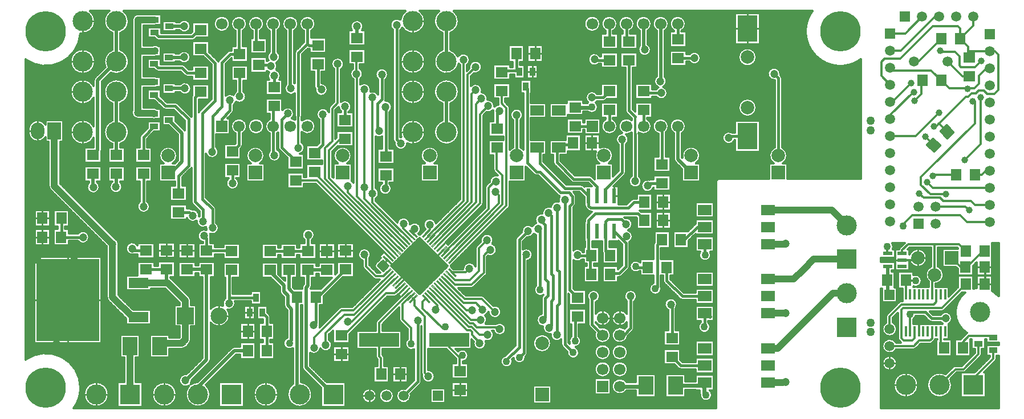
<source format=gbl>
%FSLAX43Y43*%
%MOMM*%
G71*
G01*
G75*
G04 Layer_Physical_Order=2*
%ADD10C,0.300*%
%ADD11R,1.600X1.800*%
%ADD12C,0.125*%
%ADD13R,1.800X1.600*%
%ADD14C,0.400*%
%ADD15C,1.000*%
%ADD16C,0.500*%
%ADD17C,0.600*%
%ADD18C,0.254*%
%ADD19C,1.500*%
%ADD20C,1.700*%
%ADD21R,1.500X1.500*%
%ADD22C,2.000*%
%ADD23R,2.000X2.000*%
%ADD24R,2.500X2.500*%
%ADD25C,2.500*%
%ADD26C,3.000*%
%ADD27R,1.700X1.700*%
%ADD28O,2.000X2.500*%
%ADD29R,2.000X2.500*%
%ADD30R,3.000X3.000*%
%ADD31C,6.000*%
%ADD32C,1.000*%
%ADD33C,1.100*%
%ADD34C,1.200*%
%ADD35C,1.270*%
%ADD36R,2.000X1.600*%
%ADD37R,0.300X1.600*%
%ADD38R,1.450X0.550*%
%ADD39R,0.850X1.300*%
%ADD40R,2.200X2.700*%
%ADD41C,0.075*%
%ADD42R,1.300X0.850*%
%ADD43R,3.000X4.000*%
%ADD44R,0.600X2.200*%
%ADD45R,3.000X1.500*%
%ADD46R,9.300X12.200*%
%ADD47R,2.000X1.500*%
%ADD48R,6.000X2.000*%
D10*
X65782Y21900D02*
G03*
X65477Y21145I643J-700D01*
G01*
X129909Y7148D02*
G03*
X129909Y7148I-1100J0D01*
G01*
X129783Y10200D02*
G03*
X129795Y9200I-974J-512D01*
G01*
X128309Y13208D02*
G03*
X129909Y12228I500J-980D01*
G01*
X130025Y10900D02*
G03*
X130171Y10546I500J0D01*
G01*
X130025Y10900D02*
G03*
X130171Y10546I500J0D01*
G01*
X129909Y12228D02*
G03*
X129309Y13208I-1100J0D01*
G01*
X133075Y3899D02*
G03*
X133075Y3899I-1850J0D01*
G01*
X137131Y5512D02*
G03*
X138075Y3899I-906J-1613D01*
G01*
X132400Y9200D02*
G03*
X132753Y9346I0J500D01*
G01*
X132400Y9200D02*
G03*
X132753Y9346I0J500D01*
G01*
X134824Y10000D02*
G03*
X135177Y10146I0J500D01*
G01*
X134824Y10000D02*
G03*
X135177Y10146I0J500D01*
G01*
X128456Y14463D02*
G03*
X128309Y14109I354J-354D01*
G01*
X128456Y14463D02*
G03*
X128309Y14109I354J-354D01*
G01*
X130600Y16400D02*
G03*
X130246Y16254I0J-500D01*
G01*
X130600Y16400D02*
G03*
X130246Y16254I0J-500D01*
G01*
X129281Y24075D02*
G03*
X129375Y24475I-806J400D01*
G01*
G03*
X129189Y25023I-900J0D01*
G01*
X130321Y24304D02*
G03*
X130191Y24075I354J-354D01*
G01*
X130321Y24304D02*
G03*
X130191Y24075I354J-354D01*
G01*
X132357Y13685D02*
G03*
X132719Y14175I-500J748D01*
G01*
X132362Y18566D02*
G03*
X132588Y18507I338J834D01*
G01*
X133600Y19400D02*
G03*
X132362Y20234I-900J0D01*
G01*
X132812Y18507D02*
G03*
X133600Y19400I-112J893D01*
G01*
X134634Y13437D02*
G03*
X135024Y13275I390J388D01*
G01*
X134635Y13436D02*
G03*
X135024Y13275I389J389D01*
G01*
X131750Y22290D02*
G03*
X134350Y22800I1250J510D01*
G01*
G03*
X131750Y23310I-1350J0D01*
G01*
X135000Y21554D02*
G03*
X134607Y19287I500J-1254D01*
G01*
X138075Y3899D02*
G03*
X137838Y4805I-1850J0D01*
G01*
X138576Y6750D02*
G03*
X138223Y6604I0J-500D01*
G01*
X138576Y6750D02*
G03*
X138223Y6604I0J-500D01*
G01*
X139775Y5750D02*
G03*
X140128Y5896I0J500D01*
G01*
X139775Y5750D02*
G03*
X140128Y5896I0J500D01*
G01*
X135461Y10430D02*
G03*
X135601Y10707I-354J354D01*
G01*
X135461Y10430D02*
G03*
X135601Y10707I-354J354D01*
G01*
X142356Y8124D02*
G03*
X142502Y8478I-354J354D01*
G01*
X142356Y8124D02*
G03*
X142502Y8478I-354J354D01*
G01*
X144556Y7499D02*
G03*
X144702Y7853I-354J354D01*
G01*
X144556Y7499D02*
G03*
X144702Y7853I-354J354D01*
G01*
X136374Y13275D02*
G03*
X136665Y13007I775J550D01*
G01*
X138099Y13825D02*
G03*
X136374Y14375I-950J0D01*
G01*
X136569Y14850D02*
G03*
X136923Y14996I0J500D01*
G01*
X136569Y14850D02*
G03*
X136923Y14996I0J500D01*
G01*
X137557Y12967D02*
G03*
X138099Y13825I-409J858D01*
G01*
X135607Y18954D02*
G03*
X136850Y20300I-107J1346D01*
G01*
G03*
X136000Y21554I-1350J0D01*
G01*
X140058Y17643D02*
G03*
X140318Y11629I2192J-2918D01*
G01*
G03*
X140222Y11554I258J-429D01*
G01*
X140318Y11629D02*
G03*
X140222Y11554I258J-429D01*
G01*
X141762Y18342D02*
G03*
X141262Y18239I488J-3617D01*
G01*
X145023Y17098D02*
G03*
X144062Y17893I-2773J-2373D01*
G01*
X7669Y477D02*
G03*
X8650Y3500I-4169J3023D01*
G01*
G03*
X477Y7669I-5150J0D01*
G01*
X12856Y2508D02*
G03*
X12856Y2508I-1850J0D01*
G01*
X12575Y16950D02*
G03*
X12824Y16349I850J0D01*
G01*
X12575Y16950D02*
G03*
X12824Y16349I850J0D01*
G01*
X22951Y2499D02*
G03*
X22951Y2499I-1850J0D01*
G01*
X24762Y3775D02*
G03*
X27951Y2499I1340J-1276D01*
G01*
G03*
X27304Y3905I-1850J0D01*
G01*
X24987Y3975D02*
G03*
X25200Y4575I-737J600D01*
G01*
X24391Y5514D02*
G03*
X24762Y3775I-141J-939D01*
G01*
X26050Y4348D02*
G03*
X24987Y3975I52J-1849D01*
G01*
X23674Y9250D02*
G03*
X24186Y9422I0J850D01*
G01*
X23674Y9250D02*
G03*
X24186Y9422I0J850D01*
G01*
G03*
X24746Y9969I-286J853D01*
G01*
X24800Y10023D02*
G03*
X25049Y10624I-601J601D01*
G01*
X24800Y10023D02*
G03*
X25049Y10624I-601J601D01*
G01*
X22218Y19659D02*
G03*
X22007Y19814I-601J-601D01*
G01*
X22218Y19659D02*
G03*
X22007Y19814I-601J-601D01*
G01*
X27818Y7244D02*
G03*
X27993Y7668I-424J424D01*
G01*
X27818Y7244D02*
G03*
X27993Y7668I-424J424D01*
G01*
X25049Y16476D02*
G03*
X24800Y17077I-850J0D01*
G01*
X25049Y16476D02*
G03*
X24800Y17077I-850J0D01*
G01*
X7105Y26441D02*
G03*
X6973Y26425I0J-550D01*
G01*
X12478Y24620D02*
G03*
X12575Y24379I922J230D01*
G01*
X8250Y25325D02*
G03*
X9975Y25875I775J550D01*
G01*
G03*
X8262Y26441I-950J0D01*
G01*
X14350Y24850D02*
G03*
X13782Y25720I-950J0D01*
G01*
X17143Y24682D02*
G03*
X16723Y23338I-818J-482D01*
G01*
X14275Y24480D02*
G03*
X14350Y24850I-875J370D01*
G01*
X17457Y31211D02*
G03*
X18975Y30450I568J-761D01*
G01*
G03*
X18557Y31237I-950J0D01*
G01*
X27345Y26960D02*
G03*
X26843Y25138I-345J-885D01*
G01*
X25908Y28350D02*
G03*
X27311Y27394I942J-125D01*
G01*
X27943Y25682D02*
G03*
X27920Y25839I-550J0D01*
G01*
X27950Y26075D02*
G03*
X27905Y26365I-950J0D01*
G01*
X27943Y25682D02*
G03*
X27920Y25839I-550J0D01*
G01*
G03*
X27950Y26075I-920J236D01*
G01*
X27311Y27394D02*
G03*
X27345Y26960I939J-144D01*
G01*
X25163Y30036D02*
G03*
X24813Y30162I-351J-424D01*
G01*
X24457Y28715D02*
G03*
X25908Y28350I868J385D01*
G01*
X26275Y29100D02*
G03*
X25163Y30036I-950J0D01*
G01*
G03*
X24813Y30162I-351J-424D01*
G01*
X25125Y31150D02*
G03*
X25286Y30761I550J0D01*
G01*
X25125Y31150D02*
G03*
X25287Y30760I550J0D01*
G01*
X26267Y28975D02*
G03*
X26275Y29100I-942J125D01*
G01*
X28800Y30050D02*
G03*
X28639Y30439I-550J0D01*
G01*
X28800Y30050D02*
G03*
X28638Y30440I-550J0D01*
G01*
X38051Y2499D02*
G03*
X38051Y2499I-1850J0D01*
G01*
X40212Y4062D02*
G03*
X43051Y2499I989J-1563D01*
G01*
X31543Y9593D02*
G03*
X31119Y9418I0J-600D01*
G01*
X31543Y9593D02*
G03*
X31119Y9418I0J-600D01*
G01*
X27993Y13155D02*
G03*
X30799Y14207I1205J1052D01*
G01*
G03*
X30514Y15118I-1600J0D01*
G01*
X39400Y10957D02*
G03*
X40212Y9378I275J-857D01*
G01*
X36862Y14034D02*
G03*
X36700Y14423I-550J0D01*
G01*
X36862Y14034D02*
G03*
X36701Y14423I-550J0D01*
G01*
X43051Y2499D02*
G03*
X41412Y4337I-1850J0D01*
G01*
X41575Y6525D02*
G03*
X41751Y6101I600J0D01*
G01*
X41575Y6525D02*
G03*
X41751Y6101I600J0D01*
G01*
X52648Y2291D02*
G03*
X52648Y2291I-1100J0D01*
G01*
X42775Y8675D02*
G03*
X44267Y9326I550J775D01*
G01*
G03*
X46025Y9825I808J499D01*
G01*
G03*
X45575Y10633I-950J0D01*
G01*
X44168Y12475D02*
G03*
X44225Y12800I-893J325D01*
G01*
G03*
X44162Y13139I-950J0D01*
G01*
X29825Y15680D02*
G03*
X27993Y15260I-626J-1472D01*
G01*
X30150Y16825D02*
G03*
X29825Y15680I550J-775D01*
G01*
X30514Y15118D02*
G03*
X31650Y16050I186J932D01*
G01*
G03*
X31602Y16348I-950J0D01*
G01*
X38875Y15750D02*
G03*
X39051Y15326I600J0D01*
G01*
X38875Y15750D02*
G03*
X39051Y15326I600J0D01*
G01*
X38250Y17800D02*
G03*
X38426Y17376I600J0D01*
G01*
X38250Y17800D02*
G03*
X38426Y17376I600J0D01*
G01*
X27905Y26365D02*
G03*
X29200Y27250I345J885D01*
G01*
G03*
X28800Y28025I-950J0D01*
G01*
X41751Y18849D02*
G03*
X41575Y18425I424J-424D01*
G01*
X41751Y18849D02*
G03*
X41575Y18425I424J-424D01*
G01*
X42868Y18269D02*
G03*
X43043Y18693I-424J424D01*
G01*
X42868Y18269D02*
G03*
X43043Y18693I-424J424D01*
G01*
X47400Y15500D02*
G03*
X47046Y15354I0J-500D01*
G01*
X47400Y15500D02*
G03*
X47046Y15354I0J-500D01*
G01*
X52171Y19746D02*
G03*
X52525Y19600I354J354D01*
G01*
X52171Y19746D02*
G03*
X52525Y19600I354J354D01*
G01*
X50550Y21575D02*
G03*
X50696Y21221I500J0D01*
G01*
X50550Y21575D02*
G03*
X50696Y21221I500J0D01*
G01*
X52421Y21882D02*
G03*
X52496Y21271I429J-257D01*
G01*
X52421Y21882D02*
G03*
X52496Y21271I429J-257D01*
G01*
X42993Y25429D02*
G03*
X43425Y26225I-518J796D01*
G01*
G03*
X41893Y25474I-950J0D01*
G01*
X51775Y23300D02*
G03*
X50550Y22391I-950J0D01*
G01*
X51550Y22686D02*
G03*
X51775Y23300I-725J614D01*
G01*
X3939Y33511D02*
G03*
X4188Y32910I850J0D01*
G01*
X3939Y33511D02*
G03*
X4188Y32910I850J0D01*
G01*
X9907Y34024D02*
G03*
X11500Y33325I643J-699D01*
G01*
G03*
X11107Y34095I-950J0D01*
G01*
X14875Y33375D02*
G03*
X14607Y34037I-950J0D01*
G01*
X13393Y34162D02*
G03*
X14875Y33375I532J-787D01*
G01*
X11757Y38553D02*
G03*
X11825Y38831I-532J278D01*
G01*
X11757Y38553D02*
G03*
X11825Y38831I-532J278D01*
G01*
X939Y41442D02*
G03*
X3439Y40735I1350J0D01*
G01*
Y42649D02*
G03*
X939Y41942I-1150J-707D01*
G01*
X10625Y42391D02*
G03*
X10625Y40626I-1626J-882D01*
G01*
X13399Y43259D02*
G03*
X13407Y39756I600J-1750D01*
G01*
X14607Y39761D02*
G03*
X15849Y41509I-608J1747D01*
G01*
G03*
X14599Y43259I-1850J0D01*
G01*
X17618Y41149D02*
G03*
X17457Y40760I389J-389D01*
G01*
X17619Y41150D02*
G03*
X17457Y40760I388J-390D01*
G01*
X23033Y38011D02*
G03*
X20976Y36861I-1350J0D01*
G01*
X22390D02*
G03*
X23033Y38011I-707J1150D01*
G01*
X16350Y44849D02*
G03*
X17200Y43475I850J-424D01*
G01*
X19252D02*
G03*
X19947Y43477I346J777D01*
G01*
X20004Y45027D02*
G03*
X19524Y45175I-480J-702D01*
G01*
X20004Y45027D02*
G03*
X19524Y45175I-480J-702D01*
G01*
X20860Y45012D02*
G03*
X21249Y44850I390J388D01*
G01*
X20860Y45011D02*
G03*
X21249Y44850I389J389D01*
G01*
X26361Y44689D02*
G03*
X26225Y44464I389J-389D01*
G01*
X26362Y44690D02*
G03*
X26225Y44464I388J-390D01*
G01*
X23114Y45789D02*
G03*
X22725Y45950I-389J-389D01*
G01*
X23115Y45788D02*
G03*
X22725Y45950I-390J-388D01*
G01*
X25257Y47038D02*
G03*
X25125Y46681I418J-357D01*
G01*
X25257Y47038D02*
G03*
X25125Y46681I418J-357D01*
G01*
X10625Y48391D02*
G03*
X10625Y46626I-1626J-882D01*
G01*
X10801Y49659D02*
G03*
X10625Y49235I424J-424D01*
G01*
X10801Y49659D02*
G03*
X10625Y49235I424J-424D01*
G01*
X477Y52331D02*
G03*
X8641Y56194I3023J4169D01*
G01*
X10849Y52009D02*
G03*
X10849Y52009I-1850J0D01*
G01*
X15849Y47509D02*
G03*
X13399Y45759I-1850J0D01*
G01*
X14599D02*
G03*
X15849Y47509I-600J1750D01*
G01*
X13186Y50347D02*
G03*
X15849Y52009I813J1662D01*
G01*
X13399Y53759D02*
G03*
X12337Y51196I600J-1750D01*
G01*
X8641Y56194D02*
G03*
X10849Y58009I358J1815D01*
G01*
G03*
X10062Y59523I-1850J0D01*
G01*
X15849Y52009D02*
G03*
X14599Y53759I-1850J0D01*
G01*
X12936Y59523D02*
G03*
X13399Y56259I1063J-1514D01*
G01*
X14599D02*
G03*
X15849Y58009I-600J1750D01*
G01*
G03*
X15062Y59523I-1850J0D01*
G01*
X16599Y58802D02*
G03*
X16350Y58201I601J-601D01*
G01*
X16599Y58802D02*
G03*
X16350Y58201I601J-601D01*
G01*
X17224Y59076D02*
G03*
X16623Y58827I0J-850D01*
G01*
X17224Y59076D02*
G03*
X16623Y58827I0J-850D01*
G01*
X19315Y48150D02*
G03*
X19947Y48177I283J802D01*
G01*
X19990Y49727D02*
G03*
X19549Y49850I-441J-727D01*
G01*
X19990Y49727D02*
G03*
X19549Y49850I-441J-727D01*
G01*
X19793Y50687D02*
G03*
X20182Y50525I390J388D01*
G01*
X19793Y50686D02*
G03*
X20182Y50525I389J389D01*
G01*
X19675Y52725D02*
G03*
X19967Y52777I0J850D01*
G01*
X19675Y52725D02*
G03*
X19967Y52777I0J850D01*
G01*
X23437Y47402D02*
G03*
X25125Y48000I738J598D01*
G01*
G03*
X23440Y48602I-950J0D01*
G01*
X24098Y49924D02*
G03*
X24488Y49762I390J388D01*
G01*
X24099Y49923D02*
G03*
X24488Y49762I389J389D01*
G01*
X24114Y51464D02*
G03*
X23725Y51625I-389J-389D01*
G01*
X24115Y51463D02*
G03*
X23725Y51625I-390J-388D01*
G01*
X23356Y52002D02*
G03*
X25000Y52650I694J648D01*
G01*
G03*
X23277Y53202I-950J0D01*
G01*
X20264Y54327D02*
G03*
X19401Y54425I-515J-677D01*
G01*
X19884Y55312D02*
G03*
X20273Y55150I390J388D01*
G01*
X19885Y55311D02*
G03*
X20273Y55150I389J389D01*
G01*
X19648Y57376D02*
G03*
X19997Y57451I0J850D01*
G01*
Y59001D02*
G03*
X19648Y59076I-349J-775D01*
G01*
X25275Y55150D02*
G03*
X25665Y55312I0J550D01*
G01*
X25275Y55150D02*
G03*
X25664Y55311I0J550D01*
G01*
X23338Y56676D02*
G03*
X25024Y57276I737J600D01*
G01*
G03*
X23338Y57876I-950J0D01*
G01*
X30657Y34661D02*
G03*
X32175Y33900I568J-761D01*
G01*
G03*
X31792Y34662I-950J0D01*
G01*
X27300Y38271D02*
G03*
X29150Y38575I900J304D01*
G01*
G03*
X28800Y39312I-950J0D01*
G01*
X32578Y39206D02*
G03*
X32740Y39596I-388J390D01*
G01*
X32579Y39207D02*
G03*
X32740Y39596I-389J389D01*
G01*
X35333Y36861D02*
G03*
X35976Y38011I-707J1150D01*
G01*
G03*
X33919Y36861I-1350J0D01*
G01*
X36750Y38717D02*
G03*
X38400Y38075I700J-642D01*
G01*
G03*
X37850Y38937I-950J0D01*
G01*
X38000Y39250D02*
G03*
X38162Y38860I550J0D01*
G01*
X38000Y39250D02*
G03*
X38161Y38861I550J0D01*
G01*
X33390Y42380D02*
G03*
X31640Y41313I-1200J0D01*
G01*
X32740D02*
G03*
X33390Y42380I-550J1067D01*
G01*
X31238Y44310D02*
G03*
X31400Y44700I-388J390D01*
G01*
X31239Y44311D02*
G03*
X31400Y44700I-389J389D01*
G01*
X31385Y47035D02*
G03*
X30200Y46943I-535J-785D01*
G01*
X31400Y45475D02*
G03*
X31772Y46021I-550J775D01*
G01*
X31757Y47581D02*
G03*
X31385Y47035I550J-775D01*
G01*
X31772Y46021D02*
G03*
X33257Y46807I535J785D01*
G01*
G03*
X32857Y47581I-950J0D01*
G01*
X35930Y42380D02*
G03*
X35930Y42380I-1200J0D01*
G01*
X36750Y43461D02*
G03*
X36750Y41299I520J-1081D01*
G01*
X37850Y41329D02*
G03*
X38000Y41428I-580J1051D01*
G01*
X40375Y44275D02*
G03*
X38643Y44815I-950J0D01*
G01*
X41264Y38262D02*
G03*
X41950Y39175I-264J913D01*
G01*
G03*
X41525Y39967I-950J0D01*
G01*
Y41509D02*
G03*
X43550Y42380I825J871D01*
G01*
X49200Y33971D02*
G03*
X48919Y34279I-825J-471D01*
G01*
Y38011D02*
G03*
X46862Y36861I-1350J0D01*
G01*
X48276D02*
G03*
X48919Y38011I-707J1150D01*
G01*
X40525Y43344D02*
G03*
X40046Y43556I-715J-964D01*
G01*
G03*
X40375Y44275I-621J719D01*
G01*
X43550Y42380D02*
G03*
X41525Y43251I-1200J0D01*
G01*
X40475Y44000D02*
G03*
X40525Y43771I550J0D01*
G01*
X41525D02*
G03*
X41575Y44000I-500J229D01*
G01*
X45525Y44520D02*
G03*
X44100Y43375I-875J-370D01*
G01*
X45671Y45354D02*
G03*
X45525Y45000I354J-354D01*
G01*
X45671Y45354D02*
G03*
X45525Y45000I354J-354D01*
G01*
X39210Y48653D02*
G03*
X40475Y47244I690J-653D01*
G01*
X43489Y47986D02*
G03*
X45375Y47825I936J-161D01*
G01*
G03*
X44457Y48774I-950J0D01*
G01*
X43357Y48343D02*
G03*
X43489Y47986I550J0D01*
G01*
X43357Y48343D02*
G03*
X43489Y47986I550J0D01*
G01*
X48457Y44496D02*
G03*
X48900Y45300I-507J804D01*
G01*
X47001Y45268D02*
G03*
X47357Y44558I949J32D01*
G01*
X48900Y45300D02*
G03*
X47350Y46037I-950J0D01*
G01*
X52850Y47121D02*
G03*
X51699Y47542I-825J-471D01*
G01*
G03*
X51750Y47850I-899J308D01*
G01*
G03*
X50200Y48587I-950J0D01*
G01*
X29122Y52029D02*
G03*
X29014Y52183I-497J-235D01*
G01*
X29122Y52029D02*
G03*
X29013Y52184I-497J-235D01*
G01*
X29261Y52264D02*
G03*
X29122Y52029I389J-389D01*
G01*
X29262Y52265D02*
G03*
X29122Y52029I388J-390D01*
G01*
X30887Y53662D02*
G03*
X30498Y53500I0J-550D01*
G01*
X30887Y53662D02*
G03*
X30498Y53501I0J-550D01*
G01*
X36650Y50424D02*
G03*
X36642Y49338I775J-549D01*
G01*
X38208D02*
G03*
X38375Y49875I-783J537D01*
G01*
X36357Y50583D02*
G03*
X36650Y50424I593J742D01*
G01*
X38375Y49875D02*
G03*
X37725Y50776I-950J0D01*
G01*
G03*
X37900Y51325I-775J549D01*
G01*
G03*
X37750Y51838I-950J0D01*
G01*
X36550Y52187D02*
G03*
X36357Y52067I400J-862D01*
G01*
X36750Y53437D02*
G03*
X36550Y52187I600J-737D01*
G01*
X37750Y51838D02*
G03*
X38300Y52700I-400J862D01*
G01*
G03*
X37950Y53437I-950J0D01*
G01*
X32740Y56553D02*
G03*
X33390Y57620I-550J1067D01*
G01*
X30850D02*
G03*
X30850Y57620I-1200J0D01*
G01*
X33390D02*
G03*
X31640Y56553I-1200J0D01*
G01*
X35280D02*
G03*
X35930Y57620I-550J1067D01*
G01*
G03*
X34180Y56553I-1200J0D01*
G01*
X37950Y56631D02*
G03*
X38470Y57620I-680J989D01*
G01*
G03*
X36750Y56539I-1200J0D01*
G01*
X49150Y50983D02*
G03*
X49200Y49338I500J-808D01*
G01*
X50200Y49400D02*
G03*
X50600Y50175I-550J775D01*
G01*
X54350Y50075D02*
G03*
X52850Y49300I-950J0D01*
G01*
X50600Y50175D02*
G03*
X50150Y50983I-950J0D01*
G01*
X47800Y51650D02*
G03*
X46350Y50842I-950J0D01*
G01*
X47350D02*
G03*
X47800Y51650I-500J808D01*
G01*
X40636Y53689D02*
G03*
X40475Y53300I389J-389D01*
G01*
X40637Y53690D02*
G03*
X40475Y53300I388J-390D01*
G01*
X42392Y53889D02*
G03*
X42563Y53862I170J523D01*
G01*
X42392Y53889D02*
G03*
X42563Y53862I170J523D01*
G01*
X40410Y56581D02*
G03*
X41010Y57620I-600J1039D01*
G01*
G03*
X39210Y56581I-1200J0D01*
G01*
X43550Y57620D02*
G03*
X41800Y56553I-1200J0D01*
G01*
X42900D02*
G03*
X43550Y57620I-550J1067D01*
G01*
X50657Y57232D02*
G03*
X48946Y56662I-950J0D01*
G01*
X50467D02*
G03*
X50657Y57232I-761J569D01*
G01*
X57728Y2291D02*
G03*
X57690Y2575I-1100J0D01*
G01*
X55188Y2291D02*
G03*
X55188Y2291I-1100J0D01*
G01*
X56912Y3353D02*
G03*
X57728Y2291I-285J-1063D01*
G01*
X59138Y4023D02*
G03*
X59300Y4413I-388J390D01*
G01*
X59139Y4024D02*
G03*
X59300Y4413I-389J389D01*
G01*
X59402Y5398D02*
G03*
X61275Y5175I923J-223D01*
G01*
X52500Y8175D02*
G03*
X52646Y7821I500J0D01*
G01*
X52500Y8175D02*
G03*
X52646Y7821I500J0D01*
G01*
X53788Y7887D02*
G03*
X53641Y8241I-500J0D01*
G01*
X53788Y7887D02*
G03*
X53641Y8241I-500J0D01*
G01*
X52646Y13479D02*
G03*
X52500Y13125I354J-354D01*
G01*
X52646Y13479D02*
G03*
X52500Y13125I354J-354D01*
G01*
X56000Y13650D02*
G03*
X56146Y13297I500J0D01*
G01*
X56000Y13650D02*
G03*
X56146Y13297I500J0D01*
G01*
X59300Y5700D02*
G03*
X59402Y5398I500J0D01*
G01*
X61275Y5175D02*
G03*
X60300Y6125I-950J0D01*
G01*
X59300Y5700D02*
G03*
X59402Y5398I500J0D01*
G01*
X57275Y10748D02*
G03*
X58200Y9207I500J-748D01*
G01*
X65450Y7403D02*
G03*
X66275Y8300I-75J897D01*
G01*
G03*
X64718Y8915I-900J0D01*
G01*
X62982Y9250D02*
G03*
X63046Y9171I417J275D01*
G01*
X62982Y9250D02*
G03*
X63046Y9171I417J275D01*
G01*
X72825Y7400D02*
G03*
X72761Y7733I-900J0D01*
G01*
X72953Y7925D02*
G03*
X74750Y8000I897J75D01*
G01*
X67041Y10377D02*
G03*
X68900Y10100I909J-277D01*
G01*
X71756Y8284D02*
G03*
X72825Y7400I169J-884D01*
G01*
X74750Y8000D02*
G03*
X74743Y8115I-900J0D01*
G01*
X74888Y8260D02*
G03*
X75050Y8650I-388J390D01*
G01*
X74889Y8261D02*
G03*
X75050Y8650I-389J389D01*
G01*
X78550Y10110D02*
G03*
X78550Y10110I-1350J0D01*
G01*
X80932Y8840D02*
G03*
X82725Y8725I893J-115D01*
G01*
G03*
X82177Y9553I-900J0D01*
G01*
X80050Y9950D02*
G03*
X80212Y9560I550J0D01*
G01*
X68900Y10100D02*
G03*
X68838Y10437I-950J0D01*
G01*
G03*
X70050Y11350I262J913D01*
G01*
G03*
X69793Y12000I-950J0D01*
G01*
X69977D02*
G03*
X71850Y12225I923J225D01*
G01*
X68812Y13000D02*
G03*
X69025Y13600I-737J600D01*
G01*
X71850Y12225D02*
G03*
X70351Y13000I-950J0D01*
G01*
X69025Y13600D02*
G03*
X68763Y14255I-950J0D01*
G01*
G03*
X69250Y14784I-403J860D01*
G01*
G03*
X71150Y14775I950J-9D01*
G01*
G03*
X69982Y15700I-950J0D01*
G01*
X78462Y11499D02*
G03*
X80050Y10657I938J-149D01*
G01*
X77316Y12600D02*
G03*
X78462Y11499I934J-175D01*
G01*
X80050Y9950D02*
G03*
X80211Y9561I550J0D01*
G01*
X82177Y9553D02*
G03*
X83000Y10450I-77J897D01*
G01*
X81550Y11162D02*
G03*
X81311Y10017I550J-712D01*
G01*
X83000Y10450D02*
G03*
X82650Y11162I-900J0D01*
G01*
X77100Y14473D02*
G03*
X77316Y12600I225J-923D01*
G01*
X84075Y12895D02*
G03*
X84237Y12505I550J0D01*
G01*
X84075Y12895D02*
G03*
X84236Y12506I550J0D01*
G01*
X55322Y17069D02*
G03*
X55676Y17215I0J500D01*
G01*
X55322Y17069D02*
G03*
X55676Y17215I0J500D01*
G01*
X52571Y22104D02*
G03*
X52496Y22007I354J-354D01*
G01*
X52571Y22104D02*
G03*
X52496Y22007I354J-354D01*
G01*
X59071Y26267D02*
G03*
X58929Y26267I-71J-495D01*
G01*
X59071D02*
G03*
X58929Y26267I-71J-495D01*
G01*
X66750Y18325D02*
G03*
X67104Y18471I0J500D01*
G01*
X66750Y18325D02*
G03*
X67104Y18471I0J500D01*
G01*
X68629Y17054D02*
G03*
X68275Y17200I-354J-354D01*
G01*
X68629Y17054D02*
G03*
X68275Y17200I-354J-354D01*
G01*
X67325Y21504D02*
G03*
X65477Y21145I-900J-304D01*
G01*
X67471Y24604D02*
G03*
X67325Y24250I354J-354D01*
G01*
X67471Y24604D02*
G03*
X67325Y24250I354J-354D01*
G01*
X69975Y25450D02*
G03*
X68100Y25232I-950J0D01*
G01*
X57575Y27900D02*
G03*
X55694Y28088I-950J0D01*
G01*
X52525Y31567D02*
G03*
X52975Y32375I-500J808D01*
G01*
X58823Y26374D02*
G03*
X59225Y27150I-548J776D01*
G01*
G03*
X57568Y27785I-950J0D01*
G01*
X61455Y27944D02*
G03*
X59868Y27064I-930J-194D01*
G01*
X57568Y27785D02*
G03*
X57575Y27900I-943J116D01*
G01*
X52975Y32375D02*
G03*
X52525Y33183I-950J0D01*
G01*
X53457Y33926D02*
G03*
X54875Y33100I468J-826D01*
G01*
X68329Y30575D02*
G03*
X68475Y30929I-354J354D01*
G01*
X68329Y30575D02*
G03*
X68475Y30929I-354J354D01*
G01*
X68904Y20271D02*
G03*
X69050Y20625I-354J354D01*
G01*
X68904Y20271D02*
G03*
X69050Y20625I-354J354D01*
G01*
X69199Y23117D02*
G03*
X70500Y24000I351J883D01*
G01*
G03*
X69809Y24914I-950J0D01*
G01*
X75050Y22341D02*
G03*
X75825Y23275I-175J934D01*
G01*
G03*
X74350Y24067I-950J0D01*
G01*
X76300Y18696D02*
G03*
X77397Y17274I600J-671D01*
G01*
X77261Y17139D02*
G03*
X77100Y16750I389J-389D01*
G01*
X77262Y17140D02*
G03*
X77100Y16750I388J-390D01*
G01*
X81850Y22464D02*
G03*
X83143Y22550I600J736D01*
G01*
X83287Y23650D02*
G03*
X81850Y23936I-837J-450D01*
G01*
X69809Y24914D02*
G03*
X69975Y25450I-784J536D01*
G01*
X73411Y25864D02*
G03*
X73250Y25475I389J-389D01*
G01*
X73412Y25865D02*
G03*
X73250Y25475I388J-390D01*
G01*
X75747Y27518D02*
G03*
X74188Y26641I-622J-718D01*
G01*
X74966Y25863D02*
G03*
X75978Y26382I159J937D01*
G01*
G03*
X76300Y26199I622J718D01*
G01*
X72279Y30271D02*
G03*
X72425Y30625I-354J354D01*
G01*
X72279Y30271D02*
G03*
X72425Y30625I-354J354D01*
G01*
X76280Y27995D02*
G03*
X75747Y27518I320J-895D01*
G01*
X77227Y29417D02*
G03*
X76280Y27995I-127J-942D01*
G01*
X78480Y30375D02*
G03*
X77227Y29417I-305J-900D01*
G01*
X83731Y28814D02*
G03*
X83570Y28425I389J-389D01*
G01*
X83732Y28815D02*
G03*
X83570Y28425I388J-390D01*
G01*
X84010Y29862D02*
G03*
X84400Y29700I390J388D01*
G01*
X84011Y29861D02*
G03*
X84400Y29700I389J389D01*
G01*
X79679Y31190D02*
G03*
X78480Y30375I-254J-915D01*
G01*
X79561Y32111D02*
G03*
X79819Y31966I389J389D01*
G01*
G03*
X79679Y31190I781J-541D01*
G01*
X79560Y32112D02*
G03*
X79819Y31966I390J388D01*
G01*
X82088Y30560D02*
G03*
X82250Y30950I-388J390D01*
G01*
X82089Y30561D02*
G03*
X82250Y30950I-389J389D01*
G01*
X83570Y30530D02*
G03*
X83731Y30141I550J0D01*
G01*
X83570Y30530D02*
G03*
X83732Y30140I550J0D01*
G01*
X82250Y31975D02*
G03*
X82089Y32364I-550J0D01*
G01*
X82250Y31975D02*
G03*
X82088Y32365I-550J0D01*
G01*
X87400Y6240D02*
G03*
X87400Y6240I-1200J0D01*
G01*
Y8780D02*
G03*
X87400Y8780I-1200J0D01*
G01*
X89749Y4350D02*
G03*
X89749Y3050I-1009J-650D01*
G01*
X89940Y6240D02*
G03*
X89940Y6240I-1200J0D01*
G01*
Y8780D02*
G03*
X89940Y8780I-1200J0D01*
G01*
X85057Y11685D02*
G03*
X87400Y11320I1143J-365D01*
G01*
G03*
X85835Y12463I-1200J0D01*
G01*
X85175Y13236D02*
G03*
X87400Y13860I1025J624D01*
G01*
G03*
X85175Y14484I-1200J0D01*
G01*
X89470Y12273D02*
G03*
X89932Y11179I-730J-953D01*
G01*
X90713Y11960D02*
G03*
X90875Y12350I-388J390D01*
G01*
X90714Y11961D02*
G03*
X90875Y12350I-389J389D01*
G01*
X89775Y14467D02*
G03*
X89775Y13253I-1035J-607D01*
G01*
X97392Y6411D02*
G03*
X97781Y6250I389J389D01*
G01*
X97391Y6412D02*
G03*
X97781Y6250I390J388D01*
G01*
X100651Y2447D02*
G03*
X102450Y2400I899J-47D01*
G01*
X100600Y2700D02*
G03*
X100651Y2447I650J0D01*
G01*
X100600Y2700D02*
G03*
X100651Y2447I650J0D01*
G01*
X102450Y2400D02*
G03*
X102103Y3110I-900J0D01*
G01*
X97043Y15278D02*
G03*
X97275Y15900I-718J622D01*
G01*
G03*
X95943Y15030I-950J0D01*
G01*
X97636Y16711D02*
G03*
X98025Y16550I389J389D01*
G01*
X97635Y16712D02*
G03*
X98025Y16550I390J388D01*
G01*
X100775Y13256D02*
G03*
X102200Y12525I525J-731D01*
G01*
G03*
X101875Y13217I-900J0D01*
G01*
X101987Y13410D02*
G03*
X102213Y13410I113J640D01*
G01*
X102675Y13747D02*
G03*
X102750Y14050I-575J303D01*
G01*
G03*
X102675Y14353I-650J0D01*
G01*
X85175Y16207D02*
G03*
X85800Y17100I-325J893D01*
G01*
G03*
X84075Y16551I-950J0D01*
G01*
X88650Y19950D02*
G03*
X89039Y20111I0J550D01*
G01*
X88650Y19950D02*
G03*
X89040Y20112I0J550D01*
G01*
X90875Y16308D02*
G03*
X91300Y17100I-525J792D01*
G01*
G03*
X89775Y16344I-950J0D01*
G01*
X93750Y19057D02*
G03*
X94925Y18200I275J-857D01*
G01*
X90038Y21110D02*
G03*
X90200Y21500I-388J390D01*
G01*
Y21504D02*
G03*
X91687Y20843I900J21D01*
G01*
X90039Y21111D02*
G03*
X90200Y21500I-389J389D01*
G01*
X91762Y22134D02*
G03*
X90200Y21546I-663J-609D01*
G01*
X86110Y23834D02*
G03*
X86163Y23599I550J0D01*
G01*
X86110Y23834D02*
G03*
X86163Y23599I550J0D01*
G01*
X90200Y25030D02*
G03*
X90183Y25167I-550J0D01*
G01*
X90200Y25030D02*
G03*
X90183Y25167I-550J0D01*
G01*
X90675Y26000D02*
G03*
X89963Y26920I-950J0D01*
G01*
X90183Y25167D02*
G03*
X90675Y26000I-458J833D01*
G01*
X89963Y26920D02*
G03*
X90625Y27825I-288J905D01*
G01*
G03*
X89516Y28762I-950J0D01*
G01*
X90843Y31643D02*
G03*
X90454Y31481I0J-550D01*
G01*
X90843Y31643D02*
G03*
X90454Y31482I0J-550D01*
G01*
X93862Y25114D02*
G03*
X93750Y24781I438J-333D01*
G01*
X93862Y25114D02*
G03*
X93750Y24781I438J-333D01*
G01*
X94925Y18200D02*
G03*
X94850Y18560I-900J0D01*
G01*
X95162Y19412D02*
G03*
X95324Y19023I550J0D01*
G01*
X95162Y19412D02*
G03*
X95323Y19024I550J0D01*
G01*
X100641Y23710D02*
G03*
X102300Y23225I758J-485D01*
G01*
G03*
X102158Y23710I-900J0D01*
G01*
X99975Y27876D02*
G03*
X99860Y27788I275J-476D01*
G01*
X99975Y27876D02*
G03*
X99861Y27789I275J-476D01*
G01*
X54875Y33100D02*
G03*
X54557Y33810I-950J0D01*
G01*
X55288Y39984D02*
G03*
X57175Y39825I937J-159D01*
G01*
X68896Y33604D02*
G03*
X68750Y33250I354J-354D01*
G01*
X68896Y33604D02*
G03*
X68750Y33250I354J-354D01*
G01*
X70602Y35066D02*
G03*
X69401Y34108I-252J-916D01*
G01*
X69975Y35900D02*
G03*
X70121Y35546I500J0D01*
G01*
X69975Y35900D02*
G03*
X70121Y35546I500J0D01*
G01*
X61862Y38011D02*
G03*
X59805Y36861I-1350J0D01*
G01*
X61219D02*
G03*
X61862Y38011I-707J1150D01*
G01*
X52525Y40838D02*
G03*
X53457Y40856I450J837D01*
G01*
X55050Y40450D02*
G03*
X55211Y40061I550J0D01*
G01*
X55050Y40450D02*
G03*
X55212Y40060I550J0D01*
G01*
X56302Y40772D02*
G03*
X56150Y40772I-77J-947D01*
G01*
Y41448D02*
G03*
X56302Y40772I1849J61D01*
G01*
X54557Y44499D02*
G03*
X54925Y45250I-582J751D01*
G01*
X57175Y39853D02*
G03*
X59849Y41509I824J1656D01*
G01*
G03*
X56150Y41569I-1850J0D01*
G01*
X62399Y43259D02*
G03*
X64849Y41509I600J-1750D01*
G01*
G03*
X63599Y43259I-1850J0D01*
G01*
X68957Y44450D02*
G03*
X69904Y44766I218J925D01*
G01*
G03*
X69957Y44351I946J-91D01*
G01*
X75961Y35211D02*
G03*
X76350Y35050I389J389D01*
G01*
X75960Y35212D02*
G03*
X76350Y35050I390J388D01*
G01*
X72905Y39244D02*
G03*
X72425Y38884I550J-1233D01*
G01*
X74450Y38924D02*
G03*
X74005Y39244I-995J-912D01*
G01*
X78857Y36993D02*
G03*
X79019Y36604I550J0D01*
G01*
X78857Y36993D02*
G03*
X79018Y36604I550J0D01*
G01*
X81510Y34112D02*
G03*
X81900Y33950I390J388D01*
G01*
X81511Y34111D02*
G03*
X81900Y33950I389J389D01*
G01*
X83359Y33539D02*
G03*
X82970Y33700I-389J-389D01*
G01*
X83360Y33538D02*
G03*
X82970Y33700I-390J-388D01*
G01*
X84664Y34889D02*
G03*
X84275Y35050I-389J-389D01*
G01*
X84665Y34888D02*
G03*
X84275Y35050I-390J-388D01*
G01*
X85205Y38643D02*
G03*
X85690Y36861I1193J-632D01*
G01*
X74375Y44075D02*
G03*
X72905Y43280I-950J0D01*
G01*
X74005Y43322D02*
G03*
X74375Y44075I-580J753D01*
G01*
X72425Y45075D02*
G03*
X72279Y45428I-500J0D01*
G01*
X70738Y45618D02*
G03*
X70121Y45284I112J-943D01*
G01*
X72425Y45075D02*
G03*
X72279Y45428I-500J0D01*
G01*
X84019Y44538D02*
G03*
X85500Y45225I581J687D01*
G01*
X54925Y45250D02*
G03*
X53912Y46198I-950J0D01*
G01*
G03*
X53950Y46400I-512J202D01*
G01*
X53912Y46198D02*
G03*
X53950Y46400I-512J202D01*
G01*
Y49300D02*
G03*
X54350Y50075I-550J775D01*
G01*
X56150Y47448D02*
G03*
X59849Y47509I1849J61D01*
G01*
X63599Y45759D02*
G03*
X64849Y47509I-600J1750D01*
G01*
X59849D02*
G03*
X56150Y47569I-1850J0D01*
G01*
X64849Y47509D02*
G03*
X62399Y45759I-1850J0D01*
G01*
X56150Y51948D02*
G03*
X59849Y52009I1849J61D01*
G01*
X62399Y53759D02*
G03*
X64817Y51667I600J-1750D01*
G01*
X59849Y52009D02*
G03*
X56150Y52069I-1850J0D01*
G01*
X56161Y58217D02*
G03*
X55050Y56675I-561J-767D01*
G01*
X56150D02*
G03*
X56442Y57010I-550J775D01*
G01*
X56936Y59523D02*
G03*
X56161Y58217I1063J-1514D01*
G01*
X56442Y57010D02*
G03*
X59849Y58009I1557J999D01*
G01*
G03*
X59062Y59523I-1850J0D01*
G01*
X64691Y52756D02*
G03*
X63599Y53759I-1692J-747D01*
G01*
X66475Y52300D02*
G03*
X64691Y52756I-950J0D01*
G01*
X64817Y51667D02*
G03*
X65025Y51492I708J633D01*
G01*
X61936Y59523D02*
G03*
X62399Y56259I1063J-1514D01*
G01*
X63599D02*
G03*
X64849Y58009I-600J1750D01*
G01*
G03*
X64062Y59523I-1850J0D01*
G01*
X69113Y46323D02*
G03*
X69125Y46475I-938J152D01*
G01*
G03*
X68242Y47423I-950J0D01*
G01*
X70125Y45375D02*
G03*
X69113Y46323I-950J0D01*
G01*
X68242Y47423D02*
G03*
X68300Y47750I-892J327D01*
G01*
G03*
X66650Y48392I-950J0D01*
G01*
X70707Y45793D02*
G03*
X70738Y45618I500J0D01*
G01*
X70707Y45793D02*
G03*
X70738Y45618I500J0D01*
G01*
X85500Y45225D02*
G03*
X85201Y45895I-900J0D01*
G01*
X84023Y45915D02*
G03*
X83940Y45838I577J-690D01*
G01*
X85400Y47200D02*
G03*
X84023Y45915I-775J-550D01*
G01*
X85201Y45895D02*
G03*
X85400Y46100I-576J755D01*
G01*
X67107Y50275D02*
G03*
X68275Y51200I218J925D01*
G01*
X66025Y51492D02*
G03*
X66475Y52300I-500J808D01*
G01*
X68275Y51200D02*
G03*
X66400Y50982I-950J0D01*
G01*
X85850Y57620D02*
G03*
X85850Y57620I-1200J0D01*
G01*
X85818Y52762D02*
G03*
X85656Y51662I-843J-437D01*
G01*
X87105Y36861D02*
G03*
X87748Y38011I-707J1150D01*
G01*
X89488Y35135D02*
G03*
X89650Y35525I-388J390D01*
G01*
X89489Y35136D02*
G03*
X89650Y35525I-389J389D01*
G01*
X87748Y38011D02*
G03*
X85762Y39203I-1350J0D01*
G01*
X86640Y43447D02*
G03*
X88390Y42380I550J-1067D01*
G01*
X89650Y39650D02*
G03*
X90050Y40425I-550J775D01*
G01*
G03*
X89675Y41181I-950J0D01*
G01*
X89075Y41375D02*
G03*
X88550Y39650I25J-950D01*
G01*
X90475Y34975D02*
G03*
X91975Y34200I550J-775D01*
G01*
G03*
X91575Y34975I-950J0D01*
G01*
X93094Y34443D02*
G03*
X93757Y33241I-244J-918D01*
G01*
X93237Y34462D02*
G03*
X93094Y34443I0J-550D01*
G01*
X93237Y34462D02*
G03*
X93094Y34443I0J-550D01*
G01*
X89675Y41181D02*
G03*
X90510Y41468I55J1199D01*
G01*
X90525Y43279D02*
G03*
X89075Y41375I-795J-899D01*
G01*
X90510Y41468D02*
G03*
X90475Y41275I515J-193D01*
G01*
X91557Y41415D02*
G03*
X93470Y42380I713J965D01*
G01*
X91575Y41275D02*
G03*
X91557Y41415I-550J0D01*
G01*
X88390Y42380D02*
G03*
X87740Y43447I-1200J0D01*
G01*
X86256Y46100D02*
G03*
X86645Y46261I0J550D01*
G01*
X86256Y46100D02*
G03*
X86646Y46262I0J550D01*
G01*
X93470Y42380D02*
G03*
X92820Y43447I-1200J0D01*
G01*
X89557Y44693D02*
G03*
X89719Y44304I550J0D01*
G01*
X89557Y44693D02*
G03*
X89718Y44305I550J0D01*
G01*
X103525Y34602D02*
G03*
X103048Y34125I0J-477D01*
G01*
X103525Y34602D02*
G03*
X103048Y34125I0J-477D01*
G01*
X100048Y36861D02*
G03*
X100690Y38011I-707J1150D01*
G01*
X96775Y37477D02*
G03*
X96951Y37053I600J0D01*
G01*
X96775Y37477D02*
G03*
X96951Y37053I600J0D01*
G01*
X100690Y38011D02*
G03*
X98036Y37665I-1350J0D01*
G01*
X112990Y36861D02*
G03*
X113633Y38011I-707J1150D01*
G01*
X111733Y39244D02*
G03*
X111576Y36861I550J-1233D01*
G01*
X113633Y38011D02*
G03*
X112833Y39244I-1350J0D01*
G01*
X95557Y41441D02*
G03*
X96010Y42380I-747J939D01*
G01*
X105437Y41450D02*
G03*
X105826Y40350I-512J-800D01*
G01*
X97975Y41356D02*
G03*
X98550Y42380I-625J1024D01*
G01*
X96010D02*
G03*
X94457Y41233I-1200J0D01*
G01*
X94474Y48174D02*
G03*
X94125Y47875I426J-849D01*
G01*
Y46775D02*
G03*
X95850Y47325I775J550D01*
G01*
G03*
X95201Y48226I-950J0D01*
G01*
X98550Y42380D02*
G03*
X96775Y41327I-1200J0D01*
G01*
X109050Y45150D02*
G03*
X109050Y45150I-1350J0D01*
G01*
X94210Y49839D02*
G03*
X94474Y48174I565J-764D01*
G01*
X95201Y48226D02*
G03*
X95725Y49075I-426J849D01*
G01*
G03*
X95410Y49782I-950J0D01*
G01*
X91670Y54352D02*
G03*
X93375Y53775I755J-577D01*
G01*
G03*
X92870Y54614I-950J0D01*
G01*
X87757Y56562D02*
G03*
X88390Y57620I-567J1058D01*
G01*
G03*
X86657Y56545I-1200J0D01*
G01*
X90280Y56553D02*
G03*
X90930Y57620I-550J1067D01*
G01*
G03*
X89180Y56553I-1200J0D01*
G01*
X93470Y57620D02*
G03*
X91670Y56581I-1200J0D01*
G01*
X92870D02*
G03*
X93470Y57620I-600J1039D01*
G01*
X96010D02*
G03*
X94210Y56581I-1200J0D01*
G01*
X99050Y51975D02*
G03*
X100775Y52525I775J550D01*
G01*
X109050Y52650D02*
G03*
X109050Y52650I-1350J0D01*
G01*
X112600Y50175D02*
G03*
X111733Y49229I-950J0D01*
G01*
X112833Y49542D02*
G03*
X112671Y49931I-550J0D01*
G01*
X112833Y49542D02*
G03*
X112672Y49931I-550J0D01*
G01*
X112587Y50016D02*
G03*
X112600Y50175I-937J159D01*
G01*
X117331Y59523D02*
G03*
X124523Y52331I4169J-3023D01*
G01*
X100775Y52525D02*
G03*
X99050Y53075I-950J0D01*
G01*
X95410Y56581D02*
G03*
X96010Y57620I-600J1039D01*
G01*
X97900Y56553D02*
G03*
X98550Y57620I-550J1067D01*
G01*
G03*
X96800Y56553I-1200J0D01*
G01*
X48982Y13350D02*
X55217Y19585D01*
X48375Y13350D02*
X48982D01*
X65929Y15025D02*
X66775D01*
X62076Y18878D02*
X65929Y15025D01*
X59475Y16277D02*
X59955Y16756D01*
X62375Y12350D02*
X62750D01*
X59475Y15250D02*
Y16277D01*
Y15250D02*
X62375Y12350D01*
X58241Y15659D02*
X59800Y14100D01*
Y5700D02*
Y14100D01*
X58241Y15659D02*
Y16561D01*
X58045Y16756D02*
X58241Y16561D01*
X59800Y5700D02*
X60325Y5175D01*
X55322Y17569D02*
X56278Y18524D01*
X54044Y17569D02*
X55322D01*
X47763Y11288D02*
X54044Y17569D01*
X47393Y11288D02*
X47763D01*
X64950Y6100D02*
Y7975D01*
X63400Y9525D02*
Y10600D01*
X64950Y7875D02*
X65375Y8300D01*
X56500Y15918D02*
X57692Y17110D01*
X56500Y13650D02*
Y15918D01*
X57775Y10000D02*
Y12375D01*
X63400Y9525D02*
X64950Y7975D01*
X56500Y13650D02*
X57775Y12375D01*
X53000Y8175D02*
Y13125D01*
X53288Y5507D02*
Y7887D01*
X53000Y13125D02*
X57338Y17463D01*
X53000Y8175D02*
X53288Y7887D01*
X67077Y12205D02*
X67932Y11350D01*
X66732Y12550D02*
X67077Y12205D01*
X67932Y11350D02*
X69100D01*
X61015Y17817D02*
X66282Y12550D01*
X66939Y13050D02*
X67489Y12500D01*
X70625D01*
X60662Y17463D02*
X66075Y12050D01*
X66789Y11337D02*
Y11786D01*
Y11337D02*
X67950Y10175D01*
Y10100D02*
Y10175D01*
X66075Y12050D02*
X66525D01*
X66489Y13050D02*
X66939D01*
X61369Y18171D02*
X66489Y13050D01*
X66282Y12550D02*
X66732D01*
X66525Y12050D02*
X66789Y11786D01*
X66646Y13600D02*
X68075D01*
X61722Y18524D02*
X66646Y13600D01*
X64839Y22843D02*
X65782Y21900D01*
X65700Y21814D02*
Y21982D01*
X65600Y21671D02*
Y22082D01*
X65500Y21416D02*
Y22182D01*
X64096Y22100D02*
X65582D01*
X64196Y22200D02*
X65482D01*
X63896Y21900D02*
X65782D01*
X63996Y22000D02*
X65682D01*
X63796Y21800D02*
X65688D01*
X63896Y21300D02*
X65480D01*
X63996Y21200D02*
X65475D01*
X63696Y21700D02*
X65617D01*
X63696Y21500D02*
X65524D01*
X63796Y21400D02*
X65496D01*
X64596Y22600D02*
X65082D01*
X64696Y22700D02*
X64982D01*
X65300Y21145D02*
Y22382D01*
X65200Y21145D02*
Y22482D01*
X64396Y22400D02*
X65282D01*
X64496Y22500D02*
X65182D01*
X64197Y22201D02*
X64839Y22843D01*
X64196Y22200D02*
X64839Y22843D01*
X64296Y22300D02*
X65382D01*
X63900Y21296D02*
Y21904D01*
X65400Y21145D02*
Y22282D01*
X64000Y21196D02*
Y22004D01*
X63667Y21671D02*
X64196Y22200D01*
X63700Y21496D02*
Y21704D01*
X63800Y21396D02*
Y21804D01*
X65100Y21145D02*
Y22582D01*
X65000Y21145D02*
Y22682D01*
X64900Y21145D02*
Y22782D01*
X64800Y21145D02*
Y22804D01*
X64700Y21145D02*
Y22704D01*
X64600Y21145D02*
Y22604D01*
X64500Y21145D02*
Y22504D01*
X64400Y21145D02*
Y22404D01*
X64300Y21145D02*
Y22304D01*
X64200Y21145D02*
Y22204D01*
X64051Y21145D02*
X65477D01*
X64100D02*
Y22104D01*
X63667Y21529D02*
X64051Y21145D01*
X71417Y45582D02*
X71925Y45075D01*
X71207Y45793D02*
X71417Y45582D01*
X71200Y29900D02*
X71925Y30625D01*
X71207Y45793D02*
Y47637D01*
X63844Y22555D02*
X71195Y29905D01*
X71925Y30625D02*
Y45075D01*
X49218Y15000D02*
X54510Y20292D01*
X43325Y9450D02*
Y10925D01*
X69375Y24000D02*
X69550D01*
X63137Y19938D02*
X64250Y18825D01*
X67975Y44175D02*
X69175Y45375D01*
X61722Y24676D02*
X67975Y30929D01*
X50825Y23300D02*
X51050Y23075D01*
X130875Y10550D02*
X132200D01*
X130525Y10900D02*
X130875Y10550D01*
X142002Y8478D02*
Y9998D01*
X136225Y3899D02*
X138576Y6250D01*
X136225Y3899D02*
X136399D01*
X138576Y6250D02*
X139775D01*
X142002Y8478D01*
X136407Y9887D02*
X136888Y9407D01*
X136407Y9887D02*
Y11857D01*
X143951Y11200D02*
X144202Y10948D01*
X139688Y9407D02*
Y10312D01*
X140575Y11200D02*
X143951D01*
X139688Y10312D02*
X140575Y11200D01*
X144202Y7853D02*
Y9048D01*
X141225Y4875D02*
X144202Y7853D01*
X141225Y3899D02*
Y4875D01*
X133200Y10500D02*
X134824D01*
X132400Y9700D02*
X133200Y10500D01*
X132200Y10550D02*
X132507Y10857D01*
X132300Y47450D02*
X132525D01*
X128900Y43500D02*
Y44050D01*
X132300Y47450D01*
X128900Y46040D02*
X129240D01*
X131140Y56200D02*
X133640Y58700D01*
X128900Y56200D02*
X131140D01*
X58275Y26673D02*
Y27150D01*
X58045Y26444D02*
X58275Y26673D01*
X106975Y40175D02*
X107700Y40900D01*
X67825Y24250D02*
X69025Y25450D01*
X63490Y20292D02*
X64307Y19475D01*
X47400Y15000D02*
X49218D01*
X43325Y10925D02*
X47400Y15000D01*
X47850Y14375D02*
X49300D01*
X45075Y11600D02*
X47850Y14375D01*
X56550Y27232D02*
Y27825D01*
X59955Y26444D02*
X60525Y27014D01*
X68550Y23175D02*
X69375Y24000D01*
X68550Y20625D02*
Y23175D01*
X66750Y18825D02*
X68550Y20625D01*
X64250Y18825D02*
X66750D01*
X67825Y20850D02*
Y24250D01*
X66450Y19475D02*
X67825Y20850D01*
X64307Y19475D02*
X66450D01*
X65668Y16700D02*
X68275D01*
X65561Y16100D02*
X67375D01*
X67975Y30929D02*
Y44175D01*
X67400Y45700D02*
X68175Y46475D01*
X61369Y25029D02*
X67400Y31061D01*
Y45700D01*
X66750Y47150D02*
X67350Y47750D01*
X61015Y25383D02*
X66750Y31118D01*
Y47150D01*
X66150Y50025D02*
X67325Y51200D01*
X60662Y25737D02*
X66150Y31225D01*
Y50025D01*
X84975Y52325D02*
X85088Y52212D01*
X65525Y31307D02*
Y52300D01*
X60308Y26090D02*
X65525Y31307D01*
X43813Y34312D02*
X54863Y23262D01*
X40607Y34312D02*
X43813D01*
X43407Y35426D02*
X55217Y23615D01*
X43407Y35426D02*
Y35612D01*
X46850Y45825D02*
Y51650D01*
X45000Y34539D02*
X55571Y23969D01*
X45000Y34539D02*
Y39125D01*
X46025Y40150D01*
Y45000D01*
X46850Y45825D01*
X48375Y32579D02*
X56278Y24676D01*
X48375Y32579D02*
Y33500D01*
X49650Y52656D02*
X49707Y52712D01*
X49650Y50175D02*
X49700Y50125D01*
X49650Y50175D02*
Y52656D01*
X49700Y31961D02*
X56631Y25029D01*
X52025Y31050D02*
Y46650D01*
Y31050D02*
X57338Y25737D01*
X50800Y31568D02*
Y47850D01*
Y31568D02*
X56985Y25383D01*
X49700Y31961D02*
Y50125D01*
X62429Y19231D02*
X65561Y16100D01*
X67375D02*
X68360Y15115D01*
X51050Y21575D02*
Y23075D01*
Y21575D02*
X52525Y20100D01*
X53611D01*
X54156Y20645D01*
X60308Y17110D02*
X61650Y15768D01*
Y14925D02*
Y15768D01*
X53575Y20900D02*
X53704D01*
X52850Y21625D02*
X53639Y20836D01*
X53803Y20999D01*
X53639Y20836D02*
X53804Y21000D01*
X53475Y21000D02*
X53804D01*
X53375Y21100D02*
X53904D01*
X53275Y21200D02*
X54004D01*
X53804Y21000D02*
X54404Y21600D01*
X54000Y21196D02*
Y22004D01*
X55677Y20751D02*
X56030Y20398D01*
X56030Y20398D02*
X56384Y20044D01*
X56030Y20398D02*
X56384Y20044D01*
X54969Y21459D02*
X55323Y21105D01*
X54969Y21459D02*
X55323Y21105D01*
X55677Y20751D02*
X56030Y20398D01*
X55323Y21105D02*
X55677Y20751D01*
X55323Y21105D02*
X55677Y20751D01*
X53500Y20975D02*
Y22325D01*
X53600Y20875D02*
Y22404D01*
X53800Y20996D02*
Y22204D01*
X53700Y20896D02*
Y22304D01*
X53300Y21175D02*
Y22125D01*
X53400Y21075D02*
Y22225D01*
X55200Y21228D02*
Y21972D01*
X53900Y21096D02*
Y22104D01*
X55300Y21128D02*
Y22072D01*
X55900Y20528D02*
Y22672D01*
X56000Y20428D02*
Y22772D01*
X56100Y20328D02*
Y22872D01*
X56200Y20228D02*
Y22972D01*
X56300Y20128D02*
Y23072D01*
X55400Y21028D02*
Y22172D01*
X55500Y20928D02*
Y22272D01*
X55600Y20828D02*
Y22372D01*
X55700Y20728D02*
Y22472D01*
X55800Y20628D02*
Y22572D01*
X56384Y20044D02*
X56737Y19691D01*
X56737Y19691D02*
X57091Y19337D01*
X56384Y20044D02*
X56737Y19691D01*
X56628Y19800D02*
X61372D01*
X56528Y19900D02*
X61472D01*
X56428Y20000D02*
X61572D01*
X56228Y20200D02*
X61772D01*
X56328Y20100D02*
X61672D01*
X57091Y19337D02*
X57444Y18984D01*
X57091Y19337D02*
X57444Y18984D01*
X57328Y19100D02*
X60672D01*
X57128Y19300D02*
X60872D01*
X57228Y19200D02*
X60772D01*
X57028Y19400D02*
X60972D01*
X56737Y19691D02*
X57091Y19337D01*
X56928Y19500D02*
X61072D01*
X56728Y19700D02*
X61272D01*
X56828Y19600D02*
X61172D01*
X56128Y20300D02*
X61872D01*
X56028Y20400D02*
X61972D01*
X55928Y20500D02*
X62072D01*
X55828Y20600D02*
X62172D01*
X55728Y20700D02*
X62272D01*
X55628Y20800D02*
X62372D01*
X55528Y20900D02*
X62472D01*
X55328Y21100D02*
X62672D01*
X55428Y21000D02*
X62572D01*
X56900Y19528D02*
Y23672D01*
X57000Y19428D02*
Y23772D01*
X57100Y19328D02*
Y23872D01*
X57200Y19228D02*
Y23972D01*
X57300Y19128D02*
Y24072D01*
X56400Y20028D02*
Y23172D01*
X56500Y19928D02*
Y23272D01*
X56600Y19828D02*
Y23372D01*
X56700Y19728D02*
Y23472D01*
X56800Y19628D02*
Y23572D01*
X53000Y21475D02*
Y21825D01*
X53100Y21375D02*
Y21925D01*
X53075Y21400D02*
X54204D01*
X52975Y21500D02*
X54304D01*
X52900Y21575D02*
Y21708D01*
X52850Y21625D02*
X52925Y21750D01*
X52875Y21600D02*
X54404D01*
X52895Y21700D02*
X54304D01*
X52975Y21800D02*
X54204D01*
X53175Y21300D02*
X54104D01*
X54100Y21296D02*
Y21904D01*
X54828Y21600D02*
X54969Y21459D01*
X54200Y21396D02*
Y21804D01*
X54300Y21496D02*
Y21704D01*
X53075Y21900D02*
X54104D01*
X54900Y21528D02*
Y21672D01*
X54828Y21600D02*
X54969Y21741D01*
X55000Y21428D02*
Y21772D01*
X53200Y21275D02*
Y22025D01*
X52925Y21750D02*
X53589Y22414D01*
X53589Y22414D02*
X54404Y21600D01*
X53375Y22200D02*
X53804D01*
X53475Y22300D02*
X53704D01*
X53175Y22000D02*
X54004D01*
X53275Y22100D02*
X53904D01*
X55100Y21328D02*
Y21872D01*
X54969Y21741D02*
X55323Y22095D01*
X54969Y21741D02*
X55323Y22095D01*
X55323Y22095D02*
X55677Y22449D01*
X55323Y22095D02*
X55677Y22449D01*
X55677Y22449D02*
X56030Y22802D01*
X55677Y22449D02*
X56030Y22802D01*
X56384Y23156D01*
X56030Y22802D02*
X56384Y23156D01*
X56384Y23156D02*
X56737Y23509D01*
X55228Y21200D02*
X62772D01*
X55128Y21300D02*
X62872D01*
X55028Y21400D02*
X62972D01*
X54928Y21500D02*
X63072D01*
X55128Y21900D02*
X62872D01*
X55228Y22000D02*
X62772D01*
X54828Y21600D02*
X63172D01*
X54928Y21700D02*
X63072D01*
X55028Y21800D02*
X62972D01*
X55628Y22400D02*
X62372D01*
X55728Y22500D02*
X62272D01*
X55328Y22100D02*
X62672D01*
X55428Y22200D02*
X62572D01*
X55528Y22300D02*
X62472D01*
X56128Y22900D02*
X61872D01*
X56228Y23000D02*
X61772D01*
X55828Y22600D02*
X62172D01*
X55928Y22700D02*
X62072D01*
X56028Y22800D02*
X61972D01*
X56528Y23300D02*
X61472D01*
X56384Y23156D02*
X56737Y23509D01*
X56328Y23100D02*
X61672D01*
X56428Y23200D02*
X61572D01*
X56737Y23509D02*
X57091Y23863D01*
X56737Y23509D02*
X57091Y23863D01*
X56628Y23400D02*
X61372D01*
X56728Y23500D02*
X61272D01*
X56828Y23600D02*
X61172D01*
X57091Y23863D02*
X57444Y24216D01*
X57091Y23863D02*
X57444Y24216D01*
X56928Y23700D02*
X61072D01*
X57028Y23800D02*
X60972D01*
X57128Y23900D02*
X60872D01*
X57444Y24216D02*
X57798Y24570D01*
X57444Y24216D02*
X57798Y24570D01*
X57228Y24000D02*
X60772D01*
X57328Y24100D02*
X60672D01*
X57428Y24200D02*
X60572D01*
X58151Y18277D02*
X58505Y17923D01*
X58151Y18277D02*
X58505Y17923D01*
X58505Y17923D02*
X58859Y17569D01*
X58505Y17923D02*
X58859Y17569D01*
X57400Y19028D02*
Y24172D01*
X57500Y18928D02*
Y24272D01*
X58428Y18000D02*
X59572D01*
X57444Y18984D02*
X58152Y18277D01*
X57600Y18828D02*
Y24372D01*
X58859Y17569D02*
X59000Y17428D01*
X59141Y17569D01*
X58928Y17500D02*
X59072D01*
X58828Y17600D02*
X59172D01*
X58728Y17700D02*
X59272D01*
X58628Y17800D02*
X59372D01*
X58528Y17900D02*
X59472D01*
X59141Y17569D02*
X59495Y17923D01*
X59141Y17569D02*
X59495Y17923D01*
X58200Y18228D02*
Y24972D01*
X58300Y18128D02*
Y25072D01*
X58400Y18028D02*
Y25172D01*
X58500Y17928D02*
Y25272D01*
X57700Y18728D02*
Y24472D01*
X57800Y18628D02*
Y24572D01*
X57900Y18528D02*
Y24672D01*
X58000Y18428D02*
Y24772D01*
X58100Y18328D02*
Y24872D01*
X58800Y17628D02*
Y25572D01*
X58900Y17528D02*
Y25672D01*
X59200Y17628D02*
Y25572D01*
X59000Y17428D02*
Y25772D01*
X59100Y17528D02*
Y25672D01*
X58600Y17828D02*
Y25372D01*
X58700Y17728D02*
Y25472D01*
X59500Y17928D02*
Y25272D01*
X59300Y17728D02*
Y25472D01*
X59400Y17828D02*
Y25372D01*
X58228Y18200D02*
X59772D01*
X58128Y18300D02*
X59872D01*
X58028Y18400D02*
X59972D01*
X57928Y18500D02*
X60072D01*
X57828Y18600D02*
X60172D01*
X57728Y18700D02*
X60272D01*
X57628Y18800D02*
X60372D01*
X57428Y19000D02*
X60572D01*
X57528Y18900D02*
X60472D01*
X58328Y18100D02*
X59672D01*
X59495Y17923D02*
X59849Y18277D01*
X59495Y17923D02*
X59849Y18277D01*
X59849Y18277D02*
X60202Y18630D01*
X59849Y18277D02*
X60202Y18630D01*
X60556Y18984D01*
X60202Y18630D02*
X60556Y18984D01*
X60556Y18984D02*
X60909Y19337D01*
X60556Y18984D02*
X60909Y19337D01*
X60909Y19337D02*
X61263Y19691D01*
X59700Y18128D02*
Y25072D01*
X59600Y18028D02*
Y25172D01*
X59900Y18328D02*
Y24872D01*
X59800Y18228D02*
Y24972D01*
X60100Y18528D02*
Y24672D01*
X60000Y18428D02*
Y24772D01*
X60400Y18828D02*
Y24372D01*
X60200Y18628D02*
Y24572D01*
X60300Y18728D02*
Y24472D01*
X60600Y19028D02*
Y24172D01*
X60500Y18928D02*
Y24272D01*
X60909Y19337D02*
X61263Y19691D01*
X60700Y19128D02*
Y24072D01*
X60800Y19228D02*
Y23972D01*
X61000Y19428D02*
Y23772D01*
X60900Y19328D02*
Y23872D01*
X61263Y19691D02*
X61616Y20044D01*
X61100Y19528D02*
Y23672D01*
X61200Y19628D02*
Y23572D01*
X57728Y24500D02*
X60272D01*
X57828Y24600D02*
X60172D01*
X57528Y24300D02*
X60472D01*
X57628Y24400D02*
X60372D01*
X57798Y24570D02*
X58151Y24923D01*
X57798Y24570D02*
X58151Y24923D01*
X57928Y24700D02*
X60072D01*
X58028Y24800D02*
X59972D01*
X58128Y24900D02*
X59872D01*
X61300Y19728D02*
Y23472D01*
X60909Y23863D02*
X61263Y23509D01*
X61500Y19928D02*
Y23272D01*
X60909Y23863D02*
X61263Y23509D01*
X61400Y19828D02*
Y23372D01*
X60202Y24570D02*
X60556Y24216D01*
X59849Y24923D02*
X60202Y24570D01*
X60556Y24216D02*
X60909Y23863D01*
X60202Y24570D02*
X60556Y24216D01*
X60556Y24216D02*
X60909Y23863D01*
X58151Y24923D02*
X58505Y25277D01*
X58151Y24923D02*
X58505Y25277D01*
X58228Y25000D02*
X59772D01*
X58328Y25100D02*
X59672D01*
X58505Y25277D02*
X58859Y25631D01*
X58505Y25277D02*
X58859Y25631D01*
X58428Y25200D02*
X59572D01*
X58528Y25300D02*
X59472D01*
X58628Y25400D02*
X59372D01*
X59141Y25631D02*
X59495Y25277D01*
X59141Y25631D02*
X59495Y25277D01*
X59849Y24923D02*
X60202Y24570D01*
X59495Y25277D02*
X59849Y24923D01*
X59495Y25277D02*
X59849Y24923D01*
X58859Y25631D02*
X59000Y25772D01*
X59141Y25631D01*
X58728Y25500D02*
X59272D01*
X58828Y25600D02*
X59172D01*
X58928Y25700D02*
X59072D01*
X61263Y19691D02*
X61616Y20044D01*
X61970Y20398D01*
X61616Y20044D02*
X61970Y20398D01*
X61970Y20398D02*
X62323Y20751D01*
X61970Y20398D02*
X62323Y20751D01*
X62600Y21028D02*
Y22172D01*
X62323Y20751D02*
X62677Y21105D01*
X62323Y20751D02*
X62677Y21105D01*
X62677Y21105D02*
X63031Y21459D01*
X62800Y21228D02*
Y21972D01*
X62700Y21128D02*
Y22072D01*
X62677Y21105D02*
X63031Y21459D01*
X62900Y21328D02*
Y21872D01*
X63031Y21459D02*
X63172Y21600D01*
X63000Y21428D02*
Y21772D01*
X62677Y22095D02*
X63031Y21741D01*
X63100Y21528D02*
Y21672D01*
X62677Y22095D02*
X63031Y21741D01*
X63172Y21600D01*
X61700Y20128D02*
Y23072D01*
X61600Y20028D02*
Y23172D01*
X61900Y20328D02*
Y22872D01*
X61800Y20228D02*
Y22972D01*
X61263Y23509D02*
X61616Y23156D01*
X61263Y23509D02*
X61616Y23156D01*
X61616Y23156D02*
X61970Y22802D01*
X61616Y23156D02*
X61970Y22802D01*
X62100Y20528D02*
Y22672D01*
X62000Y20428D02*
Y22772D01*
X62400Y20828D02*
Y22372D01*
X62200Y20628D02*
Y22572D01*
X62300Y20728D02*
Y22472D01*
X61970Y22802D02*
X62323Y22449D01*
X61970Y22802D02*
X62323Y22449D01*
X62500Y20928D02*
Y22272D01*
X62323Y22449D02*
X62677Y22095D01*
X62323Y22449D02*
X62677Y22095D01*
X70775Y30900D02*
Y32100D01*
X70275Y32600D02*
X70775Y32100D01*
X63137Y23262D02*
X70775Y30900D01*
X63490Y22908D02*
X71325Y30743D01*
Y35050D01*
X70475Y35900D02*
Y39325D01*
Y35900D02*
X71325Y35050D01*
X69250Y30082D02*
Y33250D01*
X70150Y34150D01*
X134824Y10500D02*
X135107Y10784D01*
X133157Y11857D02*
Y13516D01*
X133149Y13525D02*
X133157Y13516D01*
X140875Y31300D02*
X141475Y30700D01*
X142468Y35193D02*
X143055Y35780D01*
X141512Y35193D02*
X142468D01*
X143055Y35780D02*
X143900D01*
X135250Y35000D02*
X135443Y35193D01*
X138712D01*
X45550Y38825D02*
X47237Y40512D01*
X45550Y34696D02*
X55924Y24322D01*
X47237Y40512D02*
X47907D01*
X45550Y34696D02*
Y38825D01*
X137408Y52000D02*
X139596Y49812D01*
X140607D01*
X132408Y52000D02*
X133119D01*
X136512Y55393D01*
X133525Y47218D02*
Y49044D01*
X129320Y50700D02*
X134994D01*
X128900Y51120D02*
X129320Y50700D01*
X143220Y51020D02*
X143900D01*
X141125Y46300D02*
X141450Y45975D01*
X140450Y52769D02*
X140607Y52612D01*
X141450Y42825D02*
Y45975D01*
X142075Y48675D02*
Y49875D01*
X141400Y48000D02*
X142075Y48675D01*
Y49875D02*
X143220Y51020D01*
X140375Y47800D02*
X140425Y47850D01*
X140375Y47800D02*
Y47950D01*
X134994Y50700D02*
X137694Y48000D01*
X140425Y47850D02*
Y48000D01*
X137694D02*
X141400D01*
X128900Y40960D02*
X132685D01*
X136125Y44400D01*
X140100Y46775D02*
X140475D01*
X141000Y47300D01*
X141625D01*
X142000Y47675D01*
X142800D01*
X144950Y47775D02*
Y53050D01*
X142800Y47675D02*
X143275Y47200D01*
X144375D01*
X144950Y47775D01*
X144440Y53560D02*
X144950Y53050D01*
X127575Y49905D02*
Y51950D01*
X128050Y52425D01*
X130400D02*
X135250Y57275D01*
X138950D01*
X139312Y56913D01*
X127575Y49905D02*
X128900Y48580D01*
X140450Y53600D02*
X140490Y53560D01*
X139312Y55393D02*
X140450Y54256D01*
X139312Y55393D02*
Y56913D01*
Y55393D02*
X141260Y57341D01*
Y58700D01*
X128050Y52425D02*
X130400D01*
X140450Y52769D02*
Y54256D01*
X140490Y53560D02*
X144440D01*
X130485Y53660D02*
X135475Y58650D01*
X128900Y53660D02*
X130485D01*
X135475Y58650D02*
X136300D01*
X129240Y46040D02*
X132025Y48825D01*
X133718Y49207D02*
X133775Y49150D01*
X136525Y53425D02*
X138500D01*
X139175Y52750D01*
Y51425D02*
Y52750D01*
Y51425D02*
X139400Y51200D01*
X141475D01*
X133525Y49044D02*
X133688Y49207D01*
X133775Y49125D02*
Y49150D01*
X133688Y49207D02*
X133718D01*
X136300Y53650D02*
X136525Y53425D01*
X141475Y51200D02*
X142375Y52100D01*
X136142Y42756D02*
X137303Y41594D01*
X136081Y42756D02*
X136142D01*
X135404Y42400D02*
X135725D01*
X140100Y46775D01*
X132482Y46175D02*
X133525Y47218D01*
X135311Y39614D02*
X135323D01*
X134125Y40800D02*
X135311Y39614D01*
X68275Y16700D02*
X70200Y14775D01*
X62783Y19585D02*
X65668Y16700D01*
X63844Y20645D02*
X65870D01*
X66425Y21200D01*
X45075Y9825D02*
Y11600D01*
X49300Y14375D02*
X54863Y19938D01*
X135107Y19450D02*
X135500Y19843D01*
X135107Y17357D02*
Y19450D01*
X128809Y14109D02*
X130600Y15900D01*
X128809Y12228D02*
Y14109D01*
X130600Y15900D02*
X135357D01*
X135757Y16300D01*
Y17357D01*
X143293Y23193D02*
X143412D01*
X142975Y18700D02*
Y20888D01*
X143388Y18718D02*
X143412Y18693D01*
X131207Y19232D02*
X131375Y19400D01*
X131207Y17357D02*
Y19232D01*
X130525Y15075D02*
X130800Y15350D01*
X130525Y10900D02*
Y15075D01*
X128809Y9688D02*
X128821Y9700D01*
X135107Y10784D02*
Y11857D01*
X128821Y9700D02*
X132400D01*
X140088Y20907D02*
X140232D01*
X142518Y23193D02*
X142912D01*
X130850Y27775D02*
X132200Y29125D01*
X133425Y33675D02*
Y34800D01*
X134375Y34050D02*
X135185Y33240D01*
X143900D01*
X134850Y32250D02*
X137100D01*
X133425Y33675D02*
X134850Y32250D01*
X133425Y34800D02*
X134617Y35992D01*
X141450Y42825D01*
X137100Y32250D02*
X137150Y32300D01*
X133825Y31750D02*
X136300D01*
X136750Y31300D01*
X140875D01*
X133175Y32400D02*
X133825Y31750D01*
X141475Y30700D02*
X143900D01*
X139925Y37325D02*
X142325Y39725D01*
Y46675D01*
X135640Y30440D02*
X140085D01*
X140600Y29925D01*
X128475Y23600D02*
Y24475D01*
X131375Y19400D02*
X132700D01*
X132507Y10857D02*
Y11857D01*
X136569Y15350D02*
X140112Y18893D01*
X130800Y15350D02*
X136569D01*
X138000Y22800D02*
X139393Y21407D01*
X130675Y23950D02*
X131550Y24825D01*
X139956Y23850D02*
X140612Y23193D01*
X130675Y22500D02*
X132700D01*
X133000Y22800D01*
X130675Y23450D02*
Y23950D01*
X139081Y24825D02*
X140112Y23793D01*
X131550Y24825D02*
X139081D01*
X135500Y19843D02*
Y24825D01*
X131857Y11857D02*
Y14434D01*
X140307Y21407D02*
X142693Y23793D01*
X142912D01*
X139393Y21407D02*
X140307D01*
X130850Y27525D02*
Y27775D01*
X139325Y29125D02*
X140290Y28160D01*
X132200Y29125D02*
X139325D01*
X140290Y28160D02*
X143900D01*
X127477Y3100D02*
X129556D01*
X127477Y3300D02*
X129475D01*
X127477Y3400D02*
X129444D01*
X127477Y3500D02*
X129419D01*
X127477Y3600D02*
X129399D01*
X127477Y3700D02*
X129386D01*
X127477Y3800D02*
X129378D01*
X127477Y3900D02*
X129375D01*
X127477Y4000D02*
X129378D01*
X127477Y4100D02*
X129386D01*
X127477Y4200D02*
X129400D01*
X127477Y4300D02*
X129419D01*
X127477Y4400D02*
X129444D01*
X127477Y4500D02*
X129475D01*
X127477Y2200D02*
X130493D01*
X127477Y2400D02*
X130141D01*
X127477Y2300D02*
X130294D01*
X127477Y2600D02*
X129908D01*
X127477Y2500D02*
X130014D01*
X127477Y2800D02*
X129737D01*
X127477Y2700D02*
X129816D01*
X127477Y3000D02*
X129608D01*
X127477Y2900D02*
X129668D01*
X127477Y3200D02*
X129512D01*
X127477Y4600D02*
X129513D01*
X127477Y4700D02*
X129557D01*
X127477Y4800D02*
X129609D01*
X127477Y4900D02*
X129669D01*
X127477Y5000D02*
X129738D01*
X127477Y6400D02*
X128002D01*
X127477Y6600D02*
X127855D01*
X127477Y6500D02*
X127920D01*
X127477Y6700D02*
X127804D01*
X127477Y6800D02*
X127766D01*
X127477Y7000D02*
X127719D01*
X127477Y6900D02*
X127737D01*
X127477Y7100D02*
X127710D01*
X127477Y7200D02*
X127710D01*
X127477Y7300D02*
X127720D01*
X127477Y7400D02*
X127738D01*
X127477Y7500D02*
X127767D01*
X127477Y7600D02*
X127806D01*
X127477Y7700D02*
X127858D01*
X127477Y7800D02*
X127923D01*
X127477Y5100D02*
X129818D01*
X127477Y5200D02*
X129910D01*
X127477Y5300D02*
X130017D01*
X127477Y5400D02*
X130144D01*
X127477Y5500D02*
X130298D01*
X127477Y6200D02*
X128251D01*
X127477Y6100D02*
X128475D01*
X127477Y7900D02*
X128006D01*
X127477Y6300D02*
X128108D01*
X127477Y8000D02*
X128113D01*
X127477Y8100D02*
X128258D01*
X127477Y8200D02*
X128488D01*
X127477Y8600D02*
X128647D01*
X127477Y8800D02*
X128160D01*
X127477Y8700D02*
X128325D01*
X128500Y477D02*
Y6092D01*
X128600Y477D02*
Y6068D01*
X128700Y477D02*
Y6053D01*
X128800Y477D02*
Y6048D01*
X128900Y477D02*
Y6052D01*
X129000Y477D02*
Y6064D01*
X129100Y477D02*
Y6087D01*
X127800Y477D02*
Y6711D01*
X127900Y477D02*
Y6529D01*
X128000Y477D02*
Y6403D01*
X128100Y477D02*
Y6307D01*
X128200Y477D02*
Y6232D01*
X128300Y477D02*
Y6173D01*
X128400Y477D02*
Y6127D01*
X129200Y477D02*
Y6119D01*
X129900Y477D02*
Y2608D01*
X130000Y477D02*
Y2513D01*
X130100Y477D02*
Y2430D01*
X130200Y477D02*
Y2359D01*
X130300Y477D02*
Y2297D01*
X130400Y477D02*
Y2243D01*
X130500Y477D02*
Y2197D01*
X129300Y477D02*
Y6163D01*
X129400Y477D02*
Y3598D01*
Y4200D02*
Y6220D01*
X129500Y477D02*
Y3231D01*
X129600Y477D02*
Y3015D01*
X129700Y477D02*
Y2852D01*
X129500Y4566D02*
Y6292D01*
X129800Y477D02*
Y2719D01*
X128400Y8169D02*
Y8667D01*
X128500Y8203D02*
Y8632D01*
X128600Y8228D02*
Y8608D01*
X128700Y8242D02*
Y8593D01*
X127900Y7767D02*
Y9069D01*
X127477Y8900D02*
X128042D01*
X127477Y9100D02*
X127879D01*
X127477Y9000D02*
X127951D01*
X128000Y7893D02*
Y8943D01*
X128100Y7988D02*
Y8847D01*
X128200Y8064D02*
Y8772D01*
X128300Y8123D02*
Y8713D01*
X128800Y8248D02*
Y8588D01*
X129600Y4782D02*
Y6383D01*
X129700Y4946D02*
Y6502D01*
X129800Y5078D02*
Y6670D01*
X129900Y5190D02*
Y7004D01*
X128900Y8244D02*
Y8592D01*
X129000Y8231D02*
Y8604D01*
X129100Y8209D02*
Y8627D01*
X129200Y8176D02*
Y8659D01*
X129400Y8076D02*
Y8760D01*
X129600Y7913D02*
Y8923D01*
X129300Y8132D02*
Y8703D01*
X129500Y8004D02*
Y8832D01*
X127477Y9300D02*
X127780D01*
X127477Y9500D02*
X127725D01*
X127477Y9400D02*
X127747D01*
X127477Y9600D02*
X127713D01*
X127800Y7585D02*
Y9251D01*
X127477Y9700D02*
X127709D01*
X127477Y9800D02*
X127715D01*
X127477Y477D02*
Y10000D01*
Y477D02*
Y10000D01*
Y9900D02*
X127730D01*
X127500Y477D02*
Y18243D01*
X127600Y477D02*
Y18243D01*
X127477Y10000D02*
Y15000D01*
X127700Y477D02*
Y18243D01*
X127477Y9200D02*
X127823D01*
X127477Y10000D02*
X127754D01*
X127477Y10100D02*
X127789D01*
X127477Y10200D02*
X127836D01*
X127477Y10300D02*
X127895D01*
X127477Y10400D02*
X127971D01*
X127477Y10500D02*
X128067D01*
X127800Y10125D02*
Y11791D01*
X127477Y10600D02*
X128194D01*
X127477Y10700D02*
X128378D01*
X127900Y10307D02*
Y11609D01*
X128000Y10433D02*
Y11483D01*
X128100Y10528D02*
Y11387D01*
X128200Y10604D02*
Y11312D01*
X127477Y11600D02*
X127906D01*
X127477Y11800D02*
X127796D01*
X127477Y11700D02*
X127844D01*
X127477Y12000D02*
X127733D01*
X127477Y11900D02*
X127759D01*
X127477Y12100D02*
X127717D01*
X127477Y12200D02*
X127709D01*
X127477Y12300D02*
X127711D01*
X127477Y12400D02*
X127723D01*
X127477Y12500D02*
X127743D01*
X127477Y12600D02*
X127774D01*
X127477Y12700D02*
X127816D01*
X127800Y12665D02*
Y16208D01*
X127477Y12800D02*
X127870D01*
X127900Y12847D02*
Y16208D01*
X127477Y10800D02*
X130035D01*
X127477Y10900D02*
X130025D01*
X127477Y11000D02*
X130025D01*
X128300Y10663D02*
Y11253D01*
X128400Y10709D02*
Y11207D01*
X127477Y11200D02*
X128417D01*
X127477Y11100D02*
X130025D01*
X127477Y11400D02*
X128085D01*
X127477Y11300D02*
X128218D01*
X127477Y12900D02*
X127938D01*
X127477Y11500D02*
X127984D01*
X128000Y12973D02*
Y16208D01*
X127477Y13000D02*
X128026D01*
X128100Y13068D02*
Y16208D01*
X129200Y10716D02*
Y11199D01*
X128500Y10743D02*
Y11172D01*
X128600Y10768D02*
Y11148D01*
X129900Y7291D02*
Y9200D01*
X130000Y5285D02*
Y9200D01*
X129700Y7793D02*
Y9042D01*
X129800Y7626D02*
Y9200D01*
X129500Y10544D02*
Y11372D01*
X129600Y10453D02*
Y11463D01*
X129300Y10672D02*
Y11243D01*
X129400Y10616D02*
Y11300D01*
X129800Y10200D02*
Y11750D01*
X129900Y10200D02*
Y12084D01*
X129700Y10333D02*
Y11582D01*
X130000Y10200D02*
Y14593D01*
X130100Y5367D02*
Y9200D01*
X130200Y5439D02*
Y9200D01*
X129723Y10300D02*
X130418D01*
X130300Y5501D02*
Y9200D01*
X130400Y5555D02*
Y9200D01*
X130300Y10200D02*
Y10418D01*
X130400Y10200D02*
Y10318D01*
X129551Y10500D02*
X130218D01*
X129648Y10400D02*
X130318D01*
X129424Y10600D02*
X130125D01*
X129240Y10700D02*
X130067D01*
X130100Y10200D02*
Y10637D01*
X130200Y10200D02*
Y10518D01*
X128700Y10782D02*
Y11133D01*
X128800Y10788D02*
Y11128D01*
X128900Y10784D02*
Y11132D01*
X129000Y10771D02*
Y11144D01*
X129100Y10749D02*
Y11167D01*
X129201Y11200D02*
X130025D01*
X129400Y11300D02*
X130025D01*
X129533Y11400D02*
X130025D01*
X129634Y11500D02*
X130025D01*
X129600Y12993D02*
Y14193D01*
X129900Y12371D02*
Y14493D01*
X130025Y10900D02*
Y14618D01*
X129700Y12873D02*
Y14293D01*
X129800Y12706D02*
Y14393D01*
X129712Y11600D02*
X130025D01*
X129774Y11700D02*
X130025D01*
X129822Y11800D02*
X130025D01*
X129859Y11900D02*
X130025D01*
X129885Y12000D02*
X130025D01*
X129902Y12100D02*
X130025D01*
X129909Y12200D02*
X130025D01*
X129844Y12600D02*
X130025D01*
X129749Y12800D02*
X130025D01*
X129680Y12900D02*
X130025D01*
X129593Y13000D02*
X130025D01*
X129907Y12300D02*
X130025D01*
X129896Y12400D02*
X130025D01*
X129875Y12500D02*
X130025D01*
X129803Y12700D02*
X130025D01*
X127477Y477D02*
X145023D01*
X127477D02*
X145023D01*
X127477Y500D02*
X145023D01*
X130800Y477D02*
Y2098D01*
X130900Y477D02*
Y2078D01*
X131000Y477D02*
Y2063D01*
X131100Y477D02*
Y2053D01*
X130600Y477D02*
Y2158D01*
X130700Y477D02*
Y2125D01*
X131200Y477D02*
Y2049D01*
X131300Y477D02*
Y2050D01*
X131400Y477D02*
Y2057D01*
X131500Y477D02*
Y2069D01*
X131600Y477D02*
Y2087D01*
X127477Y600D02*
X145023D01*
X127477Y700D02*
X145023D01*
X127477Y800D02*
X145023D01*
X127477Y900D02*
X145023D01*
X127477Y1000D02*
X145023D01*
X127477Y1100D02*
X145023D01*
X127477Y1200D02*
X145023D01*
X127477Y1300D02*
X145023D01*
X127477Y1400D02*
X145023D01*
X127477Y1500D02*
X145023D01*
X127477Y1600D02*
X145023D01*
X127477Y1700D02*
X145023D01*
X127477Y1800D02*
X145023D01*
X127477Y1900D02*
X145023D01*
X127477Y2000D02*
X145023D01*
X127477Y2100D02*
X130793D01*
X127477Y5600D02*
X130498D01*
X127477Y5700D02*
X130802D01*
X127477Y5800D02*
X137419D01*
X127477Y5900D02*
X137519D01*
X127477Y6000D02*
X137619D01*
X129144Y6100D02*
X137719D01*
X129367Y6200D02*
X137819D01*
X129510Y6300D02*
X137919D01*
X129616Y6400D02*
X138019D01*
X129698Y6500D02*
X138119D01*
X129763Y6600D02*
X138219D01*
X129814Y6700D02*
X138358D01*
X129853Y6800D02*
X139617D01*
X129881Y6900D02*
X139717D01*
X129899Y7000D02*
X139817D01*
X129908Y7100D02*
X139917D01*
X129851Y7500D02*
X140317D01*
X129761Y7700D02*
X140517D01*
X129695Y7800D02*
X140617D01*
X129612Y7900D02*
X140717D01*
X129908Y7200D02*
X140017D01*
X129899Y7300D02*
X140117D01*
X129880Y7400D02*
X140217D01*
X129812Y7600D02*
X140417D01*
X131700Y477D02*
Y2111D01*
X131800Y477D02*
Y2140D01*
X131900Y477D02*
Y2176D01*
X132000Y477D02*
Y2219D01*
X132100Y477D02*
Y2269D01*
X132200Y477D02*
Y2326D01*
X132300Y477D02*
Y2393D01*
X132400Y477D02*
Y2470D01*
X132500Y477D02*
Y2558D01*
X132600Y477D02*
Y2661D01*
X132700Y477D02*
Y2782D01*
X132800Y477D02*
Y2928D01*
X132900Y477D02*
Y3113D01*
X133000Y477D02*
Y3376D01*
X134400Y477D02*
Y3598D01*
X131657Y2100D02*
X135793D01*
X132156Y2300D02*
X135294D01*
X131957Y2200D02*
X135493D01*
X135000Y477D02*
Y2513D01*
X135100Y477D02*
Y2430D01*
X132436Y2500D02*
X135014D01*
X132309Y2400D02*
X135141D01*
X134500Y477D02*
Y3231D01*
X132634Y2700D02*
X134816D01*
X132542Y2600D02*
X134908D01*
X134600Y477D02*
Y3015D01*
X134700Y477D02*
Y2852D01*
X134800Y477D02*
Y2719D01*
X134900Y477D02*
Y2608D01*
X132894Y3100D02*
X134556D01*
X132975Y3300D02*
X134475D01*
X132938Y3200D02*
X134512D01*
X133006Y3400D02*
X134444D01*
X133031Y3500D02*
X134419D01*
X133064Y3700D02*
X134386D01*
X133051Y3600D02*
X134399D01*
X133072Y3800D02*
X134378D01*
X133075Y3900D02*
X134375D01*
X133006Y4400D02*
X134444D01*
X132975Y4500D02*
X134475D01*
X133072Y4000D02*
X134378D01*
X133064Y4100D02*
X134386D01*
X133050Y4200D02*
X134400D01*
X133031Y4300D02*
X134419D01*
X132713Y2800D02*
X134737D01*
X132842Y3000D02*
X134608D01*
X132782Y2900D02*
X134668D01*
X132937Y4600D02*
X134513D01*
X132893Y4700D02*
X134557D01*
X132841Y4800D02*
X134609D01*
X132781Y4900D02*
X134669D01*
X132306Y5400D02*
X135144D01*
X132152Y5500D02*
X135298D01*
X131952Y5600D02*
X135498D01*
X131648Y5700D02*
X135802D01*
X132712Y5000D02*
X134738D01*
X132632Y5100D02*
X134818D01*
X132540Y5200D02*
X134910D01*
X132433Y5300D02*
X135017D01*
X130500Y5601D02*
Y9200D01*
X130600Y5640D02*
Y9200D01*
X130700Y5673D02*
Y9200D01*
X130800Y5699D02*
Y9200D01*
X130900Y5720D02*
Y9200D01*
X131000Y5735D02*
Y9200D01*
X131100Y5745D02*
Y9200D01*
X131300Y5747D02*
Y9200D01*
X131400Y5741D02*
Y9200D01*
X131200Y5749D02*
Y9200D01*
X131500Y5728D02*
Y9200D01*
X131800Y5657D02*
Y9200D01*
X131900Y5621D02*
Y9200D01*
X131600Y5710D02*
Y9200D01*
X131700Y5687D02*
Y9200D01*
X129360Y8100D02*
X140917D01*
X129130Y8200D02*
X135738D01*
X127477Y8300D02*
X135738D01*
X132000Y5579D02*
Y9200D01*
X132200Y5471D02*
Y9200D01*
X132100Y5529D02*
Y9200D01*
X129505Y8000D02*
X140817D01*
X132500Y5240D02*
Y9210D01*
X132600Y5137D02*
Y9242D01*
X132300Y5405D02*
Y9200D01*
X132400Y5328D02*
Y9200D01*
X132900Y4685D02*
Y9493D01*
X133000Y4421D02*
Y9593D01*
X132700Y5016D02*
Y9300D01*
X132800Y4870D02*
Y9393D01*
X129795Y9200D02*
X132400D01*
X129783Y10200D02*
X130518D01*
X129795Y9200D02*
X132400D01*
X129783Y10200D02*
X130518D01*
X130171Y10546D02*
X130518Y10200D01*
X132357Y13007D02*
Y13685D01*
Y13007D02*
X133007D01*
X132400D02*
Y13715D01*
X132500Y13007D02*
Y13803D01*
X132600Y13007D02*
Y13925D01*
X132700Y13007D02*
Y14117D01*
X132800Y13007D02*
Y14175D01*
X132900Y13007D02*
Y14175D01*
X127477Y8400D02*
X135738D01*
X127477Y8500D02*
X135738D01*
X128972Y8600D02*
X135738D01*
X129293Y8700D02*
X135738D01*
X129458Y8800D02*
X135738D01*
X129577Y8900D02*
X135738D01*
X129667Y9000D02*
X135738D01*
X129739Y9100D02*
X135738D01*
X132400Y9200D02*
X135738D01*
X132657Y13007D02*
X133007D01*
X132700Y9300D02*
X135738D01*
X132753Y9346D02*
X133407Y10000D01*
X132807Y9400D02*
X135738D01*
X132907Y9500D02*
X135738D01*
X133007Y9600D02*
X135738D01*
X133100Y477D02*
Y9693D01*
X133200Y477D02*
Y9793D01*
X133300Y477D02*
Y9893D01*
X133400Y477D02*
Y9993D01*
X133500Y477D02*
Y10000D01*
X133600Y477D02*
Y10000D01*
X133700Y477D02*
Y10000D01*
X133800Y477D02*
Y10000D01*
X133900Y477D02*
Y10000D01*
X134000Y477D02*
Y10000D01*
X134100Y477D02*
Y10000D01*
X134200Y477D02*
Y10000D01*
X134300Y477D02*
Y10000D01*
X134400Y4200D02*
Y10000D01*
X134500Y4566D02*
Y10000D01*
X133107Y9700D02*
X135738D01*
X133207Y9800D02*
X135738D01*
X133307Y9900D02*
X135738D01*
X134600Y4782D02*
Y10000D01*
X134700Y4946D02*
Y10000D01*
X134800Y5078D02*
Y10000D01*
X133407D02*
X134824D01*
X134900Y5190D02*
Y10006D01*
X133407Y10000D02*
X135738D01*
X135000Y5285D02*
Y10032D01*
X135100Y5367D02*
Y10083D01*
X135177Y10146D02*
X135461Y10430D01*
X135123Y10100D02*
X135738D01*
X133007Y13007D02*
X133307D01*
X133000Y13007D02*
Y14175D01*
X133100Y13007D02*
Y14175D01*
X133307Y13007D02*
X133657D01*
X133307Y13007D02*
X133957D01*
X134000D02*
Y14071D01*
X133200Y13007D02*
Y14175D01*
X133300Y13007D02*
Y14175D01*
X133400Y13007D02*
Y14175D01*
X133500Y13007D02*
Y14175D01*
X133600Y13007D02*
Y14175D01*
X133700Y13007D02*
Y14175D01*
X133800Y13007D02*
Y14175D01*
X133900Y13007D02*
Y14171D01*
X133957Y13007D02*
X134307D01*
X133957D02*
X134307D01*
X134607D01*
X134957D01*
X134607D02*
X134957D01*
X134800D02*
Y13323D01*
X134900Y13007D02*
Y13289D01*
X134100Y13007D02*
Y13971D01*
X134200Y13007D02*
Y13871D01*
X134300Y13007D02*
Y13771D01*
X134400Y13007D02*
Y13671D01*
X134500Y13007D02*
Y13571D01*
X134600Y13007D02*
Y13471D01*
X134700Y13007D02*
Y13381D01*
X135000Y13007D02*
Y13276D01*
X127477Y13100D02*
X128139D01*
X127477Y13200D02*
X128294D01*
X127477Y13300D02*
X128309D01*
X127477Y13400D02*
X128309D01*
X127477Y13500D02*
X128309D01*
X127477Y13600D02*
X128309D01*
X127477Y13700D02*
X128309D01*
X127477Y13800D02*
X128309D01*
X127477Y13900D02*
X128309D01*
X127477Y14000D02*
X128309D01*
X128200Y13144D02*
Y16208D01*
X128309Y13208D02*
Y14109D01*
X127477Y15000D02*
Y18243D01*
Y15000D02*
Y18243D01*
Y14100D02*
X128309D01*
X127477Y14200D02*
X128317D01*
X127477Y14300D02*
X128347D01*
X127477Y14400D02*
X128402D01*
X127477Y14500D02*
X128493D01*
X127477Y14600D02*
X128593D01*
X127477Y14700D02*
X128693D01*
X127477Y14800D02*
X128793D01*
X127477Y14900D02*
X128893D01*
X127477Y15000D02*
X128993D01*
X127477Y15100D02*
X129093D01*
X127477Y15200D02*
X129193D01*
X127477Y15300D02*
X129293D01*
X127477Y15400D02*
X129393D01*
X127477Y15500D02*
X129493D01*
X127477Y16300D02*
X127709D01*
X127477Y16400D02*
X127709D01*
X127477Y16500D02*
X127709D01*
X127477Y16600D02*
X127709D01*
X127477Y16700D02*
X127709D01*
X127477Y16800D02*
X127709D01*
X127477Y16900D02*
X127709D01*
X127477Y17000D02*
X127709D01*
X127477Y17100D02*
X127709D01*
X127477Y17200D02*
X127709D01*
X127477Y17300D02*
X127709D01*
Y16208D02*
Y18243D01*
X127477Y17400D02*
X127709D01*
X127477Y17500D02*
X127709D01*
X127477Y17600D02*
X127709D01*
X127477Y15600D02*
X129593D01*
X127477Y15700D02*
X129693D01*
X127477Y15800D02*
X129793D01*
X127477Y15900D02*
X129893D01*
X127477Y16000D02*
X129993D01*
X127709Y16208D02*
X129909D01*
X127477Y16100D02*
X130093D01*
X127477Y17700D02*
X127709D01*
X127477Y16200D02*
X130193D01*
X127477Y17800D02*
X127709D01*
X127477Y17900D02*
X127709D01*
X127477Y18000D02*
X127709D01*
X127477Y18100D02*
X127709D01*
X127477Y18200D02*
X127709D01*
X127477Y18243D02*
X127709D01*
X129324Y13200D02*
X130025D01*
X129500Y13084D02*
Y14093D01*
X129480Y13100D02*
X130025D01*
X129309Y13208D02*
Y13902D01*
X129400Y13156D02*
Y13993D01*
X128300Y13203D02*
Y16208D01*
X128400Y14396D02*
Y16208D01*
X128500Y14507D02*
Y16208D01*
X128600Y14607D02*
Y16208D01*
X128700Y14707D02*
Y16208D01*
X128800Y14807D02*
Y16208D01*
X128900Y14907D02*
Y16208D01*
X129000Y15007D02*
Y16208D01*
X129309Y13300D02*
X130025D01*
X129309Y13400D02*
X130025D01*
X129309Y13500D02*
X130025D01*
X129309Y13600D02*
X130025D01*
X129309Y13700D02*
X130025D01*
X129309Y13800D02*
X130025D01*
X129309Y13900D02*
X130025D01*
X129309Y13902D02*
X130025Y14618D01*
X129407Y14000D02*
X130025D01*
X129507Y14100D02*
X130025D01*
X128456Y14463D02*
X130246Y16254D01*
X129607Y14200D02*
X130025D01*
X129707Y14300D02*
X130025D01*
X129807Y14400D02*
X130025D01*
X129907Y14500D02*
X130025D01*
X129100Y15107D02*
Y16208D01*
X129200Y15207D02*
Y16208D01*
X129300Y15307D02*
Y16208D01*
X129400Y15407D02*
Y16208D01*
X129500Y15507D02*
Y16208D01*
X129600Y15607D02*
Y16208D01*
X129700Y15707D02*
Y16208D01*
X129800Y15807D02*
Y16208D01*
X129900Y15907D02*
Y16208D01*
X130100Y16107D02*
Y18243D01*
X129909Y16300D02*
X130300D01*
X130200Y16207D02*
Y18243D01*
X130300Y16300D02*
Y18243D01*
X130400Y16358D02*
Y18243D01*
X130500Y16390D02*
Y18243D01*
X129909Y16400D02*
X130588D01*
X129909Y16500D02*
X130707D01*
X129909Y16600D02*
X130707D01*
X130600Y16400D02*
X130707D01*
X129909Y16700D02*
X130707D01*
X129909Y16800D02*
X130707D01*
X129909Y16900D02*
X130707D01*
X129909Y17000D02*
X130707D01*
X129909Y17100D02*
X130707D01*
Y16400D02*
Y17357D01*
X129909Y17200D02*
X130707D01*
X129909Y17300D02*
X130707D01*
X129909Y17400D02*
X130707D01*
X127477Y22175D02*
Y22825D01*
Y22175D02*
Y22825D01*
X127500Y22175D02*
Y22825D01*
X129125Y20743D02*
Y20925D01*
X129200Y20743D02*
Y20925D01*
X127600Y22175D02*
Y22825D01*
X129300Y20743D02*
Y20925D01*
X127700Y22175D02*
Y22825D01*
X127800Y22175D02*
Y22825D01*
X127900Y22175D02*
Y22825D01*
X128000Y22175D02*
Y22825D01*
X128100Y22175D02*
Y22825D01*
X128200Y22175D02*
Y22825D01*
X128300Y22175D02*
Y22825D01*
X128400Y22175D02*
Y22825D01*
X129562Y18408D02*
X129909D01*
X129562Y18500D02*
X130062D01*
X129562Y18600D02*
X130062D01*
X129562Y18700D02*
X130062D01*
X129562Y18800D02*
X130062D01*
X129562Y18900D02*
X130062D01*
X129562Y19000D02*
X130062D01*
X129125Y20743D02*
X129562D01*
X129125Y20925D02*
X129600D01*
X127477Y22175D02*
X129600D01*
X127477Y22200D02*
X129600D01*
X129562Y19100D02*
X130062D01*
X129562Y19200D02*
X130062D01*
X129400Y20743D02*
Y20925D01*
X129500Y20743D02*
Y20925D01*
X128500Y22175D02*
Y22825D01*
X128600Y22175D02*
Y22825D01*
X128700Y22175D02*
Y22825D01*
X128800Y22175D02*
Y22825D01*
X128900Y22175D02*
Y22825D01*
X129000Y22175D02*
Y22825D01*
X129100Y22175D02*
Y22825D01*
X129200Y22175D02*
Y22825D01*
X129300Y22175D02*
Y22825D01*
X129400Y22175D02*
Y22825D01*
X129500Y22175D02*
Y22825D01*
X129300Y24835D02*
Y25023D01*
X129400Y24075D02*
Y25023D01*
X127477Y22300D02*
X129600D01*
X127477Y22400D02*
X129600D01*
X127477Y22500D02*
X129600D01*
X127477Y22600D02*
X129600D01*
X127477Y22700D02*
X129600D01*
X127477Y22800D02*
X129600D01*
X127477Y22825D02*
X129600D01*
X129281Y24075D02*
X129600D01*
X129293Y24100D02*
X130198D01*
X129332Y24200D02*
X130242D01*
X129358Y24300D02*
X130318D01*
X129500Y24075D02*
Y25023D01*
X129372Y24400D02*
X130418D01*
X129375Y24500D02*
X130518D01*
X129366Y24600D02*
X130618D01*
X129562Y19300D02*
X130062D01*
X129562Y19400D02*
X130062D01*
X129562Y19500D02*
X130062D01*
X129909Y16208D02*
Y18408D01*
Y18300D02*
X130062D01*
X129909Y18400D02*
X130062D01*
X129562Y19600D02*
X130062D01*
X129562Y18408D02*
Y20743D01*
X129600Y18408D02*
Y20925D01*
X129700Y18408D02*
Y20925D01*
X129562Y19700D02*
X130062D01*
X130000Y16007D02*
Y20925D01*
X130062Y18243D02*
Y20743D01*
X129800Y18408D02*
Y20925D01*
X129900Y18408D02*
Y20925D01*
X129562Y19800D02*
X130062D01*
X129562Y19900D02*
X130062D01*
X129562Y20000D02*
X130062D01*
X130600Y16400D02*
Y18243D01*
X130700Y16400D02*
Y18243D01*
X129562Y20100D02*
X130062D01*
X130707Y17357D02*
Y18243D01*
X129562Y20200D02*
X130062D01*
X129562Y20300D02*
X130062D01*
X129562Y20400D02*
X130062D01*
X129562Y20500D02*
X130062D01*
X129562Y20600D02*
X130062D01*
X129562Y20700D02*
X130062D01*
X130100Y20743D02*
Y20925D01*
X130200Y20743D02*
Y20925D01*
X129600D02*
Y21875D01*
Y20925D02*
Y21875D01*
Y22175D01*
Y21875D02*
Y22175D01*
Y21875D02*
Y22175D01*
Y22825D01*
X129600Y22175D02*
Y22825D01*
X129600D02*
Y23125D01*
Y22825D02*
Y23125D01*
Y22825D02*
Y23125D01*
Y24075D01*
Y23125D02*
Y24075D01*
X129600D02*
Y25023D01*
X129700Y24075D02*
Y25023D01*
X129800Y24075D02*
Y25023D01*
X129600Y24075D02*
X130191D01*
X130300Y20743D02*
Y20925D01*
X130400Y20743D02*
Y20925D01*
X130500Y20743D02*
Y20925D01*
X130600Y20743D02*
Y20925D01*
X129900Y24075D02*
Y25023D01*
X130000Y24075D02*
Y25023D01*
X130100Y24075D02*
Y25023D01*
X130200Y24105D02*
Y25023D01*
X130300Y24280D02*
Y25023D01*
X130400Y24382D02*
Y25023D01*
X130500Y24482D02*
Y25023D01*
X130600Y24582D02*
Y25023D01*
X129909Y17500D02*
X130707D01*
X129909Y17600D02*
X130707D01*
X129909Y17700D02*
X130707D01*
X129909Y17800D02*
X130707D01*
X129909Y17900D02*
X130707D01*
X129909Y18000D02*
X130707D01*
X129909Y18100D02*
X130707D01*
X129909Y18200D02*
X130707D01*
X130062Y18243D02*
X130707D01*
Y17357D02*
Y18243D01*
X132362Y18507D02*
X132588D01*
X132812D02*
X133007D01*
X132357Y13100D02*
X136535D01*
X132357Y13300D02*
X134860D01*
X132357Y13200D02*
X136433D01*
X132357Y13500D02*
X134571D01*
X132357Y13400D02*
X134675D01*
X132378Y13700D02*
X134371D01*
X132357Y13600D02*
X134471D01*
X132582Y13900D02*
X134171D01*
X132496Y13800D02*
X134271D01*
X132646Y14000D02*
X134071D01*
X132693Y14100D02*
X133971D01*
X132719Y14175D02*
X133896D01*
X132812Y18507D02*
X133007D01*
X130062Y20743D02*
X132362D01*
X130700D02*
Y20925D01*
X130800Y20743D02*
Y20925D01*
X130900Y20743D02*
Y20925D01*
X132362Y20234D02*
Y20743D01*
X131000D02*
Y20925D01*
X131100Y20743D02*
Y20925D01*
X131200Y20743D02*
Y20925D01*
X131300Y20743D02*
Y20925D01*
X131400Y20743D02*
Y20925D01*
X129600D02*
X131750D01*
X131500Y20743D02*
Y20925D01*
X132600Y20294D02*
Y21511D01*
X131600Y20743D02*
Y20925D01*
X131700Y20743D02*
Y20925D01*
X132362Y20300D02*
X132684D01*
X132362Y20400D02*
X134154D01*
X129125Y20800D02*
X134246D01*
X132716Y20300D02*
X134150D01*
X132362Y20500D02*
X134165D01*
X132362Y20600D02*
X134184D01*
X132362Y20700D02*
X134211D01*
X129125Y20900D02*
X134291D01*
X131750Y21000D02*
X134346D01*
X131750Y21100D02*
X134412D01*
X131750Y21200D02*
X134494D01*
X132700Y20300D02*
Y21484D01*
X131750Y21300D02*
X134593D01*
X131750Y21500D02*
X132637D01*
X131750Y21400D02*
X134717D01*
X133896Y14175D02*
X134634Y13437D01*
X133007Y18507D02*
X133307D01*
X133657D01*
X134900Y14727D02*
Y14850D01*
X135000Y14627D02*
Y14850D01*
X133200Y18507D02*
Y18651D01*
X133307Y18507D02*
X133657D01*
X133300D02*
Y18729D01*
X133400Y18507D02*
Y18834D01*
X133500Y18507D02*
Y18987D01*
X133600Y18507D02*
Y19375D01*
X133657Y18507D02*
X133957D01*
X134307D01*
X134957Y13007D02*
X135257D01*
X135100D02*
Y13275D01*
X135024D02*
X136374D01*
X135200Y13007D02*
Y13275D01*
X135257Y13007D02*
X135607D01*
X135251Y14375D02*
X136374D01*
X135227Y14400D02*
X136392D01*
X134776Y14850D02*
X135251Y14375D01*
X134927Y14700D02*
X136778D01*
X134776Y14850D02*
X136569D01*
X134827Y14800D02*
X138601D01*
X135100Y14527D02*
Y14850D01*
X135200Y14427D02*
Y14850D01*
X135127Y14500D02*
X136480D01*
X135027Y14600D02*
X136599D01*
X133578Y19600D02*
X134346D01*
X133448Y19900D02*
X134211D01*
X133506Y19800D02*
X134246D01*
X134200Y18507D02*
Y19937D01*
X133957Y18507D02*
X134307D01*
X134300D02*
Y19682D01*
X133549Y19700D02*
X134291D01*
X132800Y20294D02*
Y21465D01*
X133100Y20206D02*
Y21454D01*
X132900Y20278D02*
Y21454D01*
X133000Y20249D02*
Y21450D01*
X133371Y20000D02*
X134184D01*
X133266Y20100D02*
X134165D01*
X133200Y20149D02*
Y21465D01*
X133113Y20200D02*
X134154D01*
X133112Y18600D02*
X134607D01*
X133266Y18700D02*
X134607D01*
X133371Y18800D02*
X134607D01*
X134307Y18507D02*
X134607D01*
X133448Y18900D02*
X134607D01*
X133506Y19000D02*
X134607D01*
X133548Y19100D02*
X134607D01*
X133577Y19200D02*
X134607D01*
X133594Y19300D02*
X134593D01*
X133594Y19500D02*
X134413D01*
X133600Y19400D02*
X134494D01*
X134400Y18507D02*
Y19518D01*
X134500Y18507D02*
Y19393D01*
X134607Y18507D02*
Y19287D01*
X134600Y18507D02*
Y19294D01*
X131750Y20925D02*
Y21875D01*
Y22000D02*
X131913D01*
X131750Y21900D02*
X131994D01*
X131900Y20743D02*
Y22018D01*
X132000Y20743D02*
Y21893D01*
X131750Y21875D02*
Y22175D01*
Y21875D02*
Y22175D01*
Y22290D01*
Y23600D02*
X131912D01*
X131800Y20743D02*
Y22182D01*
X131750Y23310D02*
Y24075D01*
X131800Y23418D02*
Y24325D01*
X131900Y23582D02*
Y24325D01*
X132100Y20743D02*
Y21794D01*
X131750Y21700D02*
X132218D01*
X131750Y21600D02*
X132382D01*
X132400Y20248D02*
Y21591D01*
X132500Y20277D02*
Y21546D01*
X132200Y20743D02*
Y21713D01*
X132300Y20743D02*
Y21646D01*
X131750Y21800D02*
X132093D01*
X131750Y23700D02*
X131994D01*
X132000Y23707D02*
Y24325D01*
X131507Y24075D02*
X131750D01*
X129346Y24700D02*
X130718D01*
X129314Y24800D02*
X130818D01*
X131750Y23800D02*
X132093D01*
X132100Y23806D02*
Y24325D01*
X131700Y24075D02*
Y24268D01*
X131507Y24075D02*
X131757Y24325D01*
X129268Y24900D02*
X130918D01*
X129189Y25023D02*
X131041D01*
X129189D02*
X131041D01*
X129206Y25000D02*
X131018D01*
X130700Y24682D02*
Y25023D01*
X130321Y24304D02*
X131041Y25023D01*
X130800Y24782D02*
Y25023D01*
X130900Y24882D02*
Y25023D01*
X131750Y23900D02*
X132217D01*
X131532Y24100D02*
X132635D01*
X131632Y24200D02*
X135000D01*
X132200Y23887D02*
Y24325D01*
X132300Y23954D02*
Y24325D01*
X131750Y24000D02*
X132381D01*
X132400Y24009D02*
Y24325D01*
X132500Y24054D02*
Y24325D01*
X132600Y24089D02*
Y24325D01*
X131732Y24300D02*
X135000D01*
X131757Y24325D02*
X135000D01*
X132700Y24116D02*
Y24325D01*
X132800Y24135D02*
Y24325D01*
X132900Y24146D02*
Y24325D01*
X133000Y24150D02*
Y24325D01*
X133500Y19813D02*
Y21546D01*
X133300Y20071D02*
Y21484D01*
X133400Y19966D02*
Y21511D01*
X133700Y18507D02*
Y21645D01*
X133800Y18507D02*
Y21712D01*
X133600Y19425D02*
Y21590D01*
X133900Y18507D02*
Y21793D01*
X134000Y18507D02*
Y21893D01*
X134100Y18507D02*
Y22017D01*
X134200Y20663D02*
Y22181D01*
X134300Y20918D02*
Y22435D01*
X134400Y21082D02*
Y24325D01*
X134500Y21207D02*
Y24325D01*
X134600Y21306D02*
Y24325D01*
X134700Y21387D02*
Y24325D01*
X133363Y21500D02*
X134881D01*
X133618Y21600D02*
X135000D01*
X133782Y21700D02*
X135000D01*
X133907Y21800D02*
X135000D01*
X134006Y21900D02*
X135000D01*
X134087Y22000D02*
X135000D01*
X134154Y22100D02*
X135000D01*
X134209Y22200D02*
X135000D01*
X134254Y22300D02*
X135000D01*
X134289Y22400D02*
X135000D01*
X134800Y21454D02*
Y24325D01*
X134900Y21509D02*
Y24325D01*
X135000Y21554D02*
Y24325D01*
X135000Y21554D02*
Y24325D01*
X133200Y24135D02*
Y24325D01*
X133100Y24146D02*
Y24325D01*
X133300Y24116D02*
Y24325D01*
X134316Y22500D02*
X135000D01*
X134335Y22600D02*
X135000D01*
X133400Y24089D02*
Y24325D01*
X133500Y24054D02*
Y24325D01*
X133800Y23888D02*
Y24325D01*
X133900Y23807D02*
Y24325D01*
X133600Y24010D02*
Y24325D01*
X133700Y23955D02*
Y24325D01*
X134200Y23419D02*
Y24325D01*
X134300Y23165D02*
Y24325D01*
X134000Y23707D02*
Y24325D01*
X134100Y23583D02*
Y24325D01*
X134346Y22700D02*
X135000D01*
X134350Y22800D02*
X135000D01*
X134254Y23300D02*
X135000D01*
X134346Y22900D02*
X135000D01*
X134335Y23000D02*
X135000D01*
X134316Y23100D02*
X135000D01*
X134289Y23200D02*
X135000D01*
X133907Y23800D02*
X135000D01*
X133783Y23900D02*
X135000D01*
X133619Y24000D02*
X135000D01*
X133365Y24100D02*
X135000D01*
X134209Y23400D02*
X135000D01*
X134154Y23500D02*
X135000D01*
X134088Y23600D02*
X135000D01*
X134006Y23700D02*
X135000D01*
X135800Y477D02*
Y2098D01*
X135900Y477D02*
Y2078D01*
X136000Y477D02*
Y2063D01*
X136100Y477D02*
Y2053D01*
X136200Y477D02*
Y2049D01*
X136300Y477D02*
Y2050D01*
X136400Y477D02*
Y2057D01*
X135200Y477D02*
Y2359D01*
X135300Y477D02*
Y2297D01*
X135400Y477D02*
Y2243D01*
X135500Y477D02*
Y2197D01*
X135600Y477D02*
Y2158D01*
X135700Y477D02*
Y2125D01*
X136500Y477D02*
Y2069D01*
X136600Y477D02*
Y2087D01*
X136700Y477D02*
Y2111D01*
X136800Y477D02*
Y2140D01*
X136900Y477D02*
Y2176D01*
X137000Y477D02*
Y2219D01*
X137100Y477D02*
Y2269D01*
X137200Y477D02*
Y2326D01*
X137300Y477D02*
Y2393D01*
X137400Y477D02*
Y2470D01*
X137500Y477D02*
Y2558D01*
X137600Y477D02*
Y2661D01*
X137700Y477D02*
Y2782D01*
X137800Y477D02*
Y2928D01*
X137900Y477D02*
Y3113D01*
X138000Y477D02*
Y3376D01*
X136657Y2100D02*
X139375D01*
X136957Y2200D02*
X139375D01*
X137156Y2300D02*
X139375D01*
X137309Y2400D02*
X139375D01*
X137436Y2500D02*
X139375D01*
X137542Y2600D02*
X139375D01*
X137634Y2700D02*
X139375D01*
X137131Y5512D02*
X138223Y6604D01*
X137713Y2800D02*
X139375D01*
X136952Y5600D02*
X137219D01*
X136648Y5700D02*
X137319D01*
X138000Y4421D02*
Y4966D01*
X137900Y4685D02*
Y4866D01*
X137838Y4805D02*
X138783Y5750D01*
X137782Y2900D02*
X139375D01*
X137842Y3000D02*
X139375D01*
X137894Y3100D02*
X139375D01*
X137938Y3200D02*
X139375D01*
X137975Y3300D02*
X139375D01*
X138006Y3400D02*
X139375D01*
X138031Y3500D02*
X139375D01*
X137937Y4600D02*
X139375D01*
X137893Y4700D02*
X139375D01*
X137841Y4800D02*
X139375D01*
X137933Y4900D02*
X139375D01*
X138051Y3600D02*
X139375D01*
X138064Y3700D02*
X139375D01*
X138006Y4400D02*
X139375D01*
X137975Y4500D02*
X139375D01*
X138100Y477D02*
Y5066D01*
X138200Y477D02*
Y5166D01*
X138300Y477D02*
Y5266D01*
X138400Y477D02*
Y5366D01*
X138500Y477D02*
Y5466D01*
X139400Y477D02*
Y2049D01*
X139500Y477D02*
Y2049D01*
X138600Y477D02*
Y5566D01*
X138700Y477D02*
Y5666D01*
X138800Y477D02*
Y5750D01*
X138900Y477D02*
Y5750D01*
X139000Y477D02*
Y5750D01*
X139100Y477D02*
Y5750D01*
X139200Y477D02*
Y5750D01*
X139300Y477D02*
Y5750D01*
X139600Y477D02*
Y2049D01*
X139700Y477D02*
Y2049D01*
X139800Y477D02*
Y2049D01*
X139900Y477D02*
Y2049D01*
X140000Y477D02*
Y2049D01*
X140100Y477D02*
Y2049D01*
X140200Y477D02*
Y2049D01*
X140300Y477D02*
Y2049D01*
X140400Y477D02*
Y2049D01*
X140500Y477D02*
Y2049D01*
X140600Y477D02*
Y2049D01*
X140700Y477D02*
Y2049D01*
X140800Y477D02*
Y2049D01*
X140900Y477D02*
Y2049D01*
X141000Y477D02*
Y2049D01*
X138072Y3800D02*
X139375D01*
X138075Y3900D02*
X139375D01*
X138072Y4000D02*
X139375D01*
X138064Y4100D02*
X139375D01*
X138050Y4200D02*
X139375D01*
X138031Y4300D02*
X139375D01*
X138033Y5000D02*
X139375D01*
X138133Y5100D02*
X139375D01*
X138233Y5200D02*
X139375D01*
Y2049D02*
Y5749D01*
X138333Y5300D02*
X139375D01*
X138433Y5400D02*
X139375D01*
X138533Y5500D02*
X139375D01*
X138633Y5600D02*
X139375D01*
X138733Y5700D02*
X139375D01*
X138783Y5750D02*
X139775D01*
X141100Y477D02*
Y2049D01*
X140100Y5749D02*
Y5870D01*
X140200Y5749D02*
Y5968D01*
X140300Y5749D02*
Y6068D01*
X140400Y5749D02*
Y6168D01*
X140500Y5749D02*
Y6268D01*
X140600Y5749D02*
Y6368D01*
X140700Y5749D02*
Y6468D01*
X140800Y5749D02*
Y6568D01*
X140900Y5749D02*
Y6668D01*
X135800Y5699D02*
Y8157D01*
X135900Y5720D02*
Y8157D01*
X136000Y5735D02*
Y8157D01*
X136100Y5745D02*
Y8157D01*
X136300Y5747D02*
Y8157D01*
X136200Y5749D02*
Y8157D01*
X136400Y5741D02*
Y8157D01*
X135200Y5439D02*
Y10169D01*
X135300Y5501D02*
Y10269D01*
X135400Y5554D02*
Y10369D01*
X135500Y5601D02*
Y10474D01*
X135600Y5640D02*
Y10697D01*
X135700Y5673D02*
Y10707D01*
X136500Y5728D02*
Y8157D01*
X136800Y5657D02*
Y8157D01*
X136600Y5710D02*
Y8157D01*
X136700Y5687D02*
Y8157D01*
X137000Y5579D02*
Y8157D01*
X137100Y5529D02*
Y8157D01*
X136900Y5621D02*
Y8157D01*
X137200Y5581D02*
Y8157D01*
X137300Y5681D02*
Y8157D01*
X137400Y5781D02*
Y8157D01*
X137500Y5881D02*
Y8157D01*
X137600Y5981D02*
Y8157D01*
X137700Y6081D02*
Y8157D01*
X137800Y6181D02*
Y8157D01*
X137900Y6281D02*
Y8157D01*
X138000Y6381D02*
Y8157D01*
X135231Y10200D02*
X135738D01*
X135331Y10300D02*
X135738D01*
X135431Y10400D02*
X135738D01*
Y8157D02*
X138038D01*
Y8200D02*
X138538D01*
X135519Y10500D02*
X135738D01*
X135572Y10600D02*
X135738D01*
Y8157D02*
Y10657D01*
X135907D01*
X137600D02*
Y12989D01*
X136907Y10657D02*
X138038D01*
X137700D02*
Y13051D01*
X137800Y10657D02*
Y13133D01*
X138038Y8300D02*
X138538D01*
X138038Y8400D02*
X138538D01*
X138038Y8500D02*
X138538D01*
X138038Y8600D02*
X138538D01*
X138038Y8700D02*
X138538D01*
X138038Y8800D02*
X138538D01*
X138038Y8900D02*
X138538D01*
X138038Y9000D02*
X138538D01*
X138038Y9100D02*
X138538D01*
X138038Y9200D02*
X138538D01*
X138038Y9300D02*
X138538D01*
X138038Y9400D02*
X138538D01*
X138038Y9500D02*
X138538D01*
X138038Y9600D02*
X138538D01*
X138038Y9700D02*
X138538D01*
X138600Y6750D02*
Y8157D01*
X138700Y6750D02*
Y8157D01*
X138800Y6750D02*
Y8157D01*
X138900Y6750D02*
Y8157D01*
X139000Y6750D02*
Y8157D01*
X139100Y6750D02*
Y8157D01*
X139200Y6750D02*
Y8157D01*
X138100Y6481D02*
Y16174D01*
X138200Y6581D02*
Y16274D01*
X138300Y6667D02*
Y16374D01*
X138400Y6718D02*
Y16474D01*
X138500Y6744D02*
Y16574D01*
X139300Y6750D02*
Y8157D01*
X139400Y6750D02*
Y8157D01*
X139500Y6750D02*
Y8157D01*
X138576Y6750D02*
X139568D01*
X139600Y6782D02*
Y8157D01*
X139700Y6882D02*
Y8157D01*
X141000Y5749D02*
Y6768D01*
X141100Y5749D02*
Y6868D01*
X139800Y6982D02*
Y8157D01*
X139900Y7082D02*
Y8157D01*
X140000Y7182D02*
Y8157D01*
X140100Y7282D02*
Y8157D01*
X140200Y7382D02*
Y8157D01*
X140300Y7482D02*
Y8157D01*
X140400Y7582D02*
Y8157D01*
X140500Y7682D02*
Y8157D01*
X140600Y7782D02*
Y8157D01*
X140700Y7882D02*
Y8157D01*
X138038Y9800D02*
X138538D01*
X138038Y9900D02*
X138538D01*
X138038Y10000D02*
X138538D01*
X140800Y7982D02*
Y8157D01*
X138538D02*
X140838D01*
X138038Y10100D02*
X138538D01*
X140838Y8200D02*
X141017D01*
X138038Y10200D02*
X138538D01*
X138038Y10300D02*
X138538D01*
X138038Y10400D02*
X138538D01*
X138038Y10500D02*
X138538D01*
X138038Y8157D02*
Y10657D01*
X138538Y8157D02*
Y10657D01*
X140838Y8157D02*
Y10657D01*
X140900Y8082D02*
Y10700D01*
X140838Y9300D02*
X141002D01*
X140838Y9400D02*
X141002D01*
X140838Y9500D02*
X141002D01*
X140838Y9600D02*
X141002D01*
X140838Y9700D02*
X141002D01*
X140838Y9800D02*
X141002D01*
X140838Y9900D02*
X141002D01*
X140838Y10000D02*
X141002D01*
X140838Y10100D02*
X141002D01*
X140838Y10200D02*
X141002D01*
X140838Y10300D02*
X141002D01*
X141000Y8182D02*
Y10700D01*
X141002Y9223D02*
Y10700D01*
X140838Y10400D02*
X141002D01*
X140838Y10500D02*
X141002D01*
X141200Y477D02*
Y2049D01*
X141300Y477D02*
Y2049D01*
X141400Y477D02*
Y2049D01*
X141500Y477D02*
Y2049D01*
X141600Y477D02*
Y2049D01*
X141700Y477D02*
Y2049D01*
X141800Y477D02*
Y2049D01*
X141900Y477D02*
Y2049D01*
X142000Y477D02*
Y2049D01*
X142100Y477D02*
Y2049D01*
X142200Y477D02*
Y2049D01*
X142300Y477D02*
Y2049D01*
X142400Y477D02*
Y2049D01*
X142500Y477D02*
Y2049D01*
X142600Y477D02*
Y2049D01*
X142700Y477D02*
Y2049D01*
X139375D02*
X143075D01*
X142800Y477D02*
Y2049D01*
X142900Y477D02*
Y2049D01*
X143000Y477D02*
Y2049D01*
X143075Y2100D02*
X145023D01*
X143075Y2200D02*
X145023D01*
X143075Y2300D02*
X145023D01*
X143075Y2400D02*
X145023D01*
X143075Y2500D02*
X145023D01*
X143075Y2600D02*
X145023D01*
X143075Y2700D02*
X145023D01*
X143075Y2800D02*
X145023D01*
X143075Y2900D02*
X145023D01*
X139375Y5749D02*
X141391D01*
X139992Y5800D02*
X141442D01*
X140132Y5900D02*
X141542D01*
X140232Y6000D02*
X141642D01*
X140332Y6100D02*
X141742D01*
X140432Y6200D02*
X141842D01*
X140532Y6300D02*
X141942D01*
X141200Y5749D02*
Y6968D01*
X141300Y5749D02*
Y7068D01*
X140632Y6400D02*
X142042D01*
X140732Y6500D02*
X142142D01*
X141400Y5757D02*
Y7168D01*
X141500Y5857D02*
Y7268D01*
X141600Y5957D02*
Y7368D01*
X141700Y6057D02*
Y7468D01*
X140832Y6600D02*
X142242D01*
X140932Y6700D02*
X142342D01*
X141032Y6800D02*
X142442D01*
X142806Y5749D02*
X143075D01*
X142857Y5800D02*
X145023D01*
X143000Y5749D02*
Y5943D01*
X142957Y5900D02*
X145023D01*
X141132Y6900D02*
X142542D01*
X141232Y7000D02*
X142642D01*
X141332Y7100D02*
X142742D01*
X141432Y7200D02*
X142842D01*
X141532Y7300D02*
X142942D01*
X142806Y5749D02*
X144556Y7499D01*
X141632Y7400D02*
X143042D01*
X141732Y7500D02*
X143142D01*
X143100Y477D02*
Y6043D01*
X143075Y2049D02*
Y5749D01*
X143200Y477D02*
Y6143D01*
X143300Y477D02*
Y6243D01*
X143400Y477D02*
Y6343D01*
X143500Y477D02*
Y6443D01*
X143600Y477D02*
Y6543D01*
X143700Y477D02*
Y6643D01*
X143800Y477D02*
Y6743D01*
X143900Y477D02*
Y6843D01*
X144000Y477D02*
Y6943D01*
X144100Y477D02*
Y7043D01*
X144200Y477D02*
Y7143D01*
X144300Y477D02*
Y7243D01*
X144400Y477D02*
Y7343D01*
X143075Y3000D02*
X145023D01*
X143075Y3100D02*
X145023D01*
X143075Y3200D02*
X145023D01*
X143075Y3300D02*
X145023D01*
X143075Y3400D02*
X145023D01*
X143075Y3500D02*
X145023D01*
X143075Y3600D02*
X145023D01*
X143075Y3700D02*
X145023D01*
X143075Y3800D02*
X145023D01*
X143075Y3900D02*
X145023D01*
X143075Y4000D02*
X145023D01*
X144500Y477D02*
Y7443D01*
X143075Y4100D02*
X145023D01*
X143075Y4200D02*
X145023D01*
X143075Y4300D02*
X145023D01*
X143075Y4400D02*
X145023D01*
X143075Y4500D02*
X145023D01*
X143075Y4600D02*
X145023D01*
X143075Y4700D02*
X145023D01*
X143075Y4800D02*
X145023D01*
X143075Y4900D02*
X145023D01*
X143075Y5000D02*
X145023D01*
X143075Y5100D02*
X145023D01*
X143075Y5200D02*
X145023D01*
X143075Y5300D02*
X145023D01*
X143075Y5400D02*
X145023D01*
X143075Y5500D02*
X145023D01*
X143075Y5600D02*
X145023D01*
X143075Y5700D02*
X145023D01*
X143057Y6000D02*
X145023D01*
X143157Y6100D02*
X145023D01*
X143257Y6200D02*
X145023D01*
X143357Y6300D02*
X145023D01*
X143457Y6400D02*
X145023D01*
X143557Y6500D02*
X145023D01*
X143657Y6600D02*
X145023D01*
X143757Y6700D02*
X145023D01*
X143857Y6800D02*
X145023D01*
X143957Y6900D02*
X145023D01*
X144057Y7000D02*
X145023D01*
X144157Y7100D02*
X145023D01*
X144257Y7200D02*
X145023D01*
X144357Y7300D02*
X145023D01*
X144457Y7400D02*
X145023D01*
X144557Y7500D02*
X145023D01*
X140128Y5896D02*
X142356Y8124D01*
X141800Y6157D02*
Y7568D01*
X141900Y6257D02*
Y7668D01*
X142000Y6357D02*
Y7768D01*
X142100Y6457D02*
Y7868D01*
X142200Y6557D02*
Y7968D01*
X142300Y6657D02*
Y8068D01*
X140838Y8300D02*
X141117D01*
X139568Y6750D02*
X141502Y8685D01*
X141100Y8282D02*
Y9223D01*
X140838Y8400D02*
X141217D01*
X142400Y6757D02*
Y8174D01*
X142500Y6857D02*
Y8427D01*
X141200Y8382D02*
Y9223D01*
X141391Y5749D02*
X143702Y8060D01*
X141832Y7600D02*
X143242D01*
X141932Y7700D02*
X143342D01*
X142032Y7800D02*
X143442D01*
X142132Y7900D02*
X143542D01*
X142232Y8000D02*
X143642D01*
X142332Y8100D02*
X143702D01*
X142600Y6957D02*
Y9223D01*
X142470Y8300D02*
X143202D01*
X142418Y8200D02*
X143702D01*
X142700Y7057D02*
Y9223D01*
X142800Y7157D02*
Y9223D01*
X142900Y7257D02*
Y9223D01*
X143000Y7357D02*
Y9223D01*
X140838Y8500D02*
X141317D01*
X140838Y8600D02*
X141417D01*
X140838Y8700D02*
X141502D01*
X140838Y8800D02*
X141502D01*
X140838Y8900D02*
X141502D01*
X140838Y9000D02*
X141502D01*
X140838Y9100D02*
X141502D01*
X141300Y8482D02*
Y9223D01*
X141400Y8582D02*
Y9223D01*
X140838Y9200D02*
X141502D01*
X141002Y9223D02*
X141502D01*
Y8685D02*
Y9223D01*
X142502Y8478D02*
Y9223D01*
X141500Y8682D02*
Y9223D01*
X142502D02*
X143002D01*
X142496Y8400D02*
X143202D01*
X142502Y8500D02*
X143202D01*
X142502Y8600D02*
X143202D01*
X142502Y8700D02*
X143202D01*
X142502Y8800D02*
X143202D01*
X142502Y8900D02*
X143202D01*
X142502Y9000D02*
X143202D01*
X142502Y9100D02*
X143202D01*
X142502Y9200D02*
X143202D01*
X143002Y9300D02*
X143202D01*
X143002Y9400D02*
X143202D01*
X143002Y9500D02*
X143202D01*
X143002Y9600D02*
X143202D01*
X143002Y9700D02*
X143202D01*
X143002Y9800D02*
X143202D01*
X143300Y7657D02*
Y8273D01*
X143400Y7757D02*
Y8273D01*
X143500Y7857D02*
Y8273D01*
X144600Y477D02*
Y7549D01*
X144700Y477D02*
Y7802D01*
X143100Y7457D02*
Y10700D01*
X143202Y8273D02*
X143702D01*
X143002Y9223D02*
Y10700D01*
X143202Y8273D02*
Y9823D01*
X143200Y7557D02*
Y10700D01*
X143600Y7957D02*
Y8273D01*
X143702Y8060D02*
Y8273D01*
X143700Y8057D02*
Y8273D01*
X144634Y7600D02*
X145023D01*
X144678Y7700D02*
X145023D01*
X144699Y7800D02*
X145023D01*
X144702Y7853D02*
Y8273D01*
Y7900D02*
X145023D01*
X144702Y8000D02*
X145023D01*
X144702Y8100D02*
X145023D01*
X144800Y477D02*
Y8273D01*
X144702Y8200D02*
X145023D01*
X144702Y8273D02*
X145023D01*
X143202Y9823D02*
X145023D01*
X144900Y477D02*
Y8273D01*
X145000Y477D02*
Y8273D01*
X145023Y477D02*
Y8273D01*
Y477D02*
Y8273D01*
X143300Y9823D02*
Y10173D01*
X143400Y9823D02*
Y10173D01*
X143500Y9823D02*
Y10173D01*
X143600Y9823D02*
Y10173D01*
X143700Y9823D02*
Y10173D01*
X143800Y9823D02*
Y10173D01*
X143900Y9823D02*
Y10173D01*
X143002Y10200D02*
X143202D01*
X143002Y10300D02*
X143202D01*
X143002Y10400D02*
X143202D01*
X143002Y10500D02*
X143202D01*
X144000Y9823D02*
Y10173D01*
X144100Y9823D02*
Y10173D01*
X143202D02*
Y10700D01*
X144200Y9823D02*
Y10173D01*
X143002Y9900D02*
X145023D01*
X143002Y10000D02*
X145023D01*
X143002Y10100D02*
X145023D01*
X144300Y9823D02*
Y10173D01*
X144400Y9823D02*
Y10173D01*
X145023Y9823D02*
Y10000D01*
Y9823D02*
Y10000D01*
X144500Y9823D02*
Y10173D01*
X144600Y9823D02*
Y10173D01*
X144700Y9823D02*
Y10173D01*
X143202D02*
X145023D01*
X144800Y9823D02*
Y10173D01*
X144900Y9823D02*
Y10173D01*
X145000Y9823D02*
Y10173D01*
X145023Y10000D02*
Y10173D01*
X135257Y13007D02*
X135607D01*
X135300D02*
Y13275D01*
X135400Y13007D02*
Y13275D01*
X135500Y13007D02*
Y13275D01*
X135607Y10707D02*
X135907D01*
X135600Y13007D02*
Y13275D01*
X135700Y13007D02*
Y13275D01*
X135300Y14375D02*
Y14850D01*
X135400Y14375D02*
Y14850D01*
X135500Y14375D02*
Y14850D01*
X135600Y14375D02*
Y14850D01*
X135800Y13007D02*
Y13275D01*
X135700Y14375D02*
Y14850D01*
X135800Y14375D02*
Y14850D01*
X135607Y13007D02*
X135907D01*
X136257D01*
X135907D02*
X136257D01*
X136665D01*
X136907Y10707D02*
X137557D01*
X136500Y13007D02*
Y13131D01*
X136557Y13007D02*
X136665D01*
X135900Y13007D02*
Y13275D01*
X136000Y13007D02*
Y13275D01*
X136100Y13007D02*
Y13275D01*
X136200Y13007D02*
Y13275D01*
X136300Y13007D02*
Y13275D01*
X136400Y13007D02*
Y13241D01*
X135900Y14375D02*
Y14850D01*
X136000Y14375D02*
Y14850D01*
X136100Y14375D02*
Y14850D01*
X136200Y14375D02*
Y14850D01*
X136300Y14375D02*
Y14850D01*
X136400Y14409D02*
Y14850D01*
X136500Y14519D02*
Y14850D01*
X135607Y18507D02*
X135907D01*
X136600Y14600D02*
Y14851D01*
X135907Y18507D02*
X136257D01*
X135907Y18507D02*
X136557D01*
X136700Y14662D02*
Y14867D01*
X136800Y14709D02*
Y14906D01*
X136900Y14742D02*
Y14975D01*
X136787Y14900D02*
X138604D01*
X136926Y15000D02*
X138610D01*
X137000Y14763D02*
Y15074D01*
X137100Y14774D02*
Y15174D01*
X137026Y15100D02*
X138619D01*
X137126Y15200D02*
X138631D01*
X136557Y18507D02*
X136907D01*
X136557D02*
X136907D01*
X137557D01*
X135607Y18600D02*
X138962D01*
X137200Y14774D02*
Y15274D01*
X137300Y14763D02*
Y15374D01*
X137226Y15300D02*
X138646D01*
X137326Y15400D02*
X138663D01*
X137900Y10657D02*
Y13243D01*
X137557Y10707D02*
Y12967D01*
X138000Y10657D02*
Y13403D01*
X138038Y10600D02*
X138538D01*
X137971Y14300D02*
X138625D01*
X137905Y14400D02*
X138615D01*
X137817Y14500D02*
X138607D01*
X137698Y14600D02*
X138602D01*
X137500Y14708D02*
Y15574D01*
X137700Y14599D02*
Y15774D01*
X138000Y14247D02*
Y16074D01*
X138600Y10657D02*
Y16674D01*
X137800Y14517D02*
Y15874D01*
X137900Y14407D02*
Y15974D01*
X137864Y13200D02*
X138934D01*
X137998Y13400D02*
X138849D01*
X137940Y13300D02*
X138890D01*
X138800Y10657D02*
Y13534D01*
X138900Y10657D02*
Y13277D01*
X138072Y13600D02*
X138778D01*
X138041Y13500D02*
X138812D01*
X138098Y13800D02*
X138719D01*
X138090Y13700D02*
X138747D01*
X137519Y14700D02*
X138600D01*
X138096Y13900D02*
X138694D01*
X138700Y10657D02*
Y13878D01*
X138082Y14000D02*
X138673D01*
X138058Y14100D02*
X138654D01*
X138022Y14200D02*
X138638D01*
X137400Y14741D02*
Y15474D01*
X137426Y15500D02*
X138683D01*
X137526Y15600D02*
X138706D01*
X137600Y14661D02*
Y15674D01*
X137557Y17200D02*
X137712D01*
X137557Y17300D02*
X137812D01*
X137557Y17400D02*
X137912D01*
X137557Y17500D02*
X138012D01*
X137557Y17600D02*
X138112D01*
X137557Y17700D02*
X138212D01*
X137557Y17800D02*
X138312D01*
X137557Y17045D02*
Y18507D01*
Y17900D02*
X138412D01*
X137557Y18000D02*
X138512D01*
X137557Y18100D02*
X138612D01*
X137626Y15700D02*
X138733D01*
X137726Y15800D02*
X138762D01*
X137826Y15900D02*
X138794D01*
X137926Y16000D02*
X138830D01*
X138026Y16100D02*
X138869D01*
X138126Y16200D02*
X138911D01*
X138226Y16300D02*
X138957D01*
X137557Y18200D02*
X138712D01*
X137557Y17045D02*
X138962Y18451D01*
X137557Y18300D02*
X138812D01*
X137557Y18400D02*
X138912D01*
X138700Y15572D02*
Y16774D01*
X138800Y15916D02*
Y16874D01*
X138900Y16173D02*
Y16974D01*
X137557Y18500D02*
X138962D01*
X135607Y18507D02*
Y18954D01*
X135700Y18507D02*
Y18965D01*
X135800Y18507D02*
Y18984D01*
X135900Y18507D02*
Y19011D01*
X136000Y18507D02*
Y19046D01*
X136100Y18507D02*
Y19090D01*
X136200Y18507D02*
Y19145D01*
X136300Y18507D02*
Y19212D01*
X136400Y18507D02*
Y19293D01*
X136200Y21455D02*
Y24325D01*
X136300Y21388D02*
Y24325D01*
X136500Y18507D02*
Y19393D01*
X136600Y18507D02*
Y19517D01*
X136400Y21307D02*
Y24325D01*
X136500Y21207D02*
Y24325D01*
X135607Y18700D02*
X138962D01*
X135607Y18800D02*
X138962D01*
X135607Y18900D02*
X138962D01*
X135864Y19000D02*
X138962D01*
X136118Y19100D02*
X138962D01*
X136282Y19200D02*
X138962D01*
X136407Y19300D02*
X138962D01*
X136283Y21400D02*
X138693D01*
X136407Y21300D02*
X138793D01*
X136506Y19400D02*
X138962D01*
X136587Y19500D02*
X138962D01*
X136600Y21083D02*
Y24325D01*
X136654Y19600D02*
X138962D01*
X136000Y21600D02*
X136650D01*
X136000Y21700D02*
X136650D01*
X136000Y21800D02*
X136650D01*
X136119Y21500D02*
X136650D01*
X136000Y21900D02*
X136650D01*
X136000Y22000D02*
X136650D01*
X136000Y22100D02*
X136650D01*
X136000Y22200D02*
X136650D01*
X136000Y22300D02*
X136650D01*
X136000Y22400D02*
X136650D01*
X136000Y22500D02*
X136650D01*
X136000Y21554D02*
Y24325D01*
X136100Y21510D02*
Y24325D01*
X136000Y22600D02*
X136650D01*
X136000Y22700D02*
X136650D01*
X136000Y22800D02*
X136650D01*
X136000Y22900D02*
X136650D01*
X136000Y23000D02*
X136650D01*
X136000Y23100D02*
X136650D01*
X136000Y23200D02*
X136650D01*
X136000Y23300D02*
X136650D01*
X136000Y23400D02*
X136650D01*
X136000Y23500D02*
X136650D01*
X136000Y23600D02*
X136650D01*
X136000Y23700D02*
X136650D01*
X136000Y23800D02*
X136650D01*
X136000Y23900D02*
X136650D01*
X136000Y24000D02*
X136650D01*
X136000Y24100D02*
X136650D01*
X136000Y24325D02*
X138874D01*
X136700Y18507D02*
Y19681D01*
X136800Y18507D02*
Y19935D01*
X136900Y18507D02*
Y21450D01*
X137000Y18507D02*
Y21450D01*
X137100Y18507D02*
Y21450D01*
X137200Y18507D02*
Y21450D01*
X137300Y18507D02*
Y21450D01*
X137600Y17088D02*
Y21450D01*
X137700Y17188D02*
Y21450D01*
X137400Y18507D02*
Y21450D01*
X137500Y18507D02*
Y21450D01*
X137800Y17288D02*
Y21450D01*
X137900Y17388D02*
Y21450D01*
X138000Y17488D02*
Y21450D01*
X138100Y17588D02*
Y21450D01*
X136709Y19700D02*
X138962D01*
X136754Y19800D02*
X138962D01*
X136789Y19900D02*
X138962D01*
Y18451D02*
Y20143D01*
X136816Y20000D02*
X138962D01*
X136835Y20100D02*
X138962D01*
X136846Y20200D02*
X138938D01*
X138200Y17688D02*
Y21450D01*
X138300Y17788D02*
Y21450D01*
X138400Y17888D02*
Y21450D01*
X138500Y17988D02*
Y21450D01*
X138600Y18088D02*
Y21450D01*
X138700Y18188D02*
Y21393D01*
X138800Y18288D02*
Y21293D01*
X138900Y18388D02*
Y21193D01*
X136700Y20919D02*
Y21450D01*
X136650D02*
Y24150D01*
X136700D02*
Y24325D01*
X136800Y20665D02*
Y21450D01*
Y24150D02*
Y24325D01*
X136900Y24150D02*
Y24325D01*
X137000Y24150D02*
Y24325D01*
X137100Y24150D02*
Y24325D01*
X137200Y24150D02*
Y24325D01*
X137300Y24150D02*
Y24325D01*
X137400Y24150D02*
Y24325D01*
X137500Y24150D02*
Y24325D01*
X137600Y24150D02*
Y24325D01*
X137700Y24150D02*
Y24325D01*
X137800Y24150D02*
Y24325D01*
X136850Y20300D02*
X138938D01*
X136650Y21450D02*
X138643D01*
X136846Y20400D02*
X138938D01*
Y20157D02*
Y21155D01*
X136835Y20500D02*
X138938D01*
X137900Y24150D02*
Y24325D01*
X138000Y24150D02*
Y24325D01*
X138100Y24150D02*
Y24325D01*
X138200Y24150D02*
Y24325D01*
X138300Y24150D02*
Y24325D01*
X138400Y24150D02*
Y24325D01*
X138500Y24150D02*
Y24325D01*
X138600Y24150D02*
Y24325D01*
X138700Y24150D02*
Y24325D01*
X138800Y24150D02*
Y24325D01*
X137557Y10800D02*
X139468D01*
X137557Y10900D02*
X139568D01*
X137557Y11000D02*
X139668D01*
X138538Y10657D02*
X139325D01*
X139500Y10832D02*
Y12325D01*
X139600Y10932D02*
Y12215D01*
X137557Y12200D02*
X139614D01*
X139000Y10657D02*
Y13064D01*
X137557Y12400D02*
X139436D01*
X137557Y12300D02*
X139522D01*
X139100Y10657D02*
Y12882D01*
X139200Y10657D02*
Y12721D01*
X139300Y10657D02*
Y12576D01*
X139400Y10732D02*
Y12445D01*
X137557Y11100D02*
X139768D01*
X137557Y11200D02*
X139868D01*
X137557Y11300D02*
X139968D01*
X137557Y11400D02*
X140068D01*
X139334Y10666D02*
X140222Y11554D01*
X137557Y11500D02*
X140168D01*
X137557Y11600D02*
X140275D01*
X137557Y11800D02*
X140067D01*
X137557Y11700D02*
X140208D01*
X137557Y12000D02*
X139822D01*
X137557Y11900D02*
X139939D01*
X139700Y11032D02*
Y12114D01*
X139800Y11132D02*
Y12020D01*
X137557Y12100D02*
X139714D01*
X137557Y12600D02*
X139282D01*
X137557Y12700D02*
X139213D01*
X137557Y12800D02*
X139149D01*
X137619Y13000D02*
X139033D01*
X137557Y12900D02*
X139089D01*
X137762Y13100D02*
X138982D01*
X138326Y16400D02*
X139007D01*
X138426Y16500D02*
X139061D01*
X138526Y16600D02*
X139118D01*
X138626Y16700D02*
X139180D01*
X138726Y16800D02*
X139247D01*
X139000Y16386D02*
Y17074D01*
X139100Y16568D02*
Y17174D01*
X139200Y16729D02*
Y17274D01*
X139300Y16874D02*
Y17374D01*
X137557Y12500D02*
X139357D01*
X138826Y16900D02*
X139319D01*
X138926Y17000D02*
X139396D01*
X139026Y17100D02*
X139478D01*
X139126Y17200D02*
X139567D01*
X139226Y17300D02*
X139663D01*
X139326Y17400D02*
X139767D01*
X139400Y17005D02*
Y17474D01*
X136923Y14996D02*
X139570Y17643D01*
X139500Y17125D02*
Y17574D01*
X139426Y17500D02*
X139879D01*
X139600Y17235D02*
Y17643D01*
X139700Y17336D02*
Y17643D01*
X139526Y17600D02*
X140001D01*
X139570Y17643D02*
X140058D01*
X140000Y11332D02*
Y11851D01*
X140838Y10600D02*
X141002D01*
X143002D02*
X143202D01*
X140200Y11532D02*
Y11705D01*
X140782Y10700D02*
X141002D01*
X139900Y11232D02*
Y11932D01*
X140100Y11432D02*
Y11776D01*
X139800Y17430D02*
Y17643D01*
X139900Y17518D02*
Y17643D01*
X141262Y18300D02*
X141513D01*
X141262Y18400D02*
X141762D01*
X141262Y18500D02*
X141762D01*
X143002Y10700D02*
X143202D01*
X143002Y10700D02*
X143202D01*
X144365Y17700D02*
X145023D01*
X144837Y17300D02*
X145023D01*
X144733Y17400D02*
X145023D01*
X144621Y17500D02*
X145023D01*
X144499Y17600D02*
X145023D01*
X144062Y17900D02*
X145023D01*
X144062Y18000D02*
X145023D01*
X144062Y18100D02*
X145023D01*
X144217Y17800D02*
X145023D01*
X144062Y18200D02*
X145023D01*
X144062Y18300D02*
X145023D01*
X144062Y18400D02*
X145023D01*
X141262Y18600D02*
X141762D01*
X141262Y18700D02*
X141762D01*
X141262Y18800D02*
X141762D01*
X141262Y18900D02*
X141762D01*
X141262Y19000D02*
X141762D01*
X141262Y19100D02*
X141762D01*
X141262Y19200D02*
X141762D01*
X141262Y19300D02*
X141762D01*
X141262Y19400D02*
X141762D01*
X141262Y19500D02*
X141762D01*
X141262Y19600D02*
X141762D01*
X141262Y19700D02*
X141762D01*
X141262Y19800D02*
X141762D01*
X141262Y19900D02*
X141762D01*
X144062Y18500D02*
X145023D01*
X144062Y18600D02*
X145023D01*
X144062Y18700D02*
X145023D01*
X144062Y18800D02*
X145023D01*
X144062Y18900D02*
X145023D01*
X144062Y19000D02*
X145023D01*
X144062Y19100D02*
X145023D01*
X144062Y19200D02*
X145023D01*
X144062Y19300D02*
X145023D01*
X144062Y19400D02*
X145023D01*
X144062Y19500D02*
X145023D01*
X144062Y19600D02*
X145023D01*
X144062Y19700D02*
X145023D01*
X144062Y19800D02*
X145023D01*
X141262Y20000D02*
X141762D01*
X138962Y20143D02*
X141262D01*
X138938Y20157D02*
X141238D01*
X141262Y18239D02*
Y20143D01*
X141762Y18342D02*
Y20143D01*
X141262Y20100D02*
X141762D01*
X141238Y20200D02*
X141738D01*
X141300Y18249D02*
Y21693D01*
X141400Y18275D02*
Y21793D01*
X136816Y20600D02*
X138938D01*
X141238Y20157D02*
Y21631D01*
X141500Y18297D02*
Y21893D01*
X141600Y18317D02*
Y21993D01*
X141700Y18333D02*
Y22093D01*
X141738Y20157D02*
Y22130D01*
Y20157D02*
X144038D01*
X141762Y20143D02*
X144062D01*
Y17893D02*
Y20143D01*
Y19900D02*
X145023D01*
X144062Y20000D02*
X145023D01*
X144062Y20100D02*
X145023D01*
X141238Y20300D02*
X141738D01*
X141238Y20400D02*
X141738D01*
X141238Y20500D02*
X141738D01*
X144038Y20200D02*
X145023D01*
X144038Y20300D02*
X145023D01*
X144038Y20400D02*
X145023D01*
X144038Y20500D02*
X145023D01*
X136789Y20700D02*
X138938D01*
X136754Y20800D02*
X138938D01*
X136709Y20900D02*
X138938D01*
X141238Y20600D02*
X141738D01*
X141238Y20700D02*
X141738D01*
X141238Y20800D02*
X141738D01*
X141238Y20900D02*
X141738D01*
X136654Y21000D02*
X138938D01*
X136588Y21100D02*
X138938D01*
X136506Y21200D02*
X138893D01*
X136000Y24300D02*
X138899D01*
X138643Y21450D02*
X138938Y21155D01*
X136650Y24150D02*
X138962D01*
X138900D02*
Y24299D01*
X138874Y24325D02*
X138962Y24236D01*
X141238Y21000D02*
X141738D01*
X141238Y21100D02*
X141738D01*
X141238Y21200D02*
X141738D01*
X141238Y21300D02*
X141738D01*
X144038Y20600D02*
X145023D01*
X141238Y21400D02*
X141738D01*
X141238Y21500D02*
X141738D01*
X141238Y21600D02*
X141738D01*
X141238Y21631D02*
X141738Y22130D01*
X141307Y21700D02*
X141738D01*
X141407Y21800D02*
X141738D01*
X141507Y21900D02*
X141738D01*
X141607Y22000D02*
X141738D01*
X144038Y20700D02*
X145023D01*
X144038Y20800D02*
X145023D01*
X144038Y20900D02*
X145023D01*
X144200Y17811D02*
Y25023D01*
X144300Y17745D02*
Y25023D01*
X144038Y20157D02*
Y22543D01*
X144100Y17872D02*
Y25023D01*
X144600Y17518D02*
Y25023D01*
X144700Y17431D02*
Y25023D01*
X144400Y17675D02*
Y25023D01*
X144500Y17599D02*
Y25023D01*
X145000Y17125D02*
Y25023D01*
X145023Y17098D02*
Y25023D01*
X144800Y17337D02*
Y25023D01*
X144900Y17235D02*
Y25023D01*
X144038Y21000D02*
X145023D01*
X144038Y21100D02*
X145023D01*
X144038Y21200D02*
X145023D01*
X144038Y21300D02*
X145023D01*
X144038Y21400D02*
X145023D01*
X144038Y21500D02*
X145023D01*
X144038Y21600D02*
X145023D01*
X144038Y21700D02*
X145023D01*
X144038Y21800D02*
X145023D01*
X144038Y21900D02*
X145023D01*
X144038Y22000D02*
X145023D01*
X144038Y22100D02*
X145023D01*
X144038Y22200D02*
X145023D01*
X144038Y22300D02*
X145023D01*
X144038Y22400D02*
X145023D01*
X144038Y22500D02*
X145023D01*
X144038Y22543D02*
Y22657D01*
X144062Y22600D02*
X145023D01*
X144062Y22700D02*
X145023D01*
X144062Y22800D02*
X145023D01*
X144062Y22900D02*
X145023D01*
X144062Y23000D02*
X145023D01*
X144062Y23100D02*
X145023D01*
X144062Y23200D02*
X145023D01*
X144062Y23300D02*
X145023D01*
X144062Y23400D02*
X145023D01*
X144062Y22543D02*
Y25023D01*
Y23500D02*
X145023D01*
X144062Y23600D02*
X145023D01*
X144062Y23700D02*
X145023D01*
X144062Y23800D02*
X145023D01*
X144062Y23900D02*
X145023D01*
X144062Y24000D02*
X145023D01*
X144062Y24100D02*
X145023D01*
X144062Y24200D02*
X145023D01*
X144062Y24300D02*
X145023D01*
X144062Y24400D02*
X145023D01*
X144062Y24500D02*
X145023D01*
X144062Y24600D02*
X145023D01*
X144062Y24700D02*
X145023D01*
X144062Y24800D02*
X145023D01*
X144062Y24900D02*
X145023D01*
X144062Y25000D02*
X145023D01*
X144062Y25023D02*
X145023D01*
X144062D02*
X145023D01*
X60525Y27014D02*
Y27750D01*
X62783Y23615D02*
X69250Y30082D01*
X70150Y34150D02*
X70350D01*
X91025Y41275D02*
Y43775D01*
X41025Y39200D02*
Y44000D01*
X56550Y27232D02*
X57692Y26090D01*
X56550Y27825D02*
X56625Y27900D01*
X7800Y477D02*
Y666D01*
X7900Y477D02*
Y824D01*
X8000Y477D02*
Y995D01*
X8100Y477D02*
Y1184D01*
X8200Y477D02*
Y1394D01*
X8300Y477D02*
Y1634D01*
X8400Y477D02*
Y1915D01*
X8500Y477D02*
Y2266D01*
X8600Y477D02*
Y2783D01*
X7822Y700D02*
X10614D01*
X7885Y800D02*
X10295D01*
X7945Y900D02*
X10091D01*
X8057Y1100D02*
X9806D01*
X8002Y1000D02*
X9934D01*
X8108Y1200D02*
X9698D01*
X8202Y1400D02*
X9525D01*
X8156Y1300D02*
X9605D01*
X8246Y1500D02*
X9455D01*
X8325Y1700D02*
X9342D01*
X8287Y1600D02*
X9394D01*
X8395Y1900D02*
X9259D01*
X8456Y2100D02*
X9202D01*
X8483Y2200D02*
X9182D01*
X8508Y2300D02*
X9168D01*
X8531Y2400D02*
X9159D01*
X8552Y2500D02*
X9156D01*
X8571Y2600D02*
X9158D01*
X8587Y2700D02*
X9166D01*
X8602Y2800D02*
X9179D01*
X8615Y2900D02*
X9198D01*
X8361Y1800D02*
X9297D01*
X8427Y2000D02*
X9227D01*
X8626Y3000D02*
X9223D01*
X8634Y3100D02*
X9254D01*
X8641Y3200D02*
X9291D01*
X8646Y3300D02*
X9334D01*
X8649Y3400D02*
X9385D01*
X8650Y3500D02*
X9445D01*
X8649Y3600D02*
X9513D01*
X8646Y3700D02*
X9591D01*
X8641Y3800D02*
X9682D01*
X9700Y477D02*
Y1198D01*
X9800Y477D02*
Y1105D01*
X9900Y477D02*
Y1025D01*
X10000Y477D02*
Y955D01*
X10100Y477D02*
Y895D01*
X9200Y477D02*
Y2108D01*
X9300Y477D02*
Y1793D01*
X9400Y477D02*
Y1590D01*
X9500Y477D02*
Y1434D01*
X9600Y477D02*
Y1306D01*
X10600Y477D02*
Y703D01*
X10700Y477D02*
Y683D01*
X10800Y477D02*
Y669D01*
X10900Y477D02*
Y661D01*
X11000Y477D02*
Y658D01*
X10200Y477D02*
Y843D01*
X10300Y477D02*
Y798D01*
X10400Y477D02*
Y760D01*
X10500Y477D02*
Y728D01*
X11100Y477D02*
Y660D01*
X11200Y477D02*
Y668D01*
X11300Y477D02*
Y681D01*
X11400Y477D02*
Y700D01*
X11500Y477D02*
Y725D01*
X11600Y477D02*
Y756D01*
X11700Y477D02*
Y793D01*
X8634Y3900D02*
X9788D01*
X8626Y4000D02*
X9913D01*
X8615Y4100D02*
X10064D01*
X11800Y477D02*
Y837D01*
X11900Y477D02*
Y888D01*
X12000Y477D02*
Y947D01*
X12100Y477D02*
Y1016D01*
X12200Y477D02*
Y1094D01*
X12300Y477D02*
Y1185D01*
X12400Y477D02*
Y1291D01*
X12500Y477D02*
Y1416D01*
X12600Y477D02*
Y1568D01*
X12700Y477D02*
Y1764D01*
X12800Y477D02*
Y2055D01*
X477Y7800D02*
X666D01*
X477Y7900D02*
X824D01*
X6300Y7822D02*
Y10068D01*
X6200Y7886D02*
Y10068D01*
X6400Y7756D02*
Y10068D01*
X6600Y7613D02*
Y10068D01*
X6500Y7686D02*
Y10068D01*
X6900Y7368D02*
Y10068D01*
X6700Y7535D02*
Y10068D01*
X6800Y7454D02*
Y10068D01*
X7000Y7278D02*
Y10068D01*
X7300Y6976D02*
Y10068D01*
X7100Y7183D02*
Y10068D01*
X7200Y7082D02*
Y10068D01*
X7600Y6617D02*
Y10068D01*
X7400Y6864D02*
Y10068D01*
X7500Y6744D02*
Y10068D01*
X7900Y6176D02*
Y10068D01*
X7700Y6480D02*
Y10068D01*
X7800Y6334D02*
Y10068D01*
X477Y8000D02*
X995D01*
X477Y8100D02*
X1184D01*
X477Y8200D02*
X1394D01*
X477Y8300D02*
X1634D01*
X477Y8400D02*
X1915D01*
X1800Y8361D02*
Y10068D01*
X1900Y8395D02*
Y10068D01*
X2000Y8427D02*
Y10068D01*
X2100Y8456D02*
Y10068D01*
X2200Y8483D02*
Y10068D01*
X4800Y8483D02*
Y10068D01*
X5100Y8395D02*
Y10068D01*
X5200Y8361D02*
Y10068D01*
X5300Y8325D02*
Y10068D01*
X5400Y8287D02*
Y10068D01*
X5500Y8246D02*
Y10068D01*
X5700Y8156D02*
Y10068D01*
X5600Y8202D02*
Y10068D01*
X5800Y8108D02*
Y10068D01*
X6100Y7946D02*
Y10068D01*
X5900Y8057D02*
Y10068D01*
X6000Y8003D02*
Y10068D01*
X8700Y477D02*
Y10068D01*
X8600Y4217D02*
Y10068D01*
X8800Y477D02*
Y10068D01*
X8900Y477D02*
Y10068D01*
X9000Y477D02*
Y10068D01*
X9100Y477D02*
Y10068D01*
X9200Y2908D02*
Y10068D01*
X9300Y3223D02*
Y10068D01*
X9400Y3426D02*
Y10068D01*
X9500Y3582D02*
Y10068D01*
X9600Y3710D02*
Y10068D01*
X8602Y4200D02*
X10258D01*
X9700Y3818D02*
Y10068D01*
X9800Y3910D02*
Y10068D01*
X9900Y3991D02*
Y10068D01*
X10000Y4060D02*
Y10068D01*
X10100Y4121D02*
Y10068D01*
X12700Y3252D02*
Y16506D01*
X10200Y4173D02*
Y10068D01*
X12600Y3447D02*
Y16746D01*
X8100Y5816D02*
Y10068D01*
X8000Y6005D02*
Y10068D01*
X8588Y4300D02*
X10547D01*
X8200Y5606D02*
Y10068D01*
X8300Y5366D02*
Y10068D01*
X10300Y4218D02*
Y10068D01*
X8400Y5085D02*
Y10068D01*
X8500Y4734D02*
Y10068D01*
X10400Y4256D02*
Y10068D01*
X10500Y4287D02*
Y10068D01*
X10600Y4313D02*
Y10068D01*
X10700Y4332D02*
Y10068D01*
X10800Y4346D02*
Y10068D01*
X10900Y4355D02*
Y10068D01*
X11000Y4358D02*
Y10068D01*
X11100Y4355D02*
Y10068D01*
X11400Y4315D02*
Y10068D01*
X11200Y4348D02*
Y10068D01*
X11300Y4334D02*
Y10068D01*
X11700Y4223D02*
Y10068D01*
X11500Y4291D02*
Y10068D01*
X11600Y4260D02*
Y10068D01*
X11399Y700D02*
X14156D01*
X11717Y800D02*
X14156D01*
X11921Y900D02*
X14156D01*
X12078Y1000D02*
X14156D01*
X12206Y1100D02*
X14156D01*
X12315Y1200D02*
X14156D01*
X12407Y1300D02*
X14156D01*
X12488Y1400D02*
X14156D01*
X12558Y1500D02*
X14156D01*
X12618Y1600D02*
X14156D01*
X12670Y1700D02*
X14156D01*
X12715Y1800D02*
X14156D01*
X12753Y1900D02*
X14156D01*
X12785Y2000D02*
X14156D01*
X12811Y2100D02*
X14156D01*
X12830Y2200D02*
X14156D01*
X12833Y2800D02*
X14156D01*
X12844Y2300D02*
X14156D01*
X12814Y2900D02*
X14156D01*
X12790Y3000D02*
X14156D01*
X12627Y3400D02*
X14156D01*
X12568Y3500D02*
X14156D01*
X12759Y3100D02*
X14156D01*
X12722Y3200D02*
X14156D01*
X12678Y3300D02*
X14156D01*
X12225Y3900D02*
X14156D01*
X12100Y4000D02*
X14156D01*
X12499Y3600D02*
X14156D01*
X12421Y3700D02*
X14156D01*
X12330Y3800D02*
X14156D01*
X8571Y4400D02*
X15156D01*
X8552Y4500D02*
X15156D01*
X11948Y4100D02*
X14156D01*
X11754Y4200D02*
X14156D01*
X11465Y4300D02*
X14156D01*
X8508Y4700D02*
X15156D01*
X8427Y5000D02*
X15156D01*
X8395Y5100D02*
X15156D01*
X8531Y4600D02*
X15156D01*
X8483Y4800D02*
X15156D01*
X8456Y4900D02*
X15156D01*
X14200Y477D02*
Y658D01*
X14300Y477D02*
Y658D01*
X14400Y477D02*
Y658D01*
X14500Y477D02*
Y658D01*
X14600Y477D02*
Y658D01*
X14700Y477D02*
Y658D01*
X14800Y477D02*
Y658D01*
X14900Y477D02*
Y658D01*
X15000Y477D02*
Y658D01*
X15100Y477D02*
Y658D01*
X15200Y477D02*
Y658D01*
X15300Y477D02*
Y658D01*
X15400Y477D02*
Y658D01*
X15500Y477D02*
Y658D01*
X15600Y477D02*
Y658D01*
X15700Y477D02*
Y658D01*
X15800Y477D02*
Y658D01*
X15900Y477D02*
Y658D01*
X16000Y477D02*
Y658D01*
X16100Y477D02*
Y658D01*
X16200Y477D02*
Y658D01*
X16300Y477D02*
Y658D01*
X16400Y477D02*
Y658D01*
X16500Y477D02*
Y658D01*
X16600Y477D02*
Y658D01*
X16700Y477D02*
Y658D01*
X12853Y2400D02*
X14156D01*
X12856Y2500D02*
X14156D01*
X12854Y2600D02*
X14156D01*
Y658D02*
Y4358D01*
X12846Y2700D02*
X14156D01*
Y4358D02*
X15156D01*
X16800Y477D02*
Y658D01*
X14156D02*
X17856D01*
X16900Y477D02*
Y658D01*
X16856Y4358D02*
X17856D01*
X16856Y4400D02*
X23316D01*
X16856Y4500D02*
X23303D01*
X16856Y4600D02*
X23300D01*
X16856Y4700D02*
X23308D01*
X16856Y4800D02*
X23327D01*
X16856Y4900D02*
X23357D01*
X16856Y5000D02*
X23400D01*
X13300Y477D02*
Y15873D01*
X13400Y477D02*
Y15773D01*
X13500Y477D02*
Y15673D01*
X13600Y477D02*
Y15573D01*
X13700Y477D02*
Y15473D01*
X12900Y477D02*
Y16273D01*
X12800Y2961D02*
Y16374D01*
X13000Y477D02*
Y16173D01*
X13100Y477D02*
Y16073D01*
X13200Y477D02*
Y15973D01*
X8246Y5500D02*
X15156D01*
X8202Y5600D02*
X15156D01*
X8361Y5200D02*
X15156D01*
X8325Y5300D02*
X15156D01*
X8287Y5400D02*
X15156D01*
X8003Y6000D02*
X15156D01*
X7946Y6100D02*
X15156D01*
X7886Y6200D02*
X15156D01*
X8156Y5700D02*
X15156D01*
X8108Y5800D02*
X15156D01*
X8057Y5900D02*
X15156D01*
X7613Y6600D02*
X15156D01*
X7535Y6700D02*
X15156D01*
X7822Y6300D02*
X15156D01*
X7756Y6400D02*
X15156D01*
X7686Y6500D02*
X15156D01*
X5606Y8200D02*
X14550D01*
X5366Y8300D02*
X14550D01*
X5085Y8400D02*
X14550D01*
X7454Y6800D02*
X15156D01*
X5816Y8100D02*
X14550D01*
X7368Y6900D02*
X15156D01*
X6976Y7300D02*
X15156D01*
X6864Y7400D02*
X15156D01*
X7278Y7000D02*
X15156D01*
X7183Y7100D02*
X15156D01*
X7082Y7200D02*
X15156D01*
X6334Y7800D02*
X15156D01*
X6176Y7900D02*
X15156D01*
X6005Y8000D02*
X15156D01*
X6744Y7500D02*
X15156D01*
X6617Y7600D02*
X15156D01*
X6481Y7700D02*
X15156D01*
X14300Y4358D02*
Y14873D01*
X14400Y4358D02*
Y14773D01*
X14500Y4358D02*
Y14673D01*
X14600Y4358D02*
Y8000D01*
X14700Y4358D02*
Y8000D01*
X13800Y477D02*
Y15373D01*
X13900Y477D02*
Y15273D01*
X14000Y477D02*
Y15173D01*
X14100Y477D02*
Y15073D01*
X14200Y4358D02*
Y14973D01*
X16856Y5100D02*
X23458D01*
X16856Y5200D02*
X23534D01*
X16856Y5300D02*
X23636D01*
X16856Y5400D02*
X23779D01*
X16856Y5500D02*
X24033D01*
X14800Y4358D02*
Y8000D01*
X14900Y4358D02*
Y8000D01*
X15000Y4358D02*
Y8000D01*
X15100Y4358D02*
Y8000D01*
X15156Y4358D02*
Y8000D01*
X16856Y5600D02*
X24476D01*
X16856Y5700D02*
X24576D01*
X16856Y5800D02*
X24676D01*
X16856Y5900D02*
X24776D01*
X16856Y6000D02*
X24876D01*
X16856Y6100D02*
X24976D01*
X16856Y6200D02*
X25076D01*
X14550Y8000D02*
Y11400D01*
Y8000D02*
X15156D01*
X16856Y6300D02*
X25176D01*
X16856Y6400D02*
X25276D01*
X16856Y6500D02*
X25376D01*
X16856Y6600D02*
X25476D01*
X16856Y6700D02*
X25576D01*
X16856Y6800D02*
X25676D01*
X16856Y6900D02*
X25776D01*
X16856Y7000D02*
X25876D01*
X16856Y7100D02*
X25976D01*
X16856Y7200D02*
X26076D01*
X16856Y7300D02*
X26176D01*
X16856Y7400D02*
X26276D01*
X16856Y7500D02*
X26376D01*
X16856Y7600D02*
X26476D01*
X477Y10100D02*
X1753D01*
X477Y10200D02*
X1753D01*
X477Y10300D02*
X1753D01*
X477Y10400D02*
X1753D01*
X477Y10500D02*
X1753D01*
X477Y10600D02*
X1753D01*
X477Y10700D02*
X1753D01*
X477Y10800D02*
X1753D01*
X477Y10900D02*
X1753D01*
X477Y11000D02*
X1753D01*
X477Y8500D02*
X2266D01*
X477Y8600D02*
X2783D01*
X477Y11100D02*
X1753D01*
X477Y11200D02*
X1753D01*
X477Y11300D02*
X1753D01*
X477Y11400D02*
X1753D01*
X477Y11500D02*
X1753D01*
X477Y11600D02*
X1753D01*
X477Y11700D02*
X1753D01*
X477Y11800D02*
X1753D01*
X477Y11900D02*
X1753D01*
X477Y12000D02*
X1753D01*
X477Y12100D02*
X1753D01*
X477Y12200D02*
X1753D01*
X477Y12300D02*
X1753D01*
X477Y12400D02*
X1753D01*
X477Y12500D02*
X1753D01*
X477Y12600D02*
X1753D01*
X477Y12700D02*
X1753D01*
X477Y12800D02*
X1753D01*
X477Y12900D02*
X1753D01*
X477Y13000D02*
X1753D01*
X477Y13100D02*
X1753D01*
X477Y13200D02*
X1753D01*
X477Y13300D02*
X1753D01*
X477Y13400D02*
X1753D01*
X477Y13500D02*
X1753D01*
X477Y13600D02*
X1753D01*
X477Y13700D02*
X1753D01*
X477Y13800D02*
X1753D01*
X477Y13900D02*
X1753D01*
X477Y14000D02*
X1753D01*
X2300Y8508D02*
Y10068D01*
X2400Y8531D02*
Y10068D01*
X2500Y8552D02*
Y10068D01*
X2600Y8571D02*
Y10068D01*
X2700Y8587D02*
Y10068D01*
X2800Y8602D02*
Y10068D01*
X2900Y8615D02*
Y10068D01*
X3000Y8626D02*
Y10068D01*
X3100Y8634D02*
Y10068D01*
X3200Y8641D02*
Y10068D01*
X3300Y8646D02*
Y10068D01*
X3400Y8649D02*
Y10068D01*
X3500Y8650D02*
Y10068D01*
X3600Y8649D02*
Y10068D01*
X3700Y8646D02*
Y10068D01*
X4400Y8571D02*
Y10068D01*
X4500Y8552D02*
Y10068D01*
X4600Y8531D02*
Y10068D01*
X4900Y8456D02*
Y10068D01*
X4700Y8508D02*
Y10068D01*
X5000Y8427D02*
Y10068D01*
X477Y14100D02*
X1753D01*
X477Y14200D02*
X1753D01*
X477Y14300D02*
X1753D01*
X477Y14400D02*
X1753D01*
X477Y14500D02*
X1753D01*
X477Y14600D02*
X1753D01*
X477Y14700D02*
X1753D01*
X477Y14800D02*
X1753D01*
X477Y14900D02*
X1753D01*
X477Y15000D02*
X1753D01*
X477Y15100D02*
X1753D01*
X3800Y8641D02*
Y10068D01*
X3900Y8634D02*
Y10068D01*
X4000Y8626D02*
Y10068D01*
X4100Y8615D02*
Y10068D01*
X4200Y8602D02*
Y10068D01*
X477Y15200D02*
X1753D01*
X477Y15300D02*
X1753D01*
X477Y15400D02*
X1753D01*
X4300Y8587D02*
Y10068D01*
X477Y15500D02*
X1753D01*
Y10068D02*
X11753D01*
X477Y15600D02*
X1753D01*
X477Y15700D02*
X1753D01*
X477Y15800D02*
X1753D01*
X477Y15900D02*
X1753D01*
X477Y16000D02*
X1753D01*
X477Y16100D02*
X1753D01*
X477Y16200D02*
X1753D01*
X477Y16300D02*
X1753D01*
X477Y16400D02*
X1753D01*
X477Y16500D02*
X1753D01*
X477Y16600D02*
X1753D01*
X477Y16700D02*
X1753D01*
X477Y16800D02*
X1753D01*
X477Y16900D02*
X1753D01*
X477Y17000D02*
X1753D01*
X477Y17100D02*
X1753D01*
X477Y17200D02*
X1753D01*
X477Y17300D02*
X1753D01*
X477Y17400D02*
X1753D01*
X477Y17500D02*
X1753D01*
X477Y17600D02*
X1753D01*
X477Y17700D02*
X1753D01*
X477Y17800D02*
X1753D01*
X477Y17900D02*
X1753D01*
X477Y18000D02*
X1753D01*
X477Y18100D02*
X1753D01*
X477Y18200D02*
X1753D01*
X477Y18300D02*
X1753D01*
X477Y18400D02*
X1753D01*
X477Y18500D02*
X1753D01*
X477Y18600D02*
X1753D01*
X477Y18700D02*
X1753D01*
X477Y18800D02*
X1753D01*
X477Y18900D02*
X1753D01*
X477Y19000D02*
X1753D01*
X477Y19100D02*
X1753D01*
X477Y19200D02*
X1753D01*
X477Y19300D02*
X1753D01*
X477Y19400D02*
X1753D01*
X477Y19500D02*
X1753D01*
X477Y19600D02*
X1753D01*
X477Y19700D02*
X1753D01*
X477Y19800D02*
X1753D01*
X11753Y16700D02*
X12613D01*
X11753Y16800D02*
X12588D01*
X11753Y16900D02*
X12576D01*
X11753Y17000D02*
X12575D01*
X11753Y17100D02*
X12575D01*
X11753Y17200D02*
X12575D01*
X11753Y17300D02*
X12575D01*
X11753Y16300D02*
X12873D01*
X11753Y16400D02*
X12777D01*
X11753Y16500D02*
X12704D01*
X11753Y16600D02*
X12650D01*
X11753Y17400D02*
X12575D01*
X11753Y17500D02*
X12575D01*
X11753Y17600D02*
X12575D01*
X11753Y17700D02*
X12575D01*
X11753Y17800D02*
X12575D01*
X11753Y17900D02*
X12575D01*
X11753Y18000D02*
X12575D01*
X11753Y18100D02*
X12575D01*
X11753Y18200D02*
X12575D01*
X11753Y18300D02*
X12575D01*
X11753Y18400D02*
X12575D01*
X11753Y18500D02*
X12575D01*
X477Y19900D02*
X1753D01*
X477Y20000D02*
X1753D01*
X11753Y18600D02*
X12575D01*
X11753Y18700D02*
X12575D01*
X11753Y18800D02*
X12575D01*
X11753Y18900D02*
X12575D01*
X11753Y19000D02*
X12575D01*
X11753Y19100D02*
X12575D01*
X11753Y19200D02*
X12575D01*
X11753Y19300D02*
X12575D01*
X11753Y19400D02*
X12575D01*
X11753Y19500D02*
X12575D01*
X11753Y19600D02*
X12575D01*
X11753Y19700D02*
X12575D01*
X11753Y19800D02*
X12575D01*
X11753Y19900D02*
X12575D01*
X477Y8700D02*
X14550D01*
X477Y8800D02*
X14550D01*
X4734Y8500D02*
X14550D01*
X4217Y8600D02*
X14550D01*
X477Y8900D02*
X14550D01*
X477Y9000D02*
X14550D01*
X477Y9100D02*
X14550D01*
X477Y9200D02*
X14550D01*
X477Y9300D02*
X14550D01*
X477Y9400D02*
X14550D01*
X477Y9500D02*
X14550D01*
X477Y9600D02*
X14550D01*
X477Y9700D02*
X14550D01*
X477Y9800D02*
X14550D01*
X477Y9900D02*
X14550D01*
X477Y10000D02*
X14550D01*
X11753Y10100D02*
X14550D01*
X11753Y10200D02*
X14550D01*
X11753Y10300D02*
X14550D01*
X11753Y10400D02*
X14550D01*
X11753Y10500D02*
X14550D01*
X11753Y10600D02*
X14550D01*
X11753Y10700D02*
X14550D01*
X11753Y10800D02*
X14550D01*
X11753Y10900D02*
X14550D01*
X11753Y11000D02*
X14550D01*
X11753Y11100D02*
X14550D01*
X11753Y11200D02*
X14550D01*
X11753Y11300D02*
X14550D01*
X11753Y11400D02*
X14550D01*
X11753Y12700D02*
X22599D01*
X11753Y11500D02*
X23349D01*
X11753Y11600D02*
X23349D01*
X11753Y11700D02*
X23349D01*
X11753Y11800D02*
X23349D01*
X11753Y11900D02*
X23349D01*
X11753Y12000D02*
X23349D01*
X11753Y12100D02*
X23349D01*
X11753Y12200D02*
X23349D01*
X11753Y12300D02*
X23349D01*
X11753Y12400D02*
X23349D01*
X11753Y12500D02*
X23349D01*
X11753Y12600D02*
X23349D01*
X15200Y11400D02*
Y13973D01*
X15300Y11400D02*
Y13873D01*
X15400Y11400D02*
Y13773D01*
X15500Y11400D02*
Y12878D01*
X15600Y11400D02*
Y12878D01*
X14700Y11400D02*
Y14473D01*
X14800Y11400D02*
Y14373D01*
X14900Y11400D02*
Y14273D01*
X15000Y11400D02*
Y14173D01*
X15100Y11400D02*
Y14073D01*
X14550Y11400D02*
X17450D01*
X15700D02*
Y12878D01*
X15800Y11400D02*
Y12878D01*
X15900Y11400D02*
Y12878D01*
X16000Y11400D02*
Y12878D01*
X16100Y11400D02*
Y12878D01*
X16200Y11400D02*
Y12878D01*
X16300Y11400D02*
Y12878D01*
X16400Y11400D02*
Y12878D01*
X16500Y11400D02*
Y12878D01*
X16600Y11400D02*
Y12878D01*
X11753Y12900D02*
X15403D01*
X11753Y13000D02*
X15403D01*
Y12878D02*
Y13770D01*
X11753Y13900D02*
X15273D01*
X11753Y13100D02*
X15403D01*
X11753Y14000D02*
X15173D01*
X11753Y14200D02*
X14973D01*
X11753Y14100D02*
X15073D01*
X11753Y14300D02*
X14873D01*
X11753Y14500D02*
X14673D01*
X11753Y14400D02*
X14773D01*
X11753Y12800D02*
X22599D01*
X11753Y13200D02*
X15403D01*
X16700Y11400D02*
Y12878D01*
X16800Y11400D02*
Y12878D01*
X15403D02*
X19103D01*
X11753Y13300D02*
X15403D01*
X11753Y13400D02*
X15403D01*
X11753Y13500D02*
X15403D01*
X11753Y13600D02*
X15403D01*
X11753Y13700D02*
X15403D01*
X11753Y13800D02*
X15373D01*
X11753Y15400D02*
X13773D01*
X11753Y15500D02*
X13673D01*
X11753Y15600D02*
X13573D01*
X11753Y15800D02*
X13373D01*
X11753Y15700D02*
X13473D01*
X11753Y15900D02*
X13273D01*
X11753Y16000D02*
X13173D01*
X11753Y16100D02*
X13073D01*
X11753Y16200D02*
X12973D01*
X11753Y14600D02*
X14573D01*
X11753Y14700D02*
X14473D01*
X11753Y14800D02*
X14373D01*
X11753Y15000D02*
X14173D01*
X11753Y14900D02*
X14273D01*
X11753Y15100D02*
X14073D01*
X11753Y15300D02*
X13873D01*
X11753Y15200D02*
X13973D01*
X12824Y16349D02*
X15403Y13770D01*
X14275Y17302D02*
X16499Y15078D01*
X14277Y17300D02*
X22173D01*
X14275Y18000D02*
X15403D01*
X14275Y18100D02*
X15403D01*
X14275Y18200D02*
X15403D01*
X14275Y18300D02*
X15403D01*
X14275Y18400D02*
X15403D01*
X14275Y18500D02*
X15403D01*
X14275Y18600D02*
X15403D01*
X14275Y18700D02*
X15403D01*
X14275Y18800D02*
X15403D01*
X14275Y18900D02*
X15403D01*
X14275Y19000D02*
X15403D01*
X14275Y17400D02*
X22073D01*
X14275Y17500D02*
X21973D01*
X14275Y17600D02*
X21873D01*
X14275Y17800D02*
X21673D01*
X14275Y17700D02*
X21773D01*
X14275Y17900D02*
X21573D01*
X14275Y19100D02*
X15403D01*
X14275Y19200D02*
X15403D01*
X14275Y19300D02*
X15403D01*
X14275Y19400D02*
X15403D01*
X14275Y19500D02*
X15403D01*
X14600Y11400D02*
Y14573D01*
X15800Y15777D02*
Y17958D01*
X16100Y15477D02*
Y17958D01*
X15900Y15677D02*
Y17958D01*
X16000Y15577D02*
Y17958D01*
X16300Y15277D02*
Y17958D01*
X16200Y15377D02*
Y17958D01*
X16500Y15078D02*
Y17958D01*
X16400Y15177D02*
Y17958D01*
X16600Y15078D02*
Y17958D01*
X16277Y15300D02*
X22599D01*
X16177Y15400D02*
X22599D01*
X16499Y15078D02*
X19103D01*
X16477Y15100D02*
X22599D01*
X16377Y15200D02*
X22599D01*
X15977Y15600D02*
X22599D01*
X15877Y15700D02*
X22599D01*
X15777Y15800D02*
X22599D01*
X16700Y15078D02*
Y17958D01*
X16800Y15078D02*
Y17958D01*
X16077Y15500D02*
X22599D01*
X14477Y17100D02*
X22373D01*
X14377Y17200D02*
X22273D01*
X15600Y15977D02*
Y17958D01*
X15500Y16077D02*
Y17958D01*
X14577Y17000D02*
X22473D01*
X14275Y19600D02*
X15403D01*
X14275Y19700D02*
X15403D01*
X14275Y19800D02*
X15403D01*
X15700Y15877D02*
Y17958D01*
X14275Y19900D02*
X15403D01*
Y17958D02*
X19103D01*
X15377Y16200D02*
X23273D01*
X15277Y16300D02*
X23173D01*
X15677Y15900D02*
X23349D01*
X15577Y16000D02*
X23349D01*
X15477Y16100D02*
X23349D01*
X14877Y16700D02*
X22773D01*
X14677Y16900D02*
X22573D01*
X14777Y16800D02*
X22673D01*
X15177Y16400D02*
X23073D01*
X14977Y16600D02*
X22873D01*
X15077Y16500D02*
X22973D01*
X17000Y477D02*
Y658D01*
X17100Y477D02*
Y658D01*
X17200Y477D02*
Y658D01*
X17300Y477D02*
Y658D01*
X17400Y477D02*
Y658D01*
X17500Y477D02*
Y658D01*
X17600Y477D02*
Y658D01*
X17700Y477D02*
Y658D01*
X17800Y477D02*
Y658D01*
X17856Y1700D02*
X19433D01*
X17856Y700D02*
X20670D01*
X17856Y800D02*
X20369D01*
X17856Y900D02*
X20171D01*
X17856Y1100D02*
X19891D01*
X17856Y1000D02*
X20017D01*
X17856Y1200D02*
X19784D01*
X17856Y1400D02*
X19613D01*
X17856Y1300D02*
X19692D01*
X17856Y1500D02*
X19544D01*
X17856Y1800D02*
X19389D01*
X17856Y1600D02*
X19484D01*
X17856Y1900D02*
X19351D01*
X17856Y2000D02*
X19320D01*
X17856Y2100D02*
X19295D01*
X17856Y2200D02*
X19276D01*
X17856Y2300D02*
X19262D01*
X17856Y2400D02*
X19254D01*
X17856Y2500D02*
X19251D01*
X17856Y2600D02*
X19254D01*
X17856Y2700D02*
X19262D01*
X17856Y2800D02*
X19276D01*
X17856Y2900D02*
X19295D01*
X17856Y3000D02*
X19321D01*
X17856Y3100D02*
X19352D01*
X17856Y3200D02*
X19389D01*
X17856Y3300D02*
X19434D01*
X17856Y3400D02*
X19486D01*
X17856Y3500D02*
X19546D01*
X17856Y3600D02*
X19615D01*
X17856Y3700D02*
X19694D01*
X17856Y3800D02*
X19786D01*
X17856Y3900D02*
X19893D01*
X19800Y477D02*
Y1184D01*
X19900Y477D02*
Y1092D01*
X20000Y477D02*
Y1012D01*
X20100Y477D02*
Y943D01*
X20200Y477D02*
Y883D01*
X19300Y477D02*
Y2078D01*
X19400Y477D02*
Y1773D01*
X19500Y477D02*
Y1573D01*
X19600Y477D02*
Y1418D01*
X19700Y477D02*
Y1291D01*
X20700Y477D02*
Y693D01*
X20800Y477D02*
Y674D01*
X20900Y477D02*
Y660D01*
X21000Y477D02*
Y652D01*
X21100Y477D02*
Y649D01*
X20300Y477D02*
Y831D01*
X20400Y477D02*
Y787D01*
X20500Y477D02*
Y749D01*
X20600Y477D02*
Y718D01*
X21200Y477D02*
Y651D01*
X21300Y477D02*
Y659D01*
X21400Y477D02*
Y673D01*
X21500Y477D02*
Y692D01*
X21600Y477D02*
Y717D01*
X21700Y477D02*
Y748D01*
X21800Y477D02*
Y786D01*
X21900Y477D02*
Y830D01*
X22000Y477D02*
Y882D01*
X22100Y477D02*
Y941D01*
X22200Y477D02*
Y1010D01*
X22300Y477D02*
Y1089D01*
X22400Y477D02*
Y1181D01*
X22500Y477D02*
Y1288D01*
X22600Y477D02*
Y1414D01*
X22700Y477D02*
Y1567D01*
X22800Y477D02*
Y1766D01*
X22417Y3800D02*
X23701D01*
X22900Y477D02*
Y2065D01*
X23700Y477D02*
Y3800D01*
X23800Y477D02*
Y3738D01*
X17900Y477D02*
Y12878D01*
X17856Y658D02*
Y4358D01*
X18000Y477D02*
Y12878D01*
X18100Y477D02*
Y12878D01*
X18200Y477D02*
Y12878D01*
X18300Y477D02*
Y12878D01*
X18400Y477D02*
Y12878D01*
X18500Y477D02*
Y12878D01*
X18600Y477D02*
Y12878D01*
X18700Y477D02*
Y12878D01*
X19000Y477D02*
Y8000D01*
X19100Y477D02*
Y8000D01*
X19200Y477D02*
Y8000D01*
X19300Y2920D02*
Y8000D01*
X18800Y477D02*
Y12878D01*
X18900Y477D02*
Y12878D01*
X19400Y3225D02*
Y8000D01*
X19500Y3425D02*
Y8000D01*
X19600Y3580D02*
Y8000D01*
X19700Y3706D02*
Y8000D01*
X16856Y4358D02*
Y8000D01*
X16900Y4358D02*
Y8000D01*
X17000Y4358D02*
Y8000D01*
X17100Y4358D02*
Y8000D01*
X17200Y4358D02*
Y8000D01*
X17300Y4358D02*
Y8000D01*
X17400Y4358D02*
Y8000D01*
X17500Y4358D02*
Y12878D01*
X17600Y4358D02*
Y12878D01*
X17700Y4358D02*
Y12878D01*
X17800Y4358D02*
Y12878D01*
X17856Y4000D02*
X20020D01*
X17856Y4100D02*
X20175D01*
X19800Y3814D02*
Y8000D01*
X17856Y4200D02*
X20374D01*
X17856Y4300D02*
X20679D01*
X19900Y3906D02*
Y8000D01*
X20000Y3985D02*
Y8000D01*
X20100Y4054D02*
Y8000D01*
X20200Y4114D02*
Y8000D01*
X20300Y4166D02*
Y8000D01*
X20400Y4211D02*
Y8000D01*
X22000Y4116D02*
Y9250D01*
X22300Y3908D02*
Y9250D01*
X22100Y4056D02*
Y9250D01*
X22200Y3987D02*
Y9250D01*
X22500Y3710D02*
Y9250D01*
X22400Y3817D02*
Y9250D01*
X22800Y3232D02*
Y9250D01*
X22600Y3584D02*
Y9250D01*
X22700Y3430D02*
Y9250D01*
X22183Y4000D02*
X23494D01*
X22028Y4100D02*
X23427D01*
X23500Y477D02*
Y3992D01*
X23600Y477D02*
Y3882D01*
X22309Y3900D02*
X23582D01*
X23000Y477D02*
Y9250D01*
X22900Y2932D02*
Y9250D01*
X23100Y477D02*
Y9250D01*
X23200Y477D02*
Y9250D01*
X23300Y477D02*
Y9250D01*
X23400Y477D02*
Y4151D01*
X20500Y4248D02*
Y8000D01*
X20600Y4280D02*
Y8000D01*
X20700Y4305D02*
Y8000D01*
X20800Y4324D02*
Y8000D01*
X20900Y4338D02*
Y8000D01*
X21000Y4346D02*
Y8000D01*
X21100Y4349D02*
Y8000D01*
X21200Y4346D02*
Y8000D01*
X21400Y4325D02*
Y8000D01*
X21300Y4338D02*
Y8000D01*
X21500Y4305D02*
Y8000D01*
X21524Y4300D02*
X23341D01*
X21600Y4280D02*
Y8000D01*
X21700Y4249D02*
Y8000D01*
X21800Y4212D02*
Y8000D01*
X21829Y4200D02*
X23377D01*
X21900Y4168D02*
Y9250D01*
X23400Y4999D02*
Y9250D01*
X23500Y5158D02*
Y9250D01*
X23600Y5268D02*
Y9250D01*
X23700Y5350D02*
Y9250D01*
X23800Y5412D02*
Y9259D01*
X22770Y1700D02*
X24433D01*
X22814Y1800D02*
X24389D01*
X24400Y477D02*
Y1773D01*
X22852Y1900D02*
X24351D01*
X24500Y477D02*
Y1573D01*
X23900Y477D02*
Y3692D01*
X24000Y477D02*
Y3659D01*
X24100Y477D02*
Y3637D01*
X24200Y477D02*
Y3626D01*
X24300Y477D02*
Y2078D01*
X21533Y700D02*
X25670D01*
X21834Y800D02*
X25369D01*
X22032Y900D02*
X25171D01*
X22312Y1100D02*
X24891D01*
X22186Y1000D02*
X25017D01*
X22419Y1200D02*
X24784D01*
X22510Y1300D02*
X24692D01*
X22590Y1400D02*
X24613D01*
X22718Y1600D02*
X24484D01*
X22659Y1500D02*
X24544D01*
X22883Y2000D02*
X24320D01*
X22908Y2100D02*
X24295D01*
X22927Y2200D02*
X24276D01*
X22941Y2300D02*
X24262D01*
X22949Y2400D02*
X24254D01*
X22951Y2500D02*
X24251D01*
X22508Y3700D02*
X23880D01*
X22949Y2600D02*
X24254D01*
X22940Y2700D02*
X24262D01*
X22927Y2800D02*
X24276D01*
X22813Y3200D02*
X24389D01*
X22769Y3300D02*
X24434D01*
X22907Y2900D02*
X24295D01*
X22882Y3000D02*
X24321D01*
X22851Y3100D02*
X24352D01*
X22717Y3400D02*
X24486D01*
X22657Y3500D02*
X24546D01*
X22588Y3600D02*
X24615D01*
X24300Y2920D02*
Y3626D01*
X24400Y3225D02*
Y3637D01*
X24500Y3425D02*
Y3658D01*
X25100Y477D02*
Y943D01*
X25200Y477D02*
Y883D01*
X25300Y477D02*
Y831D01*
X25400Y477D02*
Y787D01*
X25500Y477D02*
Y749D01*
X24600Y477D02*
Y1418D01*
X24700Y477D02*
Y1291D01*
X24800Y477D02*
Y1184D01*
X24900Y477D02*
Y1092D01*
X25000Y477D02*
Y1012D01*
X25700Y477D02*
Y693D01*
X25800Y477D02*
Y674D01*
X25900Y477D02*
Y660D01*
X26000Y477D02*
Y652D01*
X26100Y477D02*
Y649D01*
X25600Y477D02*
Y718D01*
X26200Y477D02*
Y651D01*
X26300Y477D02*
Y659D01*
X26400Y477D02*
Y673D01*
X26500Y477D02*
Y692D01*
X26600Y477D02*
Y717D01*
X26700Y477D02*
Y748D01*
X26800Y477D02*
Y786D01*
X26900Y477D02*
Y830D01*
X27000Y477D02*
Y882D01*
X27100Y477D02*
Y941D01*
X27200Y477D02*
Y1010D01*
X24600Y3580D02*
Y3692D01*
X25073Y4100D02*
X25175D01*
X27300Y477D02*
Y1089D01*
X27400Y477D02*
Y1181D01*
Y3817D02*
Y4001D01*
X26533Y700D02*
X29251D01*
X26834Y800D02*
X29251D01*
X27032Y900D02*
X29251D01*
X27186Y1000D02*
X29251D01*
X27312Y1100D02*
X29251D01*
X27500Y477D02*
Y1288D01*
X27600Y477D02*
Y1414D01*
X27700Y477D02*
Y1567D01*
X27800Y477D02*
Y1766D01*
X27900Y477D02*
Y2065D01*
X25123Y4200D02*
X25374D01*
X25200Y4114D02*
Y4560D01*
X25300Y4166D02*
Y4726D01*
X25159Y4300D02*
X25679D01*
X25400Y4211D02*
Y4826D01*
X25500Y4248D02*
Y4926D01*
X25600Y4280D02*
Y5026D01*
X25700Y4305D02*
Y5126D01*
X25184Y4400D02*
X26101D01*
X25197Y4500D02*
X26201D01*
X25273Y4700D02*
X26401D01*
X25373Y4800D02*
X26501D01*
X25800Y4324D02*
Y5226D01*
X25473Y4900D02*
X26601D01*
X25199Y4625D02*
X27818Y7244D01*
X25900Y4338D02*
Y5326D01*
X26000Y4346D02*
Y5426D01*
X26100Y4398D02*
Y5526D01*
X23900Y5458D02*
Y9281D01*
X24000Y5491D02*
Y9315D01*
X24100Y5513D02*
Y9364D01*
X24200Y5524D02*
Y9426D01*
X24300Y5524D02*
Y9469D01*
X24400Y5523D02*
Y9527D01*
X24500Y5623D02*
Y9604D01*
X24600Y5723D02*
Y9709D01*
X24700Y5823D02*
Y9863D01*
X24800Y5923D02*
Y10023D01*
X24900Y6023D02*
Y10143D01*
X25573Y5000D02*
X26701D01*
X25673Y5100D02*
X26801D01*
X25773Y5200D02*
X26901D01*
X25873Y5300D02*
X27001D01*
X25973Y5400D02*
X27101D01*
X24391Y5514D02*
X26793Y7917D01*
X25000Y6123D02*
Y10340D01*
X25100Y6223D02*
Y12607D01*
X26073Y5500D02*
X27201D01*
X25200Y6323D02*
Y12607D01*
X26173Y5600D02*
X27301D01*
X27600Y3584D02*
Y4201D01*
X27500Y3710D02*
Y4101D01*
X27900Y2932D02*
Y4501D01*
X27700Y3430D02*
Y4301D01*
X27800Y3232D02*
Y4401D01*
X26200Y4498D02*
Y5626D01*
X26300Y4598D02*
Y5726D01*
X28000Y477D02*
Y4601D01*
X28100Y477D02*
Y4701D01*
X28200Y477D02*
Y4801D01*
X28300Y477D02*
Y4901D01*
X28400Y477D02*
Y5001D01*
X28500Y477D02*
Y5101D01*
X28600Y477D02*
Y5201D01*
X29251Y649D02*
Y4349D01*
X28700Y477D02*
Y5301D01*
X28800Y477D02*
Y5401D01*
X28900Y477D02*
Y5501D01*
X29000Y477D02*
Y5601D01*
X29100Y477D02*
Y5701D01*
X29200Y477D02*
Y5801D01*
X26400Y4698D02*
Y5826D01*
X26273Y5700D02*
X27401D01*
X26500Y4798D02*
Y5926D01*
X26600Y4898D02*
Y6026D01*
X26700Y4998D02*
Y6126D01*
X26800Y5098D02*
Y6226D01*
X26900Y5198D02*
Y6326D01*
X27000Y5298D02*
Y6426D01*
X27100Y5398D02*
Y6526D01*
X27200Y5498D02*
Y6626D01*
X27300Y5598D02*
Y6726D01*
X26373Y5800D02*
X27501D01*
X26473Y5900D02*
X27601D01*
X26573Y6000D02*
X27701D01*
X26673Y6100D02*
X27801D01*
X26773Y6200D02*
X27901D01*
X27400Y5698D02*
Y6826D01*
X27500Y5798D02*
Y6926D01*
X27600Y5898D02*
Y7026D01*
X27700Y5998D02*
Y7126D01*
X27800Y6098D02*
Y7226D01*
X27900Y6198D02*
Y7347D01*
X16856Y8000D02*
X17450D01*
Y8100D02*
X18950D01*
X17450Y8200D02*
X18950D01*
X17450Y8300D02*
X18950D01*
X17450Y8400D02*
X18950D01*
X17450Y8500D02*
X18950D01*
X17450Y8600D02*
X18950D01*
X17450Y8000D02*
Y11400D01*
Y8700D02*
X18950D01*
X17450Y8800D02*
X18950D01*
X17450Y8900D02*
X18950D01*
X17450Y9000D02*
X18950D01*
X17450Y9100D02*
X18950D01*
X17450Y9200D02*
X18950D01*
X17450Y9300D02*
X18950D01*
X17450Y9400D02*
X18950D01*
X17450Y9500D02*
X18950D01*
X17450Y9600D02*
X18950D01*
X17450Y9700D02*
X18950D01*
X17450Y9800D02*
X18950D01*
X17450Y9900D02*
X18950D01*
X17450Y10000D02*
X18950D01*
X16900Y11400D02*
Y12878D01*
X17450Y10100D02*
X18950D01*
X17450Y10200D02*
X18950D01*
X17450Y10300D02*
X18950D01*
X17000Y11400D02*
Y12878D01*
X17100Y11400D02*
Y12878D01*
X17200Y11400D02*
Y12878D01*
X17300Y11400D02*
Y12878D01*
X17400Y11400D02*
Y12878D01*
X17450Y10400D02*
X18950D01*
X17450Y10500D02*
X18950D01*
X17450Y10600D02*
X18950D01*
X17450Y10700D02*
X18950D01*
X17450Y10800D02*
X18950D01*
X17450Y10900D02*
X18950D01*
X17450Y11000D02*
X18950D01*
X17450Y11100D02*
X18950D01*
X17450Y11200D02*
X18950D01*
X17450Y11300D02*
X18950D01*
X17450Y11400D02*
X18950D01*
Y8000D02*
X21850D01*
X18950D02*
Y11400D01*
X21850Y8000D02*
Y9250D01*
Y10950D02*
Y11400D01*
X22600Y10950D02*
Y12607D01*
X22700Y10950D02*
Y12607D01*
X22800Y10950D02*
Y12607D01*
X22900Y10950D02*
Y12607D01*
X23000Y10950D02*
Y12607D01*
X23100Y10950D02*
Y12607D01*
X21850Y9250D02*
X23674D01*
X21850Y10950D02*
X23304D01*
X23200D02*
Y12607D01*
X21850Y11000D02*
X23349D01*
X23300Y10950D02*
Y12607D01*
X23349Y10987D02*
Y12607D01*
X18950Y11400D02*
X21850D01*
X19000D02*
Y12878D01*
X19100Y11400D02*
Y12878D01*
X19103Y12900D02*
X22599D01*
X19103Y13000D02*
X22599D01*
X19103Y13100D02*
X22599D01*
X19103Y13200D02*
X22599D01*
X19103Y13300D02*
X22599D01*
X19103Y13400D02*
X22599D01*
X19103Y13500D02*
X22599D01*
X19103Y13600D02*
X22599D01*
X21850Y11100D02*
X23349D01*
X21850Y11200D02*
X23349D01*
X21850Y11300D02*
X23349D01*
X21850Y11400D02*
X23349D01*
X22599Y12607D02*
X23349D01*
X19103Y13700D02*
X22599D01*
X19103Y13800D02*
X22599D01*
X19103Y13900D02*
X22599D01*
X19103Y14000D02*
X22599D01*
X19103Y14100D02*
X22599D01*
X19103Y14200D02*
X22599D01*
X16900Y15078D02*
Y17958D01*
X17000Y15078D02*
Y17958D01*
X19103Y12878D02*
Y15078D01*
X17100D02*
Y17958D01*
X17200Y15078D02*
Y17958D01*
X17300Y15078D02*
Y17958D01*
X17400Y15078D02*
Y17958D01*
X19200Y11400D02*
Y18208D01*
X19300Y11400D02*
Y18208D01*
X19400Y11400D02*
Y18208D01*
X19103Y14300D02*
X22599D01*
X19103Y14400D02*
X22599D01*
X19103Y14500D02*
X22599D01*
X19103Y14600D02*
X22599D01*
X19103Y14700D02*
X22599D01*
X19103Y14800D02*
X22599D01*
X19103Y14900D02*
X22599D01*
X19103Y15000D02*
X22599D01*
X19500Y11400D02*
Y18208D01*
X19600Y11400D02*
Y18208D01*
X19700Y11400D02*
Y18208D01*
X17500Y15078D02*
Y17958D01*
X17600Y15078D02*
Y17958D01*
X17700Y15078D02*
Y17958D01*
X17800Y15078D02*
Y17958D01*
X17900Y15078D02*
Y17958D01*
X18000Y15078D02*
Y17958D01*
X18100Y15078D02*
Y17958D01*
X18200Y15078D02*
Y17958D01*
X18300Y15078D02*
Y17958D01*
X18400Y15078D02*
Y17958D01*
X18500Y15078D02*
Y17958D01*
X18600Y15078D02*
Y17958D01*
X18700Y15078D02*
Y17958D01*
X18800Y15078D02*
Y17958D01*
X18900Y15078D02*
Y17958D01*
X19000Y15078D02*
Y17958D01*
X19100Y15078D02*
Y17958D01*
X19103Y18100D02*
X21373D01*
X19103Y18000D02*
X21473D01*
X19103Y17958D02*
Y18208D01*
X21265D01*
X19103Y18200D02*
X21273D01*
X19800Y11400D02*
Y18208D01*
X19900Y11400D02*
Y18208D01*
X20000Y11400D02*
Y18208D01*
X20100Y11400D02*
Y18208D01*
X20200Y11400D02*
Y18208D01*
X20300Y11400D02*
Y18208D01*
X20400Y11400D02*
Y18208D01*
X20500Y11400D02*
Y18208D01*
X20600Y11400D02*
Y18208D01*
X20700Y11400D02*
Y18208D01*
X22100Y10950D02*
Y17373D01*
X22200Y10950D02*
Y17273D01*
X22300Y10950D02*
Y17173D01*
X22400Y10950D02*
Y17073D01*
X22500Y10950D02*
Y16973D01*
X20800Y11400D02*
Y18208D01*
X20900Y11400D02*
Y18208D01*
X21000Y11400D02*
Y18208D01*
X21900Y10950D02*
Y17573D01*
X21100Y11400D02*
Y18208D01*
X22000Y10950D02*
Y17473D01*
X21600Y11400D02*
Y17873D01*
X21700Y11400D02*
Y17773D01*
X21800Y11400D02*
Y17673D01*
X22599Y12607D02*
Y15807D01*
X22600D02*
Y16873D01*
X21200Y11400D02*
Y18208D01*
X21300Y11400D02*
Y18173D01*
X21400Y11400D02*
Y18073D01*
X21500Y11400D02*
Y17973D01*
X22599Y15807D02*
X23349D01*
X23100D02*
Y16373D01*
X23200Y15807D02*
Y16273D01*
X23300Y15807D02*
Y16173D01*
X23349Y15807D02*
Y16124D01*
X22700Y15807D02*
Y16773D01*
X21265Y18208D02*
X23349Y16124D01*
X22218Y19659D02*
X24800Y17077D01*
X22800Y15807D02*
Y16673D01*
X22900Y15807D02*
Y16573D01*
X23000Y15807D02*
Y16473D01*
X16856Y7700D02*
X26576D01*
X16856Y7800D02*
X26676D01*
X16856Y7900D02*
X26776D01*
X16856Y8000D02*
X26793D01*
X21850Y8100D02*
X26793D01*
X21850Y8200D02*
X26793D01*
X21850Y8300D02*
X26793D01*
X21850Y8400D02*
X26793D01*
X21850Y8500D02*
X26793D01*
X21850Y8600D02*
X26793D01*
X21850Y8700D02*
X26793D01*
X21850Y8800D02*
X26793D01*
X21850Y8900D02*
X26793D01*
X21850Y9000D02*
X26793D01*
X21850Y9100D02*
X26793D01*
X21850Y9200D02*
X26793D01*
X23961Y9300D02*
X26793D01*
X24156Y9400D02*
X26793D01*
X24357Y9500D02*
X26793D01*
X24495Y9600D02*
X26793D01*
X24592Y9700D02*
X26793D01*
X24664Y9800D02*
X26793D01*
X24718Y9900D02*
X26793D01*
X24868Y10100D02*
X26793D01*
X24936Y10200D02*
X26793D01*
X24985Y10300D02*
X26793D01*
X25019Y10400D02*
X26793D01*
X25040Y10500D02*
X26793D01*
X25048Y10600D02*
X26793D01*
X25049Y10700D02*
X26793D01*
X25049Y10800D02*
X26793D01*
X25049Y10900D02*
X26793D01*
X25049Y11000D02*
X26793D01*
X25049Y11100D02*
X26793D01*
X25049Y11200D02*
X26793D01*
X25049Y11300D02*
X26793D01*
X25049Y11400D02*
X26793D01*
X25049Y11500D02*
X26793D01*
X25049Y11600D02*
X26793D01*
X25049Y11700D02*
X26793D01*
X25049Y11800D02*
X26793D01*
X25049Y11900D02*
X26793D01*
X25049Y12000D02*
X26793D01*
X26873Y6300D02*
X28001D01*
X25300Y6423D02*
Y12607D01*
X26973Y6400D02*
X28101D01*
X27073Y6500D02*
X28201D01*
X27173Y6600D02*
X28301D01*
X25400Y6523D02*
Y12607D01*
X25500Y6623D02*
Y12607D01*
X28300Y6598D02*
Y12884D01*
X25600Y6723D02*
Y12607D01*
X25700Y6823D02*
Y12607D01*
X27273Y6700D02*
X28401D01*
X27373Y6800D02*
X28501D01*
X27473Y6900D02*
X28601D01*
X27573Y7000D02*
X28701D01*
X27673Y7100D02*
X28801D01*
X28400Y6698D02*
Y12821D01*
X28500Y6798D02*
Y12768D01*
X27773Y7200D02*
X28901D01*
X28600Y6898D02*
Y12724D01*
X28700Y6998D02*
Y12687D01*
X28800Y7098D02*
Y12658D01*
X25049Y12100D02*
X26793D01*
X25049Y12200D02*
X26793D01*
X25049Y12300D02*
X26793D01*
X25049Y12400D02*
X26793D01*
X25049Y12500D02*
X26793D01*
X25049Y10625D02*
Y12607D01*
X25799D01*
X25049Y12600D02*
X26793D01*
X25799Y12700D02*
X26793D01*
X25799Y12800D02*
X26793D01*
X25799Y12900D02*
X26793D01*
X28900Y7198D02*
Y12636D01*
X27867Y7300D02*
X29001D01*
X27930Y7400D02*
X29101D01*
X27993Y12700D02*
X28663D01*
X25799Y13000D02*
X26793D01*
X27993Y12800D02*
X28438D01*
X29000Y7298D02*
Y12620D01*
X27993Y12900D02*
X28277D01*
X29100Y7398D02*
Y12610D01*
X25049Y15807D02*
X25799D01*
X25049Y15900D02*
X26793D01*
X25049Y16000D02*
X26793D01*
X25049Y16100D02*
X26793D01*
X25049Y16200D02*
X26793D01*
X25049Y15807D02*
Y16476D01*
Y16300D02*
X26793D01*
X25049Y16400D02*
X26793D01*
X24868Y17000D02*
X26793D01*
X24777Y17100D02*
X26793D01*
X25048Y16500D02*
X26793D01*
X24985Y16800D02*
X26793D01*
X24936Y16900D02*
X26793D01*
X24377Y17500D02*
X26793D01*
X24277Y17600D02*
X26793D01*
X24177Y17700D02*
X26793D01*
X24677Y17200D02*
X26793D01*
X24577Y17300D02*
X26793D01*
X24477Y17400D02*
X26793D01*
X23777Y18100D02*
X26793D01*
X23677Y18200D02*
X26793D01*
X24077Y17800D02*
X26793D01*
X23977Y17900D02*
X26793D01*
X23877Y18000D02*
X26793D01*
X23277Y18600D02*
X26793D01*
X23177Y18700D02*
X26793D01*
X23077Y18800D02*
X26793D01*
X23577Y18300D02*
X26793D01*
X23477Y18400D02*
X26793D01*
X23377Y18500D02*
X26793D01*
X22677Y19200D02*
X26793D01*
X22577Y19300D02*
X26793D01*
X22977Y18900D02*
X26793D01*
X22877Y19000D02*
X26793D01*
X22777Y19100D02*
X26793D01*
X22174Y19700D02*
X26793D01*
X22032Y19800D02*
X26793D01*
X22007Y19900D02*
X26793D01*
X22477Y19400D02*
X26793D01*
X22377Y19500D02*
X26793D01*
X22277Y19600D02*
X26793D01*
X25799Y13100D02*
X26793D01*
X25799Y13200D02*
X26793D01*
X25799Y13300D02*
X26793D01*
X25799Y13400D02*
X26793D01*
X25799Y13500D02*
X26793D01*
X25799Y13600D02*
X26793D01*
X25799Y13700D02*
X26793D01*
X25799Y12607D02*
Y15807D01*
Y13800D02*
X26793D01*
X25799Y13900D02*
X26793D01*
X28000Y6298D02*
Y13148D01*
X27993Y13000D02*
X28149D01*
X28100Y6398D02*
Y13044D01*
X27993Y7668D02*
Y13155D01*
X28200Y6498D02*
Y12958D01*
X25799Y14000D02*
X26793D01*
X25799Y14100D02*
X26793D01*
X25799Y14200D02*
X26793D01*
X25799Y14300D02*
X26793D01*
X25799Y14400D02*
X26793D01*
X25799Y14500D02*
X26793D01*
X25799Y14600D02*
X26793D01*
X25799Y14700D02*
X26793D01*
X25799Y14800D02*
X26793D01*
X25799Y14900D02*
X26793D01*
X25799Y15000D02*
X26793D01*
X25799Y15100D02*
X26793D01*
X25799Y15200D02*
X26793D01*
X25799Y15300D02*
X26793D01*
X25799Y15400D02*
X26793D01*
X25799Y15500D02*
X26793D01*
X25799Y15600D02*
X26793D01*
X27993Y15400D02*
X28132D01*
X27993Y15500D02*
X28256D01*
X27993Y15600D02*
X28411D01*
X25799Y15700D02*
X26793D01*
X25040Y16600D02*
X26793D01*
X25019Y16700D02*
X26793D01*
X27993Y15700D02*
X28622D01*
X25799Y15800D02*
X26793D01*
X27993D02*
X29044D01*
X477Y20100D02*
X1753D01*
X477Y20200D02*
X1753D01*
X477Y20300D02*
X1753D01*
X477Y20400D02*
X1753D01*
X477Y20500D02*
X1753D01*
X477Y20600D02*
X1753D01*
X477Y20700D02*
X1753D01*
Y10068D02*
Y22968D01*
X477Y20800D02*
X1753D01*
X477Y20900D02*
X1753D01*
X477Y21000D02*
X1753D01*
X477Y21100D02*
X1753D01*
X477Y21200D02*
X1753D01*
X477Y21300D02*
X1753D01*
X477Y21400D02*
X1753D01*
X477Y21500D02*
X1753D01*
X477Y21600D02*
X1753D01*
X477Y21700D02*
X1753D01*
X477Y21800D02*
X1753D01*
X477Y21900D02*
X1753D01*
X477Y22000D02*
X1753D01*
X477Y22100D02*
X1753D01*
X477Y22200D02*
X1753D01*
X477Y22300D02*
X1753D01*
X477Y22400D02*
X1753D01*
X477Y22500D02*
X1753D01*
X477Y22600D02*
X1753D01*
X477Y22700D02*
X1753D01*
X477Y22800D02*
X1753D01*
X477Y22900D02*
X1753D01*
X477Y24700D02*
X1855D01*
X1900Y22968D02*
Y24641D01*
X2000Y22968D02*
Y24641D01*
X2100Y22968D02*
Y24641D01*
X2200Y22968D02*
Y24641D01*
X2300Y22968D02*
Y24641D01*
X1855D02*
X4155D01*
X477Y24800D02*
X1855D01*
X477Y24900D02*
X1855D01*
X2400Y22968D02*
Y24641D01*
X2500Y22968D02*
Y24641D01*
X2600Y22968D02*
Y24641D01*
X2700Y22968D02*
Y24641D01*
X2800Y22968D02*
Y24641D01*
X2900Y22968D02*
Y24641D01*
X3000Y22968D02*
Y24641D01*
X3100Y22968D02*
Y24641D01*
X3200Y22968D02*
Y24641D01*
X3300Y22968D02*
Y24641D01*
X3400Y22968D02*
Y24641D01*
X3500Y22968D02*
Y24641D01*
X3600Y22968D02*
Y24641D01*
X3700Y22968D02*
Y24641D01*
X3800Y22968D02*
Y24641D01*
X3900Y22968D02*
Y24641D01*
X4000Y22968D02*
Y24641D01*
X4100Y22968D02*
Y24641D01*
X4700Y22968D02*
Y24641D01*
X4800Y22968D02*
Y24641D01*
X4900Y22968D02*
Y24641D01*
X5000Y22968D02*
Y24641D01*
X5100Y22968D02*
Y24641D01*
X5200Y22968D02*
Y24641D01*
X5300Y22968D02*
Y24641D01*
X5400Y22968D02*
Y24641D01*
X5500Y22968D02*
Y24641D01*
X5600Y22968D02*
Y24641D01*
X4155Y24700D02*
X4655D01*
X4155Y24800D02*
X4655D01*
X4155Y24900D02*
X4655D01*
X5700Y22968D02*
Y24641D01*
X5800Y22968D02*
Y24641D01*
X5900Y22968D02*
Y24641D01*
X6000Y22968D02*
Y24641D01*
X6100Y22968D02*
Y24641D01*
X6200Y22968D02*
Y24641D01*
X6300Y22968D02*
Y24641D01*
X6400Y22968D02*
Y24641D01*
X6500Y22968D02*
Y24641D01*
X6600Y22968D02*
Y24641D01*
X4655D02*
X6955D01*
X6700Y22968D02*
Y24641D01*
X6800Y22968D02*
Y24641D01*
X6900Y22968D02*
Y24641D01*
X800Y7885D02*
Y52115D01*
X900Y7945D02*
Y52055D01*
X1000Y8002D02*
Y41040D01*
X1100Y8057D02*
Y40802D01*
X1200Y8108D02*
Y40643D01*
X477Y7669D02*
Y52331D01*
Y7669D02*
Y52331D01*
X500Y7686D02*
Y52314D01*
X600Y7756D02*
Y52244D01*
X700Y7822D02*
Y52178D01*
X477Y25000D02*
X1855D01*
X477Y25100D02*
X1855D01*
Y24641D02*
Y27141D01*
X4155Y25000D02*
X4655D01*
X1300Y8156D02*
Y40523D01*
X1400Y8202D02*
Y40426D01*
X1500Y8246D02*
Y40346D01*
X1600Y8287D02*
Y40281D01*
X1700Y8325D02*
Y40227D01*
X1800Y22968D02*
Y40183D01*
X477Y25200D02*
X1855D01*
X477Y25300D02*
X1855D01*
X477Y25400D02*
X1855D01*
X477Y25500D02*
X1855D01*
X477Y25600D02*
X1855D01*
X477Y25700D02*
X1855D01*
X477Y25800D02*
X1855D01*
X477Y25900D02*
X1855D01*
X477Y26000D02*
X1855D01*
X477Y26100D02*
X1855D01*
X477Y26200D02*
X1855D01*
X4155Y25100D02*
X4655D01*
X4155Y25200D02*
X4655D01*
X4155Y25300D02*
X4655D01*
X4155Y25400D02*
X4655D01*
X477Y26300D02*
X1855D01*
X477Y26400D02*
X1855D01*
X477Y26500D02*
X1855D01*
X477Y26600D02*
X1855D01*
X4155Y25500D02*
X4655D01*
X4155Y25600D02*
X4655D01*
X4155Y24641D02*
Y27141D01*
X4655Y24641D02*
Y27141D01*
X6955Y24641D02*
Y25325D01*
X4200Y22968D02*
Y32898D01*
X4300Y22968D02*
Y32798D01*
X4400Y22968D02*
Y32698D01*
X4500Y22968D02*
Y32598D01*
X4600Y22968D02*
Y32498D01*
X7000Y22968D02*
Y25325D01*
X7100Y22968D02*
Y25325D01*
X7200Y22968D02*
Y25325D01*
X7300Y22968D02*
Y25325D01*
X7400Y22968D02*
Y25325D01*
X7500Y22968D02*
Y25325D01*
X7600Y22968D02*
Y25325D01*
X7700Y22968D02*
Y25325D01*
X7800Y22968D02*
Y25325D01*
X7900Y22968D02*
Y25325D01*
X8000Y22968D02*
Y25325D01*
X4155Y25700D02*
X4655D01*
X4155Y25800D02*
X4655D01*
X4155Y25900D02*
X4655D01*
X4155Y26000D02*
X4655D01*
X4155Y26100D02*
X4655D01*
X4155Y26200D02*
X4655D01*
X4155Y26300D02*
X4655D01*
X4155Y26400D02*
X4655D01*
X6955Y26425D02*
Y27141D01*
X4155Y26500D02*
X4655D01*
X4155Y26600D02*
X4655D01*
X7600Y26441D02*
Y29498D01*
X7700Y26441D02*
Y29398D01*
X7800Y26441D02*
Y29298D01*
X7900Y26441D02*
Y29198D01*
X7000Y26431D02*
Y30098D01*
X7100Y26441D02*
Y29998D01*
X7200Y26441D02*
Y29898D01*
X7300Y26441D02*
Y29798D01*
X7400Y26441D02*
Y29698D01*
X7500Y26441D02*
Y29598D01*
X8700Y22968D02*
Y24982D01*
X8800Y22968D02*
Y24952D01*
X8900Y22968D02*
Y24933D01*
X9000Y22968D02*
Y24925D01*
X9100Y22968D02*
Y24928D01*
X8400Y22968D02*
Y25160D01*
X8500Y22968D02*
Y25083D01*
X8600Y22968D02*
Y25025D01*
X9200Y22968D02*
Y24941D01*
X9300Y22968D02*
Y24966D01*
X11753Y20000D02*
X12575D01*
X11753Y20100D02*
X12575D01*
X11753Y20200D02*
X12575D01*
X11753Y20300D02*
X12575D01*
X11753Y20400D02*
X12575D01*
X1753Y22968D02*
X11753D01*
X477Y23000D02*
X12575D01*
X477Y23100D02*
X12575D01*
X11753Y20500D02*
X12575D01*
X9400Y22968D02*
Y25002D01*
X9500Y22968D02*
Y25052D01*
X477Y23200D02*
X12575D01*
X477Y23300D02*
X12575D01*
X477Y24500D02*
X12517D01*
X6955Y24700D02*
X12398D01*
X477Y24600D02*
X12484D01*
X6955Y24800D02*
X12298D01*
X6955Y24900D02*
X12198D01*
X6955Y25000D02*
X8655D01*
X6955Y25100D02*
X8476D01*
X9395Y25000D02*
X12098D01*
X477Y23400D02*
X12575D01*
X477Y23500D02*
X12575D01*
X477Y23600D02*
X12575D01*
X477Y23700D02*
X12575D01*
X477Y23800D02*
X12575D01*
X477Y23900D02*
X12575D01*
X477Y24000D02*
X12575D01*
X477Y24100D02*
X12575D01*
X477Y24200D02*
X12575D01*
X477Y24300D02*
X12575D01*
X477Y24400D02*
X12563D01*
X11753Y20600D02*
X12575D01*
X11753Y20700D02*
X12575D01*
X11753Y10068D02*
Y22968D01*
X12575Y16950D02*
Y24379D01*
X11753Y20800D02*
X12575D01*
X12100Y4000D02*
Y24998D01*
X12200Y3921D02*
Y24898D01*
X12500Y3599D02*
Y24546D01*
X12300Y3830D02*
Y24798D01*
X12400Y3724D02*
Y24698D01*
X14275Y20000D02*
X15403D01*
X14275Y20100D02*
X15403D01*
X14275Y20200D02*
X17143D01*
X14275Y20300D02*
X17143D01*
X14275Y20400D02*
X17143D01*
X14275Y20500D02*
X17143D01*
X11753Y20900D02*
X12575D01*
X14275Y20600D02*
X17143D01*
X14275Y20700D02*
X17143D01*
X14275Y20800D02*
X17143D01*
X14275Y20900D02*
X17143D01*
X11753Y21000D02*
X12575D01*
X11753Y21100D02*
X12575D01*
X11753Y21200D02*
X12575D01*
X11753Y21300D02*
X12575D01*
X11753Y21400D02*
X12575D01*
X11753Y21500D02*
X12575D01*
X11753Y21600D02*
X12575D01*
X11753Y21700D02*
X12575D01*
X11753Y21800D02*
X12575D01*
X11753Y21900D02*
X12575D01*
X11753Y22000D02*
X12575D01*
X11753Y22100D02*
X12575D01*
X11753Y22200D02*
X12575D01*
X14275Y21000D02*
X17143D01*
X11753Y22300D02*
X12575D01*
X11753Y22400D02*
X12575D01*
X11753Y22500D02*
X12575D01*
X11753Y22600D02*
X12575D01*
X11753Y22700D02*
X12575D01*
X11753Y22800D02*
X12575D01*
X11753Y22900D02*
X12575D01*
X8100Y22968D02*
Y25325D01*
X6955Y25200D02*
X8357D01*
X8200Y22968D02*
Y25325D01*
X9600Y22968D02*
Y25119D01*
X9700Y22968D02*
Y25206D01*
X6955Y25300D02*
X8269D01*
X6955Y25325D02*
X8250D01*
X8300Y22968D02*
Y25261D01*
X9800Y22968D02*
Y25325D01*
X9900Y22968D02*
Y25505D01*
X9574Y25100D02*
X11998D01*
X9693Y25200D02*
X11898D01*
X9848Y25400D02*
X11698D01*
X9781Y25300D02*
X11798D01*
X10000Y22968D02*
Y27098D01*
X10100Y22968D02*
Y26998D01*
X4188Y32910D02*
X12478Y24620D01*
X10200Y22968D02*
Y26898D01*
X10300Y22968D02*
Y26798D01*
X10400Y22968D02*
Y26698D01*
X7105Y26441D02*
X8262D01*
X6955Y26500D02*
X8309D01*
X9900Y26245D02*
Y27198D01*
X9741Y26500D02*
X10598D01*
X8000Y26441D02*
Y29098D01*
X8100Y26441D02*
Y28998D01*
X8200Y26441D02*
Y28898D01*
X9800Y26425D02*
Y27298D01*
X8300Y26489D02*
Y28798D01*
X9700Y26544D02*
Y27398D01*
X9898Y25500D02*
X11598D01*
X9934Y25600D02*
X11498D01*
X9959Y25700D02*
X11398D01*
X9975Y25900D02*
X11198D01*
X9972Y25800D02*
X11298D01*
X5639Y33863D02*
X13782Y25720D01*
X9817Y26400D02*
X10698D01*
X9918Y26200D02*
X10898D01*
X9967Y26000D02*
X11098D01*
X9875Y26300D02*
X10798D01*
X9948Y26100D02*
X10998D01*
X11000Y22968D02*
Y26098D01*
X11100Y22968D02*
Y25998D01*
X11200Y22968D02*
Y25898D01*
X11300Y22968D02*
Y25798D01*
X11400Y22968D02*
Y25698D01*
X10500Y22968D02*
Y26598D01*
X10600Y22968D02*
Y26498D01*
X10700Y22968D02*
Y26398D01*
X10800Y22968D02*
Y26298D01*
X10900Y22968D02*
Y26198D01*
X11800Y4179D02*
Y25298D01*
X11700Y22968D02*
Y25398D01*
X12000Y4068D02*
Y25098D01*
X11900Y4128D02*
Y25198D01*
X14237Y25300D02*
X26451D01*
X11500Y22968D02*
Y25598D01*
X11600Y22968D02*
Y25498D01*
X14200Y25362D02*
Y32466D01*
X14093Y25500D02*
X26244D01*
X14175Y25400D02*
X26332D01*
X13700Y25802D02*
Y32452D01*
X13600Y25902D02*
Y32482D01*
X14000Y25587D02*
Y32428D01*
X13800Y25712D02*
Y32433D01*
X13900Y25658D02*
Y32425D01*
X13200Y26302D02*
Y32761D01*
X13000Y26502D02*
Y33159D01*
X13100Y26402D02*
Y32904D01*
X13500Y26002D02*
Y32525D01*
X13300Y26202D02*
Y32660D01*
X13400Y26102D02*
Y32583D01*
X13602Y25900D02*
X26066D01*
X13502Y26000D02*
X26053D01*
X13983Y25600D02*
X26177D01*
X13702Y25800D02*
X26091D01*
X13825Y25700D02*
X26127D01*
X13202Y26300D02*
X26077D01*
X13102Y26400D02*
X26107D01*
X13002Y26500D02*
X26150D01*
X14100Y25492D02*
Y32441D01*
X13402Y26100D02*
X26050D01*
X13302Y26200D02*
X26058D01*
X477Y26700D02*
X1855D01*
X477Y26800D02*
X1855D01*
X477Y26900D02*
X1855D01*
X477Y27000D02*
X1855D01*
X477Y27100D02*
X1855D01*
X1900Y27141D02*
Y27443D01*
X2000Y27141D02*
Y27443D01*
X2100Y27141D02*
Y27443D01*
X2200Y27141D02*
Y27443D01*
X2300Y27141D02*
Y27443D01*
X477Y27200D02*
X5262D01*
X1855Y27141D02*
X4155D01*
X2400D02*
Y27443D01*
X2500Y27141D02*
Y27443D01*
X2600Y27141D02*
Y27443D01*
X2700Y27141D02*
Y27443D01*
X2800Y27141D02*
Y27443D01*
X2900Y27141D02*
Y27443D01*
X3000Y27141D02*
Y27443D01*
X3100Y27141D02*
Y27443D01*
X3200Y27141D02*
Y27443D01*
X477Y27500D02*
X1862D01*
X477Y27600D02*
X1862D01*
X477Y27700D02*
X1862D01*
X477Y27800D02*
X1862D01*
X477Y27900D02*
X1862D01*
X477Y28000D02*
X1862D01*
X477Y28100D02*
X1862D01*
X477Y28200D02*
X1862D01*
X477Y28300D02*
X1862D01*
X477Y28400D02*
X1862D01*
X477Y27300D02*
X5262D01*
X477Y27400D02*
X5262D01*
X1862Y27443D02*
X4162D01*
X477Y28500D02*
X1862D01*
X477Y28600D02*
X1862D01*
X477Y28700D02*
X1862D01*
X477Y28800D02*
X1862D01*
X477Y28900D02*
X1862D01*
X3300Y27141D02*
Y27443D01*
X3400Y27141D02*
Y27443D01*
X4155Y26700D02*
X4655D01*
X3500Y27141D02*
Y27443D01*
X3600Y27141D02*
Y27443D01*
X3700Y27141D02*
Y27443D01*
X3800Y27141D02*
Y27443D01*
X3900Y27141D02*
Y27443D01*
X4000Y27141D02*
Y27443D01*
X4100Y27141D02*
Y27443D01*
X4155Y26800D02*
X4655D01*
X4155Y26900D02*
X4655D01*
X4155Y27000D02*
X4655D01*
X4155Y27100D02*
X4655D01*
Y27141D02*
X5262D01*
X4700D02*
Y27443D01*
X4800Y27141D02*
Y27443D01*
X4900Y27141D02*
Y27443D01*
X5000Y27141D02*
Y27443D01*
X5100Y27141D02*
Y27443D01*
X5200Y27141D02*
Y27443D01*
X4162Y27500D02*
X4662D01*
X4162Y27600D02*
X4662D01*
X4162Y27700D02*
X4662D01*
X4162Y27800D02*
X4662D01*
X4162Y27900D02*
X4662D01*
X4162Y28000D02*
X4662D01*
X4162Y28100D02*
X4662D01*
X4162Y28200D02*
X4662D01*
X4162Y28300D02*
X4662D01*
X4162Y28400D02*
X4662D01*
X4162Y28500D02*
X4662D01*
X5262Y27141D02*
Y27443D01*
X4662D02*
X5262D01*
X6362Y27141D02*
Y27443D01*
X6400Y27141D02*
Y27443D01*
X6500Y27141D02*
Y27443D01*
X4162Y28600D02*
X4662D01*
X4162Y28700D02*
X4662D01*
X4162Y28800D02*
X4662D01*
X6600Y27141D02*
Y27443D01*
X4162Y28900D02*
X4662D01*
X6700Y27141D02*
Y27443D01*
X477Y29000D02*
X1862D01*
X477Y29100D02*
X1862D01*
X477Y29200D02*
X1862D01*
X477Y29300D02*
X1862D01*
X477Y29400D02*
X1862D01*
X477Y29500D02*
X1862D01*
X477Y29600D02*
X1862D01*
Y27443D02*
Y29943D01*
X477Y29700D02*
X1862D01*
X477Y29800D02*
X1862D01*
X477Y29900D02*
X1862D01*
Y29943D02*
X4162D01*
X1900D02*
Y40149D01*
X2000Y29943D02*
Y40123D01*
X2100Y29943D02*
Y40105D01*
X2200Y29943D02*
Y40095D01*
X2300Y29943D02*
Y40092D01*
X2400Y29943D02*
Y40096D01*
X2500Y29943D02*
Y40108D01*
X2600Y29943D02*
Y40128D01*
X477Y31500D02*
X5598D01*
X477Y31600D02*
X5498D01*
X477Y31700D02*
X5398D01*
X477Y31900D02*
X5198D01*
X477Y31800D02*
X5298D01*
X2700Y29943D02*
Y40156D01*
X2800Y29943D02*
Y40192D01*
X477Y32000D02*
X5098D01*
X2900Y29943D02*
Y40238D01*
X3000Y29943D02*
Y40294D01*
X3100Y29943D02*
Y40363D01*
X477Y30400D02*
X6698D01*
X477Y30500D02*
X6598D01*
X477Y30600D02*
X6498D01*
X477Y30800D02*
X6298D01*
X477Y30700D02*
X6398D01*
X477Y30900D02*
X6198D01*
X477Y31100D02*
X5998D01*
X477Y31000D02*
X6098D01*
X477Y31200D02*
X5898D01*
X477Y31400D02*
X5698D01*
X477Y31300D02*
X5798D01*
X3500Y29943D02*
Y40092D01*
X3600Y29943D02*
Y40092D01*
X3700Y29943D02*
Y40092D01*
X4000Y29943D02*
Y33194D01*
X4100Y29943D02*
Y33013D01*
X3200Y29943D02*
Y40446D01*
X3300Y29943D02*
Y40548D01*
X3400Y29943D02*
Y40675D01*
X3800Y29943D02*
Y40092D01*
X3900Y29943D02*
Y40092D01*
X4162Y29000D02*
X4662D01*
X4162Y29100D02*
X4662D01*
X4162Y29200D02*
X4662D01*
X4162Y29300D02*
X4662D01*
X4162Y29400D02*
X4662D01*
X4162Y29500D02*
X4662D01*
X4162Y29600D02*
X4662D01*
X4162Y29700D02*
X4662D01*
X4162Y27443D02*
Y29943D01*
X4662Y27443D02*
Y29943D01*
X4162Y29800D02*
X4662D01*
X4162Y29900D02*
X4662D01*
X5300Y29943D02*
Y31798D01*
X5400Y29943D02*
Y31698D01*
X5500Y29943D02*
Y31598D01*
X5600Y29943D02*
Y31498D01*
X4700Y29943D02*
Y32398D01*
X4800Y29943D02*
Y32298D01*
X4900Y29943D02*
Y32198D01*
X5000Y29943D02*
Y32098D01*
X5100Y29943D02*
Y31998D01*
X5200Y29943D02*
Y31898D01*
X6300Y29943D02*
Y30798D01*
X6400Y29943D02*
Y30698D01*
X6500Y29943D02*
Y30598D01*
X6600Y29943D02*
Y30498D01*
X6700Y29943D02*
Y30398D01*
X5700Y29943D02*
Y31398D01*
X5800Y29943D02*
Y31298D01*
X5900Y29943D02*
Y31198D01*
X6000Y29943D02*
Y31098D01*
X6100Y29943D02*
Y30998D01*
X6200Y29943D02*
Y30898D01*
X6362Y27141D02*
X6955D01*
X6800D02*
Y27443D01*
X6955Y26600D02*
X8411D01*
X6900Y27141D02*
Y27443D01*
X6955Y26700D02*
X8554D01*
X8400Y26590D02*
Y28698D01*
X6362Y27443D02*
X6962D01*
X8500Y26667D02*
Y28598D01*
X8600Y26725D02*
Y28498D01*
X8700Y26768D02*
Y28398D01*
X6955Y26800D02*
X8808D01*
X6362Y27200D02*
X9898D01*
X6955Y26900D02*
X10198D01*
X6955Y27100D02*
X9998D01*
X6955Y27000D02*
X10098D01*
X6362Y27300D02*
X9798D01*
X6962Y27500D02*
X9598D01*
X6362Y27400D02*
X9698D01*
X8800Y26798D02*
Y28298D01*
X8900Y26817D02*
Y28198D01*
X6962Y27600D02*
X9498D01*
X6962Y28800D02*
X8298D01*
X6962Y28900D02*
X8198D01*
X6962Y29000D02*
X8098D01*
X6962Y29200D02*
X7898D01*
X6962Y29100D02*
X7998D01*
X6962Y29300D02*
X7798D01*
X6962Y29500D02*
X7598D01*
X6962Y29400D02*
X7698D01*
X6962Y29600D02*
X7498D01*
X6962Y29800D02*
X7298D01*
X6962Y29700D02*
X7398D01*
X6962Y27700D02*
X9398D01*
X6962Y27800D02*
X9298D01*
X6962Y27900D02*
X9198D01*
X6962Y28100D02*
X8998D01*
X6962Y28000D02*
X9098D01*
X6962Y28200D02*
X8898D01*
X6962Y28400D02*
X8698D01*
X6962Y28300D02*
X8798D01*
X6962Y28500D02*
X8598D01*
X6962Y28700D02*
X8398D01*
X6962Y28600D02*
X8498D01*
X9496Y26700D02*
X10398D01*
X9242Y26800D02*
X10298D01*
X9639Y26600D02*
X10498D01*
X9500Y26698D02*
Y27598D01*
X9600Y26631D02*
Y27498D01*
X9000Y26825D02*
Y28098D01*
X9100Y26822D02*
Y27998D01*
X9300Y26784D02*
Y27798D01*
X9200Y26809D02*
Y27898D01*
X9400Y26748D02*
Y27698D01*
X12602Y26900D02*
X26529D01*
X12502Y27000D02*
X26783D01*
X12902Y26600D02*
X26208D01*
X12802Y26700D02*
X26284D01*
X12702Y26800D02*
X26386D01*
X12102Y27400D02*
X26379D01*
X11902Y27600D02*
X26135D01*
X12002Y27500D02*
X26236D01*
X12402Y27100D02*
X27312D01*
X12202Y27300D02*
X26634D01*
X12302Y27200D02*
X27301D01*
X10702Y28800D02*
X21957D01*
X10602Y28900D02*
X21957D01*
X11002Y28500D02*
X21957D01*
X10902Y28600D02*
X21957D01*
X10802Y28700D02*
X21957D01*
X9902Y29600D02*
X17601D01*
X9702Y29800D02*
X17332D01*
X9802Y29700D02*
X17442D01*
X10502Y29000D02*
X21957D01*
X10402Y29100D02*
X21957D01*
X10302Y29200D02*
X21957D01*
X11502Y28000D02*
X25927D01*
X11402Y28100D02*
X25908D01*
X11802Y27700D02*
X26058D01*
X11702Y27800D02*
X26000D01*
X11602Y27900D02*
X25957D01*
X10202Y29300D02*
X21957D01*
X10102Y29400D02*
X21957D01*
X10002Y29500D02*
X21957D01*
X11302Y28200D02*
X25021D01*
X11102Y28400D02*
X24683D01*
X11202Y28300D02*
X24813D01*
X477Y30000D02*
X7098D01*
X477Y30100D02*
X6998D01*
X6962Y27443D02*
Y29943D01*
X4662D02*
X6962D01*
Y29900D02*
X7198D01*
X477Y30200D02*
X6898D01*
X477Y30300D02*
X6798D01*
X6800Y29943D02*
Y30298D01*
X6900Y29943D02*
Y30198D01*
X8600Y30902D02*
Y39702D01*
X8802Y30700D02*
X17108D01*
X8702Y30800D02*
X17142D01*
X9102Y30400D02*
X17076D01*
X9002Y30500D02*
X17076D01*
X8902Y30600D02*
X17087D01*
X8800Y30702D02*
Y39670D01*
X8700Y30802D02*
Y39683D01*
X8602Y30900D02*
X17188D01*
X9100Y30402D02*
Y39662D01*
X8900Y30602D02*
Y39661D01*
X9000Y30502D02*
Y39659D01*
X8200Y31302D02*
Y39840D01*
X8100Y31402D02*
Y39892D01*
X8500Y31002D02*
Y39727D01*
X8300Y31202D02*
Y39796D01*
X8400Y31102D02*
Y39758D01*
X7700Y31802D02*
Y40192D01*
X7500Y32002D02*
Y40425D01*
X7600Y31902D02*
Y40298D01*
X8000Y31502D02*
Y39952D01*
X7800Y31702D02*
Y40100D01*
X7900Y31602D02*
Y40021D01*
X8202Y31300D02*
X17457D01*
X8102Y31400D02*
X17457D01*
X8502Y31000D02*
X17250D01*
X8402Y31100D02*
X17332D01*
X8302Y31200D02*
X17442D01*
X7702Y31800D02*
X17457D01*
X7602Y31900D02*
X17457D01*
X7502Y32000D02*
X17457D01*
X8002Y31500D02*
X17457D01*
X7902Y31600D02*
X17457D01*
X7802Y31700D02*
X17457D01*
X11000Y28502D02*
Y32488D01*
X10900Y28602D02*
Y32442D01*
X11300Y28202D02*
Y32742D01*
X11100Y28402D02*
Y32550D01*
X11200Y28302D02*
Y32632D01*
X11500Y28002D02*
Y33312D01*
X11400Y28102D02*
Y32901D01*
X11800Y27702D02*
Y38659D01*
X11600Y27902D02*
Y34162D01*
X11700Y27802D02*
Y34162D01*
X12600Y26902D02*
Y40298D01*
X12500Y27002D02*
Y40425D01*
X12900Y26602D02*
Y34162D01*
X12700Y26802D02*
Y40192D01*
X12800Y26702D02*
Y34162D01*
X12100Y27402D02*
Y49261D01*
X11900Y27602D02*
Y49061D01*
X12000Y27502D02*
Y49161D01*
X12400Y27102D02*
Y40579D01*
X12200Y27302D02*
Y41078D01*
X12300Y27202D02*
Y40777D01*
X9900Y29602D02*
Y32632D01*
X9800Y29702D02*
Y32742D01*
X10200Y29302D02*
Y32442D01*
X10000Y29502D02*
Y32550D01*
X10100Y29402D02*
Y32488D01*
X9400Y30102D02*
Y34162D01*
X9200Y30302D02*
Y39670D01*
X9300Y30202D02*
Y34162D01*
X9700Y29802D02*
Y32901D01*
X9500Y30002D02*
Y34162D01*
X9600Y29902D02*
Y34162D01*
X9302Y30200D02*
X17109D01*
X9202Y30300D02*
X17087D01*
X9602Y29900D02*
X17251D01*
X9502Y30000D02*
X17188D01*
X9402Y30100D02*
X17142D01*
X10500Y29002D02*
Y32376D01*
X10300Y29202D02*
Y32409D01*
X10400Y29102D02*
Y32387D01*
X10800Y28702D02*
Y32408D01*
X10600Y28902D02*
Y32376D01*
X10700Y28802D02*
Y32387D01*
X14275Y21100D02*
X17143D01*
X14275Y21200D02*
X17143D01*
X15403Y17958D02*
Y20158D01*
X17143D01*
X14275Y21300D02*
X17143D01*
X14275Y21400D02*
X17143D01*
X14275Y21500D02*
X17143D01*
Y20158D02*
Y22238D01*
X14275Y21600D02*
X17143D01*
X14275Y21700D02*
X17143D01*
X14275Y21800D02*
X17143D01*
X14275Y21900D02*
X17143D01*
X14275Y22000D02*
X17143D01*
X14275Y22100D02*
X17143D01*
X14275Y22200D02*
X17143D01*
Y22238D02*
X19643D01*
X17200D02*
Y22738D01*
X17300Y22238D02*
Y22738D01*
X17400Y22238D02*
Y22738D01*
X17500Y22238D02*
Y22738D01*
X17600Y22238D02*
Y22738D01*
X17700Y22238D02*
Y22738D01*
X17800Y22238D02*
Y22738D01*
X17900Y22238D02*
Y22738D01*
X18000Y22238D02*
Y22738D01*
X18100Y22238D02*
Y22738D01*
X18200Y22238D02*
Y22738D01*
X14275Y22800D02*
X17143D01*
X18300Y22238D02*
Y22738D01*
X18400Y22238D02*
Y22738D01*
X18500Y22238D02*
Y22738D01*
X18600Y22238D02*
Y22738D01*
X18700Y22238D02*
Y22738D01*
X18800Y22238D02*
Y22738D01*
X18900Y22238D02*
Y22738D01*
X19000Y22238D02*
Y22738D01*
X19100Y22238D02*
Y22738D01*
X19200Y22238D02*
Y22738D01*
X17143D02*
X19643D01*
X19300Y22238D02*
Y22738D01*
X19400Y22238D02*
Y22738D01*
X19500Y22238D02*
Y22738D01*
X22007Y19814D02*
Y19962D01*
X22100Y19758D02*
Y19962D01*
X22400Y19477D02*
Y19962D01*
X22200Y19677D02*
Y19962D01*
X22300Y19577D02*
Y19962D01*
X19643Y21638D02*
X20157D01*
X19643Y21700D02*
X20157D01*
X22500Y19377D02*
Y19962D01*
X19643Y21638D02*
Y22238D01*
X20157Y21638D02*
Y22262D01*
X22600Y19277D02*
Y19962D01*
X22007D02*
X22657D01*
Y20000D02*
X23243D01*
X22657Y20100D02*
X23243D01*
X22657Y20200D02*
X23243D01*
X22657Y20300D02*
X23243D01*
X22657Y20400D02*
X23243D01*
X22657Y20500D02*
X23243D01*
X22657Y19962D02*
Y22262D01*
X23243Y19938D02*
Y22238D01*
X22657Y20600D02*
X23243D01*
X19643Y21800D02*
X20157D01*
X19643Y21900D02*
X20157D01*
X19643Y22000D02*
X20157D01*
X19643Y22100D02*
X20157D01*
X19643Y22200D02*
X20157D01*
X19600Y22238D02*
Y22738D01*
X19643Y22800D02*
X20157D01*
X20200Y22262D02*
Y22762D01*
X20300Y22262D02*
Y22762D01*
X20400Y22262D02*
Y22762D01*
X20500Y22262D02*
Y22762D01*
X20157Y22262D02*
X22657D01*
X20600D02*
Y22762D01*
X20700Y22262D02*
Y22762D01*
X20800Y22262D02*
Y22762D01*
X20900Y22262D02*
Y22762D01*
X21000Y22262D02*
Y22762D01*
X21100Y22262D02*
Y22762D01*
X21200Y22262D02*
Y22762D01*
X21300Y22262D02*
Y22762D01*
X21400Y22262D02*
Y22762D01*
X21500Y22262D02*
Y22762D01*
X14275Y17302D02*
Y24480D01*
X14300Y17277D02*
Y24546D01*
X14600Y16977D02*
Y32706D01*
X14400Y17177D02*
Y32552D01*
X14500Y17077D02*
Y32619D01*
X14800Y16777D02*
Y33005D01*
X14700Y16877D02*
Y32825D01*
X15100Y16477D02*
Y34162D01*
X14900Y16677D02*
Y34162D01*
X15000Y16577D02*
Y34162D01*
X15800Y20158D02*
Y23408D01*
X15900Y20158D02*
Y23350D01*
X16000Y20158D02*
Y23307D01*
X16100Y20158D02*
Y23277D01*
X16200Y20158D02*
Y23258D01*
X15400Y16177D02*
Y23984D01*
X15200Y16377D02*
Y34162D01*
X15300Y16277D02*
Y40193D01*
X15500Y20158D02*
Y23729D01*
X15600Y20158D02*
Y23586D01*
X15700Y20158D02*
Y23485D01*
X16300Y20158D02*
Y23250D01*
X14275Y23300D02*
X16021D01*
X16400Y20158D02*
Y23253D01*
X16500Y20158D02*
Y23266D01*
X16600Y20158D02*
Y23291D01*
X14275Y23400D02*
X15813D01*
X14275Y23600D02*
X15589D01*
X14275Y23500D02*
X15683D01*
X14275Y23700D02*
X15517D01*
X14275Y23900D02*
X15424D01*
X14275Y23800D02*
X15463D01*
X14275Y22900D02*
X17143D01*
X14275Y23000D02*
X17143D01*
X16700Y20158D02*
Y23327D01*
X14275Y23100D02*
X17143D01*
X14275Y23200D02*
X17143D01*
X16629Y23300D02*
X17143D01*
X16723Y23338D02*
X17143D01*
X16800Y20158D02*
Y23338D01*
X16900Y20158D02*
Y23338D01*
X17000Y20158D02*
Y23338D01*
X17100Y20158D02*
Y23338D01*
X21600Y22262D02*
Y22762D01*
X21700Y22262D02*
Y22762D01*
X21800Y22262D02*
Y22762D01*
X21900Y22262D02*
Y22762D01*
X19700Y21638D02*
Y41577D01*
X19800Y21638D02*
Y41577D01*
X19900Y21638D02*
Y41577D01*
X20000Y21638D02*
Y41577D01*
X20100Y21638D02*
Y41577D01*
X22000Y22262D02*
Y22762D01*
X22100Y22262D02*
Y22762D01*
X22200Y22262D02*
Y22762D01*
X22300Y22262D02*
Y22762D01*
X22400Y22262D02*
Y22762D01*
X22900Y18977D02*
Y28462D01*
X22700Y19177D02*
Y28462D01*
X22800Y19077D02*
Y28462D01*
X23200Y18677D02*
Y28462D01*
X23000Y18877D02*
Y28462D01*
X23100Y18777D02*
Y28462D01*
X17143Y22738D02*
Y23338D01*
X19643Y22900D02*
X20157D01*
X19643Y23000D02*
X20157D01*
X19643Y23100D02*
X20157D01*
X19643Y23200D02*
X20157D01*
X19643Y23300D02*
X20157D01*
X19643Y23400D02*
X20157D01*
X19643Y23500D02*
X20157D01*
X19643Y22738D02*
Y25038D01*
X20157Y22762D02*
Y25062D01*
X19643Y23600D02*
X20157D01*
X19643Y23700D02*
X20157D01*
X19643Y23800D02*
X20157D01*
X22500Y22262D02*
Y22762D01*
X22600Y22262D02*
Y22762D01*
X20157D02*
X22657D01*
X19643Y23900D02*
X20157D01*
X22657Y22762D02*
Y25062D01*
X23500Y18377D02*
Y19938D01*
X23400Y18477D02*
Y19938D01*
X23800Y18077D02*
Y19938D01*
X23600Y18277D02*
Y19938D01*
X23700Y18177D02*
Y19938D01*
X24000Y17877D02*
Y19938D01*
X23900Y17977D02*
Y19938D01*
X24300Y17577D02*
Y19938D01*
X24100Y17777D02*
Y19938D01*
X24200Y17677D02*
Y19938D01*
X24500Y17377D02*
Y19938D01*
X24400Y17477D02*
Y19938D01*
X24800Y17077D02*
Y19938D01*
X24600Y17277D02*
Y19938D01*
X24700Y17177D02*
Y19938D01*
X25100Y15807D02*
Y19938D01*
X24900Y16957D02*
Y19938D01*
X25000Y16760D02*
Y19938D01*
X25200Y15807D02*
Y19938D01*
X25300Y15807D02*
Y19938D01*
X25400Y15807D02*
Y19938D01*
X22657Y20700D02*
X23243D01*
X22657Y20800D02*
X23243D01*
X22657Y20900D02*
X23243D01*
X22657Y21000D02*
X23243D01*
X22657Y21100D02*
X23243D01*
X22657Y21200D02*
X23243D01*
X22657Y21300D02*
X23243D01*
X22657Y21400D02*
X23243D01*
X22657Y21500D02*
X23243D01*
X22657Y21600D02*
X23243D01*
X22657Y21700D02*
X23243D01*
X22657Y21800D02*
X23243D01*
X23300Y18577D02*
Y19938D01*
X22657Y21900D02*
X23243D01*
Y19938D02*
X25743D01*
X22657Y22000D02*
X23243D01*
X22657Y22100D02*
X23243D01*
X22657Y22200D02*
X23243D01*
Y22238D02*
X25743D01*
X23300D02*
Y22738D01*
X23400Y22238D02*
Y22738D01*
X25500Y15807D02*
Y19938D01*
X25600Y15807D02*
Y19938D01*
X26200Y7323D02*
Y19938D01*
X26300Y7423D02*
Y19938D01*
X26400Y7523D02*
Y19938D01*
X25800Y6923D02*
Y20488D01*
X25900Y7023D02*
Y20488D01*
X26000Y7123D02*
Y20488D01*
X26100Y7223D02*
Y20488D01*
X26500Y7623D02*
Y19938D01*
X26600Y7723D02*
Y19938D01*
X26700Y7823D02*
Y19938D01*
X26793Y7917D02*
Y19938D01*
X27993Y15260D02*
Y19938D01*
X28000Y15267D02*
Y19938D01*
X28100Y15370D02*
Y19938D01*
X28200Y15457D02*
Y19938D01*
X28300Y15531D02*
Y19938D01*
X28400Y15594D02*
Y19938D01*
X28500Y15647D02*
Y19938D01*
X28600Y15691D02*
Y19938D01*
X25700Y15807D02*
Y19938D01*
X25743Y20000D02*
X26143D01*
X25743Y20100D02*
X26143D01*
X25743Y20200D02*
X26143D01*
X25743Y20300D02*
X26143D01*
X25743Y19938D02*
Y20488D01*
Y20400D02*
X26143D01*
X25743Y20488D02*
X26143D01*
Y19938D02*
Y20488D01*
X25743Y21688D02*
Y22238D01*
Y21688D02*
X26143D01*
X25743Y21700D02*
X26143D01*
X25743Y21800D02*
X26143D01*
Y19938D02*
X26793D01*
X25743Y21900D02*
X26143D01*
X27993Y19938D02*
X28643D01*
X25743Y22000D02*
X26143D01*
X25743Y22100D02*
X26143D01*
X25743Y22200D02*
X26143D01*
X28643Y19938D02*
Y22238D01*
X26143Y21688D02*
Y22238D01*
X28643D01*
X23500D02*
Y22738D01*
X23600Y22238D02*
Y22738D01*
X23700Y22238D02*
Y22738D01*
X23800Y22238D02*
Y22738D01*
X23900Y22238D02*
Y22738D01*
X24000Y22238D02*
Y22738D01*
X24100Y22238D02*
Y22738D01*
X24200Y22238D02*
Y22738D01*
X24300Y22238D02*
Y22738D01*
X24400Y22238D02*
Y22738D01*
X24500Y22238D02*
Y22738D01*
X24600Y22238D02*
Y22738D01*
X24700Y22238D02*
Y22738D01*
X24800Y22238D02*
Y22738D01*
X24900Y22238D02*
Y22738D01*
X25000Y22238D02*
Y22738D01*
X25100Y22238D02*
Y22738D01*
X25200Y22238D02*
Y22738D01*
X25300Y22238D02*
Y22738D01*
X25400Y22238D02*
Y22738D01*
X25500Y22238D02*
Y22738D01*
X22657Y22800D02*
X23243D01*
X22657Y22900D02*
X23243D01*
X22657Y23000D02*
X23243D01*
X22657Y23100D02*
X23243D01*
X22657Y23200D02*
X23243D01*
X22657Y23300D02*
X23243D01*
X22657Y23400D02*
X23243D01*
X22657Y23500D02*
X23243D01*
Y22738D02*
Y25038D01*
X22657Y23600D02*
X23243D01*
X22657Y23700D02*
X23243D01*
X25600Y22238D02*
Y22738D01*
X23243D02*
X25743D01*
X25700Y22238D02*
Y22738D01*
X25743Y22800D02*
X26143D01*
X25743Y22900D02*
X26143D01*
X22657Y23800D02*
X23243D01*
X25743Y23000D02*
X26143D01*
X25743Y23100D02*
X26143D01*
X25743Y23200D02*
X26143D01*
X25743Y23300D02*
X26143D01*
X26200Y22238D02*
Y22738D01*
X26300Y22238D02*
Y22738D01*
X26400Y22238D02*
Y22738D01*
X26500Y22238D02*
Y22738D01*
X26600Y22238D02*
Y22738D01*
X25800Y21688D02*
Y28277D01*
X25900Y21688D02*
Y28344D01*
X26000Y21688D02*
Y27801D01*
X26100Y21688D02*
Y25771D01*
X26700Y22238D02*
Y22738D01*
X26800Y22238D02*
Y22738D01*
X26900Y22238D02*
Y22738D01*
X27000Y22238D02*
Y22738D01*
X27100Y22238D02*
Y22738D01*
X27200Y22238D02*
Y22738D01*
X28700Y15728D02*
Y23338D01*
X27300Y22238D02*
Y22738D01*
X28800Y15757D02*
Y23338D01*
X28900Y15779D02*
Y23338D01*
X29000Y15795D02*
Y23338D01*
X29100Y15804D02*
Y23338D01*
X27400Y22238D02*
Y22738D01*
X25743Y23400D02*
X26143D01*
X27500Y22238D02*
Y22738D01*
X27600Y22238D02*
Y22738D01*
X27700Y22238D02*
Y22738D01*
X25743Y23500D02*
X26143D01*
X25743Y23600D02*
X26143D01*
X25743Y23700D02*
X26143D01*
X25743Y22738D02*
Y25038D01*
X26143Y22738D02*
Y25038D01*
X25743Y23800D02*
X26143D01*
X27800Y22238D02*
Y22738D01*
X27900Y22238D02*
Y22738D01*
X28000Y22238D02*
Y22738D01*
X28100Y22238D02*
Y22738D01*
X28200Y22238D02*
Y22738D01*
X28300Y22238D02*
Y22738D01*
X28400Y22238D02*
Y22738D01*
X26143D02*
X28643D01*
X28500Y22238D02*
Y22738D01*
X28600Y22238D02*
Y22738D01*
X28643D02*
Y23338D01*
X14275Y24000D02*
X15396D01*
X14275Y24100D02*
X15380D01*
X14275Y24200D02*
X15375D01*
X14275Y24300D02*
X15380D01*
X14275Y24400D02*
X15396D01*
X14283Y24500D02*
X15424D01*
X14316Y24600D02*
X15463D01*
X14338Y24700D02*
X15517D01*
X14349Y24800D02*
X15588D01*
X14349Y24900D02*
X15683D01*
X14338Y25000D02*
X15812D01*
X17143Y24682D02*
Y25038D01*
X16967Y24900D02*
X17143D01*
X16838Y25000D02*
X17143D01*
X17100Y24750D02*
Y30234D01*
X17200Y25038D02*
Y29979D01*
X17143Y25038D02*
X19643D01*
X17300D02*
Y29836D01*
X17400Y25038D02*
Y29735D01*
X17500Y25038D02*
Y29658D01*
X17700Y25038D02*
Y29557D01*
X14317Y25100D02*
X16020D01*
X17800Y25038D02*
Y29527D01*
X17900Y25038D02*
Y29508D01*
X18000Y25038D02*
Y29500D01*
X17600Y25038D02*
Y29600D01*
X18100Y25038D02*
Y29503D01*
X18200Y25038D02*
Y29516D01*
X18300Y25038D02*
Y29541D01*
X18400Y25038D02*
Y29577D01*
X18500Y25038D02*
Y29627D01*
X18449Y29600D02*
X21957D01*
X18600Y25038D02*
Y29694D01*
X18700Y25038D02*
Y29781D01*
X18608Y29700D02*
X21957D01*
X18800Y25038D02*
Y29900D01*
X18718Y29800D02*
X21957D01*
X18799Y29900D02*
X21957D01*
X18900Y25038D02*
Y30080D01*
X18862Y30000D02*
X21957D01*
X18908Y30100D02*
X21957D01*
X19643Y24000D02*
X20157D01*
X19643Y24100D02*
X20157D01*
X19643Y24200D02*
X20157D01*
X19643Y24300D02*
X20157D01*
X19643Y24400D02*
X20157D01*
X19643Y24500D02*
X20157D01*
X19643Y24600D02*
X20157D01*
X19643Y24700D02*
X20157D01*
X19643Y24800D02*
X20157D01*
X19643Y24900D02*
X20157D01*
X22657Y23900D02*
X23243D01*
X22657Y24000D02*
X23243D01*
X22657Y24100D02*
X23243D01*
X22657Y24200D02*
X23243D01*
X22657Y24300D02*
X23243D01*
X22657Y24400D02*
X23243D01*
X22657Y24500D02*
X23243D01*
X22657Y24600D02*
X23243D01*
X22657Y24700D02*
X23243D01*
X22657Y24800D02*
X23243D01*
X22657Y24900D02*
X23243D01*
X19643Y25000D02*
X20157D01*
X22000Y25062D02*
Y28462D01*
X22100Y25062D02*
Y28462D01*
X22200Y25062D02*
Y28462D01*
X22300Y25062D02*
Y28462D01*
X18941Y30200D02*
X21957D01*
X18963Y30300D02*
X21957D01*
X18974Y30400D02*
X21957D01*
X22400Y25062D02*
Y28462D01*
X18974Y30500D02*
X21957D01*
X18963Y30600D02*
X21957D01*
X20157Y25062D02*
X22657D01*
X22500D02*
Y28462D01*
X22657Y25000D02*
X23243D01*
X22600Y25062D02*
Y28462D01*
X23300Y25038D02*
Y28462D01*
X23400Y25038D02*
Y28462D01*
X23500Y25038D02*
Y28462D01*
X23600Y25038D02*
Y28462D01*
X23700Y25038D02*
Y28462D01*
X23800Y25038D02*
Y28462D01*
X23900Y25038D02*
Y28462D01*
X15400Y24416D02*
Y40301D01*
X14300Y25154D02*
Y32502D01*
X15500Y24671D02*
Y40427D01*
X15600Y24814D02*
Y40582D01*
X15700Y24915D02*
Y40781D01*
X15800Y24992D02*
Y41085D01*
X15900Y25050D02*
Y59523D01*
X16000Y25093D02*
Y59523D01*
X16100Y25123D02*
Y59523D01*
X16200Y25142D02*
Y59523D01*
X16900Y24956D02*
Y34162D01*
X16800Y25023D02*
Y34162D01*
X17000Y24869D02*
Y34162D01*
X19000Y25038D02*
Y34162D01*
X19100Y25038D02*
Y34162D01*
X16500Y25134D02*
Y43783D01*
X16300Y25150D02*
Y44121D01*
X16600Y25109D02*
Y43689D01*
X19200Y25038D02*
Y34162D01*
X16700Y25073D02*
Y43617D01*
X19300Y25038D02*
Y41276D01*
X17100Y30666D02*
Y34162D01*
X17200Y30921D02*
Y34162D01*
X17300Y31064D02*
Y34162D01*
X17400Y31165D02*
Y34162D01*
X17457Y31211D02*
Y34162D01*
X16400Y25147D02*
Y43913D01*
X18600Y31206D02*
Y34162D01*
X18557Y31237D02*
Y34162D01*
X18900Y30820D02*
Y34162D01*
X18700Y31119D02*
Y34162D01*
X18800Y31000D02*
Y34162D01*
X18942Y30700D02*
X21957D01*
X18557Y31300D02*
X21957D01*
X18557Y31400D02*
X21957D01*
X18557Y31500D02*
X21957D01*
X18557Y31600D02*
X21957D01*
X18557Y31700D02*
X21957D01*
X18557Y31800D02*
X21957D01*
X18557Y31900D02*
X21957D01*
X18557Y32000D02*
X21957D01*
X20400Y25062D02*
Y34161D01*
X20500Y25062D02*
Y34161D01*
X20600Y25062D02*
Y34161D01*
X20700Y25062D02*
Y34161D01*
X20800Y25062D02*
Y34161D01*
X19400Y25038D02*
Y41376D01*
X19500Y25038D02*
Y41476D01*
X19600Y25038D02*
Y41576D01*
X20200Y25062D02*
Y41577D01*
X20300Y25062D02*
Y41577D01*
X20900Y25062D02*
Y34161D01*
X21000Y25062D02*
Y34161D01*
X21100Y25062D02*
Y34161D01*
X21200Y25062D02*
Y34161D01*
X21300Y25062D02*
Y34161D01*
X21400Y25062D02*
Y34161D01*
X21500Y25062D02*
Y34161D01*
X21600Y25062D02*
Y34161D01*
X21700Y25062D02*
Y34161D01*
X21800Y25062D02*
Y34161D01*
X21900Y25062D02*
Y34161D01*
X21957Y28462D02*
Y30762D01*
X22000D02*
Y31262D01*
X22100Y30762D02*
Y31262D01*
X22200Y30762D02*
Y31262D01*
X22300Y30762D02*
Y31262D01*
X22400Y30762D02*
Y31262D01*
X21957D02*
Y33562D01*
X22500Y30762D02*
Y31262D01*
X22600Y30762D02*
Y31262D01*
X22700Y30762D02*
Y31262D01*
X22800Y30762D02*
Y31262D01*
X22900Y30762D02*
Y31262D01*
X23000Y30762D02*
Y31262D01*
X23100Y30762D02*
Y31262D01*
X23200Y30762D02*
Y31262D01*
X23300Y30762D02*
Y31262D01*
X23400Y30762D02*
Y31262D01*
X23500Y30762D02*
Y31262D01*
X23600Y30762D02*
Y31262D01*
X23700Y30762D02*
Y31262D01*
X23800Y30762D02*
Y31262D01*
X23900Y30762D02*
Y31262D01*
X23243Y25038D02*
X25743D01*
X24000D02*
Y28462D01*
X24100Y25038D02*
Y28462D01*
X24200Y25038D02*
Y28462D01*
X24300Y25038D02*
Y28462D01*
X24400Y25038D02*
Y28462D01*
X24500Y25038D02*
Y28629D01*
X25743Y23900D02*
X26143D01*
X25743Y24000D02*
X26143D01*
X25743Y24100D02*
X26143D01*
X25743Y24200D02*
X26143D01*
X25743Y24300D02*
X26143D01*
X25743Y24400D02*
X26143D01*
X25743Y24500D02*
X26143D01*
X25743Y24600D02*
X26143D01*
X25743Y24700D02*
X26143D01*
X25743Y24800D02*
X26143D01*
X25743Y24900D02*
X26143D01*
X24900Y25038D02*
Y28250D01*
X25000Y25038D02*
Y28207D01*
X25100Y25038D02*
Y28177D01*
X25200Y25038D02*
Y28158D01*
X25300Y25038D02*
Y28150D01*
X21957Y28462D02*
X24457D01*
Y28715D01*
Y28500D02*
X24589D01*
X24600Y25038D02*
Y28486D01*
X24700Y25038D02*
Y28385D01*
X24800Y25038D02*
Y28308D01*
X16630Y25100D02*
X26843D01*
X14283Y25200D02*
X26630D01*
X25743Y25000D02*
X26143D01*
Y25038D02*
X26843D01*
X25400D02*
Y28153D01*
X25500Y25038D02*
Y28166D01*
X25600Y25038D02*
Y28191D01*
X25700Y25038D02*
Y28227D01*
X25629Y28200D02*
X25900D01*
X26400Y25038D02*
Y25339D01*
X26600Y25038D02*
Y25213D01*
X26700Y25038D02*
Y25174D01*
X26800Y25038D02*
Y25146D01*
X26843Y25038D02*
Y25138D01*
X26200Y25038D02*
Y25563D01*
X26300Y25038D02*
Y25433D01*
X26500Y25038D02*
Y25267D01*
X27943Y25038D02*
Y25682D01*
X28000Y25038D02*
Y26334D01*
X27943Y25038D02*
X28643D01*
X28100D02*
Y26312D01*
X28643Y24438D02*
Y25038D01*
X28200D02*
Y26301D01*
X28300Y25038D02*
Y26301D01*
X28700Y24438D02*
Y26413D01*
X28400Y25038D02*
Y26312D01*
X28800Y24438D02*
Y26475D01*
X28900Y24438D02*
Y26557D01*
X29000Y24438D02*
Y26667D01*
X29100Y24438D02*
Y26825D01*
X26600Y26937D02*
Y27309D01*
X26700Y26976D02*
Y27287D01*
X26800Y27004D02*
Y27276D01*
X26900Y27020D02*
Y27276D01*
X27000Y27025D02*
Y27287D01*
X26100Y26379D02*
Y27642D01*
X26200Y26587D02*
Y27532D01*
X26300Y26717D02*
Y27450D01*
X26400Y26811D02*
Y27388D01*
X26500Y26883D02*
Y27342D01*
X27100Y27020D02*
Y27308D01*
X28500Y25038D02*
Y26333D01*
X27217Y27000D02*
X27334D01*
X27200Y27004D02*
Y27342D01*
X27066Y27300D02*
X27301D01*
X28600Y25038D02*
Y26367D01*
X27300Y26976D02*
Y27388D01*
X24457Y30162D02*
X24813D01*
X21957Y30762D02*
X24457D01*
Y30162D02*
Y30762D01*
X24500Y30162D02*
Y35547D01*
X24600Y30162D02*
Y35647D01*
X24700Y30162D02*
Y35747D01*
X25000Y30130D02*
Y36047D01*
X24800Y30162D02*
Y35847D01*
X24900Y30155D02*
Y35947D01*
X24457Y30200D02*
X25847D01*
X25067Y30100D02*
X25947D01*
X24457Y30300D02*
X25747D01*
X18908Y30800D02*
X25251D01*
X24457Y30400D02*
X25647D01*
X24457Y30500D02*
X25547D01*
X24457Y30700D02*
X25347D01*
X24457Y30600D02*
X25447D01*
X18718Y31100D02*
X25127D01*
X18608Y31200D02*
X25125D01*
X24000Y30762D02*
Y31262D01*
X18862Y30900D02*
X25185D01*
X18800Y31000D02*
X25146D01*
X24100Y30762D02*
Y31262D01*
X24200Y30762D02*
Y31262D01*
X21957D02*
X24457D01*
X24300Y30762D02*
Y31262D01*
X24400Y30762D02*
Y31262D01*
X24457D02*
Y33562D01*
Y31300D02*
X25125D01*
X24457Y31400D02*
X25125D01*
X24457Y31500D02*
X25125D01*
X24457Y31600D02*
X25125D01*
X24457Y31700D02*
X25125D01*
X24457Y31800D02*
X25125D01*
Y31150D02*
Y36176D01*
X24457Y31900D02*
X25125D01*
X24457Y32000D02*
X25125D01*
X25900Y29856D02*
Y30147D01*
X25838Y29900D02*
X26147D01*
X26000Y29769D02*
Y30047D01*
X26100Y29650D02*
Y29947D01*
X25200Y30042D02*
Y30873D01*
X25300Y30050D02*
Y30747D01*
X25800Y29923D02*
Y30247D01*
X25400Y30047D02*
Y30647D01*
X25500Y30034D02*
Y30547D01*
X26062Y29700D02*
X26300D01*
X25967Y29800D02*
X26247D01*
X26300Y29000D02*
Y29747D01*
X26187Y29500D02*
X26300D01*
X26133Y29600D02*
X26300D01*
X28800Y28025D02*
Y30050D01*
X26200Y29470D02*
Y29847D01*
X25287Y30760D02*
X26300Y29747D01*
X29100Y27675D02*
Y38270D01*
X28900Y27943D02*
Y37933D01*
X29000Y27833D02*
Y38062D01*
X25630Y30000D02*
X26047D01*
X25600Y30009D02*
Y30447D01*
X25700Y29973D02*
Y30347D01*
X27800Y31278D02*
Y37713D01*
X28000Y31078D02*
Y37646D01*
X27500Y31578D02*
Y37933D01*
X27300Y31778D02*
Y38271D01*
X27400Y31678D02*
Y38063D01*
X27900Y31178D02*
Y37674D01*
X27600Y31478D02*
Y37839D01*
X27700Y31378D02*
Y37767D01*
X27300Y31778D02*
X28638Y30440D01*
X28100Y30978D02*
Y37630D01*
X28200Y30878D02*
Y37625D01*
X28500Y30578D02*
Y37674D01*
X28300Y30778D02*
Y37630D01*
X28400Y30678D02*
Y37646D01*
X28800Y30062D02*
Y37838D01*
X28600Y30478D02*
Y37713D01*
X28700Y30366D02*
Y37767D01*
X29300Y477D02*
Y649D01*
X29400Y477D02*
Y649D01*
X29500Y477D02*
Y649D01*
X29600Y477D02*
Y649D01*
X29700Y477D02*
Y649D01*
X29800Y477D02*
Y649D01*
X29900Y477D02*
Y649D01*
X30000Y477D02*
Y649D01*
X30100Y477D02*
Y649D01*
X30200Y477D02*
Y649D01*
X30300Y477D02*
Y649D01*
X30400Y477D02*
Y649D01*
X30500Y477D02*
Y649D01*
X30600Y477D02*
Y649D01*
X30700Y477D02*
Y649D01*
X30800Y477D02*
Y649D01*
X30900Y477D02*
Y649D01*
X29251D02*
X32951D01*
X31000Y477D02*
Y649D01*
X31100Y477D02*
Y649D01*
X31200Y477D02*
Y649D01*
X27419Y1200D02*
X29251D01*
X27510Y1300D02*
X29251D01*
X27590Y1400D02*
X29251D01*
X27659Y1500D02*
X29251D01*
X27718Y1600D02*
X29251D01*
X27770Y1700D02*
X29251D01*
X27814Y1800D02*
X29251D01*
X27852Y1900D02*
X29251D01*
X27883Y2000D02*
X29251D01*
X27908Y2100D02*
X29251D01*
X27927Y2200D02*
X29251D01*
X27941Y2300D02*
X29251D01*
X27949Y2400D02*
X29251D01*
X27951Y2500D02*
X29251D01*
X27949Y2600D02*
X29251D01*
X27882Y3000D02*
X29251D01*
X27851Y3100D02*
X29251D01*
X27813Y3200D02*
X29251D01*
X27940Y2700D02*
X29251D01*
X27927Y2800D02*
X29251D01*
X27907Y2900D02*
X29251D01*
X31300Y477D02*
Y649D01*
X31400Y477D02*
Y649D01*
X31500Y477D02*
Y649D01*
X31600Y477D02*
Y649D01*
X31700Y477D02*
Y649D01*
X31800Y477D02*
Y649D01*
X31900Y477D02*
Y649D01*
X32000Y477D02*
Y649D01*
X32100Y477D02*
Y649D01*
X32200Y477D02*
Y649D01*
X32300Y477D02*
Y649D01*
X32400Y477D02*
Y649D01*
X32500Y477D02*
Y649D01*
X32600Y477D02*
Y649D01*
X32700Y477D02*
Y649D01*
X32800Y477D02*
Y649D01*
X32900Y477D02*
Y649D01*
X34400Y477D02*
Y2078D01*
X34500Y477D02*
Y1773D01*
X34600Y477D02*
Y1573D01*
X34700Y477D02*
Y1418D01*
X32951Y2000D02*
X34420D01*
X32951Y2100D02*
X34395D01*
X32951Y2200D02*
X34376D01*
X32951Y2300D02*
X34362D01*
X32951Y2400D02*
X34354D01*
X32951Y2500D02*
X34351D01*
X32951Y2600D02*
X34354D01*
X32951Y2700D02*
X34362D01*
X32951Y2800D02*
X34376D01*
X32951Y2900D02*
X34395D01*
X32951Y3000D02*
X34421D01*
X32951Y1200D02*
X34884D01*
X32951Y1300D02*
X34792D01*
X34800Y477D02*
Y1291D01*
X32951Y1400D02*
X34713D01*
X34900Y477D02*
Y1184D01*
X32951Y1500D02*
X34644D01*
X32951Y1600D02*
X34584D01*
X32951Y1700D02*
X34533D01*
X32951Y1800D02*
X34488D01*
X32951Y1900D02*
X34451D01*
X32951Y3100D02*
X34452D01*
X27657Y3500D02*
X29251D01*
X27508Y3700D02*
X29251D01*
X27769Y3300D02*
X29251D01*
X27717Y3400D02*
X29251D01*
X27588Y3600D02*
X29251D01*
X27309Y3900D02*
X29251D01*
X27398Y4000D02*
X29251D01*
X27417Y3800D02*
X29251D01*
X27498Y4100D02*
X29251D01*
X27598Y4200D02*
X29251D01*
X27698Y4300D02*
X29251D01*
Y4349D02*
X32951D01*
X29300D02*
Y5901D01*
X29400Y4349D02*
Y6001D01*
X29500Y4349D02*
Y6101D01*
X27304Y3905D02*
X31792Y8393D01*
X29600Y4349D02*
Y6201D01*
X26050Y4348D02*
X31119Y9418D01*
X29700Y4349D02*
Y6301D01*
X29800Y4349D02*
Y6401D01*
X29900Y4349D02*
Y6501D01*
X30000Y4349D02*
Y6601D01*
X30100Y4349D02*
Y6701D01*
X30200Y4349D02*
Y6801D01*
X30300Y4349D02*
Y6901D01*
X30400Y4349D02*
Y7001D01*
X27969Y7500D02*
X29201D01*
X27989Y7600D02*
X29301D01*
X27993Y7700D02*
X29401D01*
X29200Y7498D02*
Y12607D01*
X29300Y7598D02*
Y12611D01*
X29400Y7698D02*
Y12620D01*
X30500Y4349D02*
Y7101D01*
X30600Y4349D02*
Y7201D01*
X30700Y4349D02*
Y7301D01*
X30800Y4349D02*
Y7401D01*
X30900Y4349D02*
Y7501D01*
X31000Y4349D02*
Y7601D01*
X31100Y4349D02*
Y7701D01*
X31200Y4349D02*
Y7801D01*
X31300Y4349D02*
Y7901D01*
X31400Y4349D02*
Y8001D01*
X31500Y4349D02*
Y8101D01*
X33000Y477D02*
Y7743D01*
X32951Y649D02*
Y4349D01*
X33100Y477D02*
Y7743D01*
X33200Y477D02*
Y7743D01*
X33300Y477D02*
Y7743D01*
X33400Y477D02*
Y7743D01*
X33500Y477D02*
Y7743D01*
X33600Y477D02*
Y7743D01*
X33700Y477D02*
Y7743D01*
X33800Y477D02*
Y7743D01*
X32951Y3200D02*
X34489D01*
X32951Y3300D02*
X34534D01*
X33900Y477D02*
Y7743D01*
X32951Y3400D02*
X34586D01*
X32951Y3500D02*
X34646D01*
X34000Y477D02*
Y7743D01*
X34100Y477D02*
Y7743D01*
X34200Y477D02*
Y7743D01*
X34300Y477D02*
Y7743D01*
X34400Y2919D02*
Y7743D01*
X34500Y3225D02*
Y7743D01*
X31600Y4349D02*
Y8201D01*
X31700Y4349D02*
Y8301D01*
X31800Y4349D02*
Y8393D01*
X32400Y4349D02*
Y7743D01*
X32500Y4349D02*
Y7743D01*
X31900Y4349D02*
Y8393D01*
X32000Y4349D02*
Y8393D01*
X32100Y4349D02*
Y8393D01*
X32200Y4349D02*
Y8393D01*
X32300Y4349D02*
Y8393D01*
X32362Y7743D02*
Y8393D01*
X32600Y4349D02*
Y7743D01*
X32700Y4349D02*
Y7743D01*
X32951Y3600D02*
X34715D01*
X32951Y3700D02*
X34794D01*
X32951Y3800D02*
X34886D01*
X32800Y4349D02*
Y7743D01*
X32900Y4349D02*
Y7743D01*
X32362D02*
X34662D01*
X34600Y3425D02*
Y7743D01*
X34662D02*
Y10243D01*
X34900Y3814D02*
Y13698D01*
X35500Y477D02*
Y787D01*
X35600Y477D02*
Y749D01*
X35700Y477D02*
Y718D01*
X35800Y477D02*
Y693D01*
X35900Y477D02*
Y674D01*
X35000Y477D02*
Y1092D01*
X35100Y477D02*
Y1012D01*
X35200Y477D02*
Y943D01*
X35300Y477D02*
Y883D01*
X35400Y477D02*
Y831D01*
X7669Y477D02*
X103048D01*
X7686Y500D02*
X103048D01*
X36000Y477D02*
Y660D01*
X36100Y477D02*
Y652D01*
X36200Y477D02*
Y649D01*
X36300Y477D02*
Y651D01*
X36400Y477D02*
Y659D01*
X36500Y477D02*
Y673D01*
X36600Y477D02*
Y692D01*
X36700Y477D02*
Y717D01*
X36800Y477D02*
Y748D01*
X32951Y700D02*
X35770D01*
X32951Y800D02*
X35469D01*
X36900Y477D02*
Y786D01*
X32951Y1000D02*
X35117D01*
X32951Y900D02*
X35271D01*
X32951Y1100D02*
X34991D01*
X32951Y3900D02*
X34993D01*
X32951Y4000D02*
X35120D01*
X7756Y600D02*
X103048D01*
X36633Y700D02*
X40770D01*
X37000Y477D02*
Y830D01*
X37100Y477D02*
Y882D01*
X36934Y800D02*
X40469D01*
X37200Y477D02*
Y941D01*
X37132Y900D02*
X40271D01*
X37300Y477D02*
Y1010D01*
X37400Y477D02*
Y1089D01*
X37286Y1000D02*
X40117D01*
X37500Y477D02*
Y1181D01*
X37600Y477D02*
Y1288D01*
X37700Y477D02*
Y1414D01*
X37800Y477D02*
Y1567D01*
X37818Y1600D02*
X39584D01*
X37900Y477D02*
Y1765D01*
X37870Y1700D02*
X39533D01*
X38000Y477D02*
Y2065D01*
X39400Y477D02*
Y2078D01*
X39500Y477D02*
Y1773D01*
X37412Y1100D02*
X39991D01*
X37519Y1200D02*
X39884D01*
X39900Y477D02*
Y1184D01*
X40000Y477D02*
Y1092D01*
X40100Y477D02*
Y1013D01*
X37610Y1300D02*
X39792D01*
X37759Y1500D02*
X39644D01*
X37690Y1400D02*
X39713D01*
X39600Y477D02*
Y1573D01*
X39700Y477D02*
Y1418D01*
X39800Y477D02*
Y1291D01*
X37983Y2000D02*
X39420D01*
X38008Y2100D02*
X39395D01*
X38027Y2200D02*
X39376D01*
X38041Y2300D02*
X39362D01*
X38049Y2400D02*
X39354D01*
X38051Y2500D02*
X39351D01*
X38049Y2600D02*
X39354D01*
X38040Y2700D02*
X39362D01*
X38027Y2800D02*
X39376D01*
X38007Y2900D02*
X39395D01*
X37982Y3000D02*
X39421D01*
X37914Y1800D02*
X39488D01*
X37869Y3300D02*
X39534D01*
X37952Y1900D02*
X39451D01*
X37951Y3100D02*
X39452D01*
X37913Y3200D02*
X39489D01*
X37608Y3700D02*
X39794D01*
X37517Y3800D02*
X39886D01*
X37409Y3900D02*
X39993D01*
X37817Y3400D02*
X39586D01*
X37757Y3500D02*
X39646D01*
X37688Y3600D02*
X39715D01*
X32951Y4100D02*
X35275D01*
X27798Y4400D02*
X40212D01*
X32951Y4200D02*
X35474D01*
X32951Y4300D02*
X35779D01*
X27898Y4500D02*
X40212D01*
X27998Y4600D02*
X40212D01*
X35000Y3905D02*
Y13698D01*
X35100Y3985D02*
Y13698D01*
X35200Y4054D02*
Y7743D01*
X28098Y4700D02*
X40212D01*
X28198Y4800D02*
X40212D01*
X28298Y4900D02*
X40212D01*
X28398Y5000D02*
X40212D01*
X28498Y5100D02*
X40212D01*
X28598Y5200D02*
X40212D01*
X28698Y5300D02*
X40212D01*
X28798Y5400D02*
X40212D01*
X28898Y5500D02*
X40212D01*
X28998Y5600D02*
X40212D01*
X29098Y5700D02*
X40212D01*
X29198Y5800D02*
X40212D01*
X29298Y5900D02*
X40212D01*
X29398Y6000D02*
X40212D01*
X29498Y6100D02*
X40212D01*
X29598Y6200D02*
X40212D01*
X29698Y6300D02*
X40212D01*
X29798Y6400D02*
X40212D01*
X29898Y6500D02*
X40212D01*
X29998Y6600D02*
X40212D01*
X35162Y7743D02*
Y10243D01*
Y7743D02*
X37462D01*
X30098Y6700D02*
X40212D01*
X30198Y6800D02*
X40212D01*
X30298Y6900D02*
X40212D01*
X30398Y7000D02*
X40212D01*
X30498Y7100D02*
X40212D01*
X30598Y7200D02*
X40212D01*
X30698Y7300D02*
X40212D01*
X30798Y7400D02*
X40212D01*
X30898Y7500D02*
X40212D01*
X30998Y7600D02*
X40212D01*
X31098Y7700D02*
X40212D01*
X35300Y4114D02*
Y7743D01*
X37400Y3908D02*
Y7743D01*
X37200Y4056D02*
Y7743D01*
X37300Y3987D02*
Y7743D01*
X38800Y477D02*
Y9889D01*
X38900Y477D02*
Y9642D01*
X39000Y477D02*
Y9504D01*
X39100Y477D02*
Y9407D01*
X39200Y477D02*
Y9335D01*
X37283Y4000D02*
X40120D01*
X39400Y2919D02*
Y9243D01*
X39500Y3225D02*
Y9217D01*
X39600Y3425D02*
Y9203D01*
X39300Y477D02*
Y9282D01*
X39700Y3579D02*
Y9200D01*
X39800Y3706D02*
Y9209D01*
X39900Y3814D02*
Y9228D01*
X40000Y3905D02*
Y9261D01*
X40100Y3985D02*
Y9307D01*
X35400Y4166D02*
Y7743D01*
X35500Y4211D02*
Y7743D01*
X35600Y4248D02*
Y7743D01*
X35700Y4280D02*
Y7743D01*
X35800Y4305D02*
Y7743D01*
X35900Y4324D02*
Y7743D01*
X36000Y4338D02*
Y7743D01*
X36100Y4346D02*
Y7743D01*
X36200Y4349D02*
Y7743D01*
X36300Y4346D02*
Y7743D01*
X36400Y4338D02*
Y7743D01*
X36500Y4325D02*
Y7743D01*
X36624Y4300D02*
X40212D01*
X37128Y4100D02*
X40212D01*
X36600Y4305D02*
Y7743D01*
X36929Y4200D02*
X40212D01*
X36800Y4249D02*
Y7743D01*
X36700Y4280D02*
Y7743D01*
X36900Y4212D02*
Y7743D01*
X37100Y4116D02*
Y7743D01*
X37000Y4168D02*
Y7743D01*
X37462D02*
Y10243D01*
X27993Y7800D02*
X29501D01*
X27993Y7900D02*
X29601D01*
X27993Y8000D02*
X29701D01*
X27993Y8100D02*
X29801D01*
X27993Y8200D02*
X29901D01*
X27993Y8300D02*
X30001D01*
X27993Y8400D02*
X30101D01*
X27993Y8500D02*
X30201D01*
X27993Y8600D02*
X30301D01*
X27993Y8700D02*
X30401D01*
X27993Y8800D02*
X30501D01*
X27993Y8900D02*
X30601D01*
X27993Y9000D02*
X30701D01*
X27993Y9100D02*
X30801D01*
X27993Y9200D02*
X30901D01*
X27993Y9300D02*
X31001D01*
X27993Y9400D02*
X31101D01*
X27993Y9500D02*
X31222D01*
X27993Y9600D02*
X32362D01*
X27993Y9700D02*
X32362D01*
X27993Y9800D02*
X32362D01*
X27993Y9900D02*
X32362D01*
X27993Y10000D02*
X32362D01*
X27993Y10100D02*
X32362D01*
X27993Y10200D02*
X32362D01*
X27993Y10700D02*
X32362D01*
X27993Y10800D02*
X32362D01*
X27993Y10900D02*
X32362D01*
X27993Y11000D02*
X32362D01*
X27993Y11100D02*
X32362D01*
X27993Y11200D02*
X32362D01*
X27993Y11300D02*
X32362D01*
X27993Y11400D02*
X32362D01*
X27993Y11500D02*
X32362D01*
X27993Y11600D02*
X32362D01*
X27993Y11700D02*
X32362D01*
X27993Y11800D02*
X32362D01*
X27993Y11900D02*
X32362D01*
X27993Y12000D02*
X32362D01*
X27993Y12100D02*
X32362D01*
X27993Y12200D02*
X32362D01*
X27993Y12300D02*
X32362D01*
X31198Y7800D02*
X32362D01*
X31298Y7900D02*
X32362D01*
X31398Y8000D02*
X32362D01*
X31498Y8100D02*
X32362D01*
X31598Y8200D02*
X32362D01*
X31698Y8300D02*
X32362D01*
X31792Y8393D02*
X32362D01*
X31543Y9593D02*
X32362D01*
Y10243D01*
X34662D01*
Y7800D02*
X35162D01*
X34662Y7900D02*
X35162D01*
X34662Y8000D02*
X35162D01*
X32400Y10243D02*
Y10643D01*
X32500Y10243D02*
Y10643D01*
X32600Y10243D02*
Y10643D01*
X32700Y10243D02*
Y10643D01*
X32800Y10243D02*
Y10643D01*
X32900Y10243D02*
Y10643D01*
X33000Y10243D02*
Y10643D01*
X33100Y10243D02*
Y10643D01*
X33200Y10243D02*
Y10643D01*
X33300Y10243D02*
Y10643D01*
X33400Y10243D02*
Y10643D01*
X33500Y10243D02*
Y10643D01*
X27993Y12400D02*
X32362D01*
X33600Y10243D02*
Y10643D01*
X33700Y10243D02*
Y10643D01*
X33800Y10243D02*
Y10643D01*
X33900Y10243D02*
Y10643D01*
X34000Y10243D02*
Y10643D01*
X34100Y10243D02*
Y10643D01*
X34200Y10243D02*
Y10643D01*
X34300Y10243D02*
Y10643D01*
X32362D02*
X34662D01*
X34400Y10243D02*
Y10643D01*
X34500Y10243D02*
Y10643D01*
X34600Y10243D02*
Y10643D01*
X29500Y7798D02*
Y12636D01*
X29600Y7898D02*
Y12658D01*
X29700Y7998D02*
Y12688D01*
X29800Y8098D02*
Y12725D01*
X29900Y8198D02*
Y12769D01*
X30000Y8298D02*
Y12822D01*
X30100Y8398D02*
Y12885D01*
X30200Y8498D02*
Y12959D01*
X30300Y8598D02*
Y13047D01*
X30400Y8698D02*
Y13150D01*
X27993Y12500D02*
X32362D01*
X27993Y12600D02*
X32362D01*
X30500Y8798D02*
Y13276D01*
X29735Y12700D02*
X32362D01*
X29960Y12800D02*
X32362D01*
X30600Y8898D02*
Y13435D01*
X30700Y8998D02*
Y13654D01*
X30800Y9098D02*
Y15105D01*
X30900Y9198D02*
Y15121D01*
X31000Y9298D02*
Y15149D01*
X30121Y12900D02*
X32362D01*
X30249Y13000D02*
X32362D01*
X30354Y13100D02*
X32362D01*
X30716Y13700D02*
X32973D01*
X30746Y13800D02*
X32973D01*
X30600Y14980D02*
Y15105D01*
X30769Y13900D02*
X32973D01*
X30700Y14761D02*
Y15100D01*
X30785Y14000D02*
X32973D01*
X30795Y14100D02*
X32973D01*
X30799Y14200D02*
X32973D01*
X30796Y14300D02*
X32973D01*
X30787Y14400D02*
X32973D01*
X30772Y14500D02*
X32973D01*
X30641Y14900D02*
X32973D01*
X30589Y15000D02*
X32973D01*
X30527Y15100D02*
X32973D01*
X30750Y14600D02*
X32973D01*
X30721Y14700D02*
X32973D01*
X30685Y14800D02*
X32973D01*
X32362Y10643D02*
Y13143D01*
X33000D02*
Y13698D01*
X33100Y13143D02*
Y13698D01*
X33200Y13143D02*
Y13698D01*
X31100Y9398D02*
Y15188D01*
X31200Y9485D02*
Y15242D01*
X33300Y13143D02*
Y13698D01*
X33400Y13143D02*
Y13698D01*
X33500Y13143D02*
Y13698D01*
X32362Y13143D02*
X34662D01*
X33600D02*
Y13698D01*
X34662Y10643D02*
Y13143D01*
X33700D02*
Y13698D01*
X33800Y13143D02*
Y13698D01*
X33900Y13143D02*
Y13698D01*
X34000Y13143D02*
Y13698D01*
X34100Y13143D02*
Y13698D01*
X34200Y13143D02*
Y13698D01*
X34300Y13143D02*
Y13698D01*
X34400Y13143D02*
Y13698D01*
X34500Y13143D02*
Y13698D01*
X32973D02*
X34523D01*
Y13700D02*
X34873D01*
X34523Y13800D02*
X34873D01*
X34523Y13900D02*
X34873D01*
X31124Y15200D02*
X32973D01*
X34523Y14000D02*
X34873D01*
X34523Y14100D02*
X34873D01*
X34523Y14200D02*
X34873D01*
X34523Y14300D02*
X34873D01*
X34523Y14400D02*
X34873D01*
X34523Y14500D02*
X34873D01*
X34523Y14600D02*
X34873D01*
X34523Y14700D02*
X34873D01*
X34523Y14800D02*
X34873D01*
X34523Y14900D02*
X34873D01*
X34523Y15000D02*
X34873D01*
X34523Y15100D02*
X34873D01*
X34523Y15200D02*
X34873D01*
X34662Y8100D02*
X35162D01*
X34662Y8200D02*
X35162D01*
X34662Y8300D02*
X35162D01*
X34662Y8400D02*
X35162D01*
X34662Y8500D02*
X35162D01*
X34662Y8600D02*
X35162D01*
X34662Y8700D02*
X35162D01*
X34662Y8800D02*
X35162D01*
X34662Y8900D02*
X35162D01*
X34662Y9000D02*
X35162D01*
X34662Y9100D02*
X35162D01*
X34662Y9200D02*
X35162D01*
X34662Y9300D02*
X35162D01*
X34662Y9400D02*
X35162D01*
X34662Y9500D02*
X35162D01*
X34662Y9600D02*
X35162D01*
X34662Y9700D02*
X35162D01*
X34662Y9800D02*
X35162D01*
X34662Y9900D02*
X35162D01*
X34662Y10000D02*
X35162D01*
X34662Y10100D02*
X35162D01*
X34662Y10200D02*
X35162D01*
X35200Y10243D02*
Y10643D01*
X35300Y10243D02*
Y10643D01*
X35400Y10243D02*
Y10643D01*
X35500Y10243D02*
Y10643D01*
X34662Y10700D02*
X35162D01*
X34662Y10800D02*
X35162D01*
X34662Y10900D02*
X35162D01*
X35600Y10243D02*
Y10643D01*
X34662Y11000D02*
X35162D01*
X34662Y11100D02*
X35162D01*
X27993Y10300D02*
X35762D01*
X27993Y10400D02*
X35762D01*
X35162Y10243D02*
X35762D01*
X36862D02*
X37462D01*
X36862Y10300D02*
X38797D01*
X27993Y10500D02*
X35762D01*
X27993Y10600D02*
X35762D01*
X35162Y10643D02*
X35762D01*
X35700Y10243D02*
Y10643D01*
X35762Y10243D02*
Y10643D01*
X36862Y10400D02*
X38826D01*
X37462Y7800D02*
X40212D01*
X37462Y7900D02*
X40212D01*
X37462Y8000D02*
X40212D01*
X37462Y8100D02*
X40212D01*
X37462Y8200D02*
X40212D01*
X37462Y8300D02*
X40212D01*
X37462Y9200D02*
X39673D01*
X37462Y9300D02*
X39262D01*
X37462Y9500D02*
X39004D01*
X37462Y9400D02*
X39109D01*
X37462Y8400D02*
X40212D01*
X37462Y8500D02*
X40212D01*
X37462Y8600D02*
X40212D01*
X37462Y8700D02*
X40212D01*
X37462Y8800D02*
X40212D01*
X37462Y8900D02*
X40212D01*
X37462Y9000D02*
X40212D01*
X37462Y9100D02*
X40212D01*
X39677Y9200D02*
X40212D01*
X40087Y9300D02*
X40212D01*
X36862Y10243D02*
Y10643D01*
X36900Y10243D02*
Y10643D01*
X37462Y9800D02*
X38826D01*
X37462Y9900D02*
X38797D01*
X37462Y10000D02*
X38780D01*
X37000Y10243D02*
Y10643D01*
X37100Y10243D02*
Y10643D01*
X36862D02*
X37462D01*
X37200Y10243D02*
Y10643D01*
X37300Y10243D02*
Y10643D01*
X37400Y10243D02*
Y10643D01*
X37462Y9600D02*
X38926D01*
X36862Y10500D02*
X38869D01*
X37462Y9700D02*
X38869D01*
X37462Y10100D02*
X38775D01*
X37462Y10200D02*
X38780D01*
X36862Y10600D02*
X38926D01*
X37462Y10700D02*
X39004D01*
X37462Y10800D02*
X39109D01*
X37462Y10900D02*
X39262D01*
X37462Y11000D02*
X39400D01*
X37462Y11100D02*
X39400D01*
X34662Y11200D02*
X35162D01*
X34662Y11300D02*
X35162D01*
X34662Y11400D02*
X35162D01*
X34662Y11500D02*
X35162D01*
X34662Y11600D02*
X35162D01*
X34662Y11700D02*
X35162D01*
X34662Y11800D02*
X35162D01*
Y10643D02*
Y13143D01*
X34662Y11900D02*
X35162D01*
X34662Y12000D02*
X35162D01*
X34662Y12100D02*
X35162D01*
X34662Y12200D02*
X35162D01*
X34662Y12300D02*
X35162D01*
X34662Y12400D02*
X35162D01*
X34662Y12500D02*
X35162D01*
X34662Y12600D02*
X35162D01*
X34662Y12700D02*
X35162D01*
X34662Y12800D02*
X35162D01*
X34662Y12900D02*
X35162D01*
X34662Y13000D02*
X35162D01*
X34662Y13100D02*
X35162D01*
X30442Y13200D02*
X35762D01*
X30517Y13300D02*
X35762D01*
X35162Y13143D02*
X35762D01*
X35200D02*
Y13698D01*
X30580Y13400D02*
X35762D01*
X35300Y13143D02*
Y13698D01*
X35400Y13143D02*
Y13698D01*
X35500Y13143D02*
Y13698D01*
X35600Y13143D02*
Y13698D01*
X35700Y13143D02*
Y13698D01*
X35762Y13143D02*
Y13698D01*
X30634Y13500D02*
X35762D01*
X30679Y13600D02*
X35762D01*
X34873Y13698D02*
X35762D01*
X36423Y14701D02*
X36700Y14423D01*
X36524Y14600D02*
X39400D01*
X36424Y14700D02*
X39400D01*
X36423Y14800D02*
X39400D01*
X36423Y14900D02*
X39400D01*
X36423Y15000D02*
X39376D01*
X36423Y15200D02*
X39176D01*
X36423Y15100D02*
X39276D01*
X37462Y11200D02*
X39400D01*
X37462Y11300D02*
X39400D01*
X37462Y11400D02*
X39400D01*
X37462Y11500D02*
X39400D01*
X37462Y11600D02*
X39400D01*
X37462Y10643D02*
Y13143D01*
X39200Y10864D02*
Y15176D01*
X39300Y10918D02*
Y15076D01*
X39400Y10957D02*
Y14976D01*
Y10957D02*
Y14976D01*
X37462Y11700D02*
X39400D01*
X37462Y11800D02*
X39400D01*
X37462Y11900D02*
X39400D01*
X37462Y12000D02*
X39400D01*
X37462Y12100D02*
X39400D01*
X37462Y12200D02*
X39400D01*
X37462Y12300D02*
X39400D01*
X37462Y12400D02*
X39400D01*
X37462Y12500D02*
X39400D01*
X37462Y12600D02*
X39400D01*
X37462Y12700D02*
X39400D01*
X37462Y12800D02*
X39400D01*
X36862Y13143D02*
X37462D01*
Y12900D02*
X39400D01*
X37462Y13000D02*
X39400D01*
X37462Y13100D02*
X39400D01*
X36862Y13200D02*
X39400D01*
X36862Y13143D02*
Y14034D01*
Y13300D02*
X39400D01*
X36862Y13400D02*
X39400D01*
X36862Y13500D02*
X39400D01*
X36862Y13600D02*
X39400D01*
X36862Y13700D02*
X39400D01*
X36862Y13800D02*
X39400D01*
X36862Y13900D02*
X39400D01*
X36794Y14300D02*
X39400D01*
X36723Y14400D02*
X39400D01*
X36624Y14500D02*
X39400D01*
X36862Y14000D02*
X39400D01*
X36858Y14100D02*
X39400D01*
X36837Y14200D02*
X39400D01*
X40500Y477D02*
Y787D01*
X40800Y477D02*
Y693D01*
X40900Y477D02*
Y674D01*
X41000Y477D02*
Y660D01*
X41100Y477D02*
Y652D01*
X40200Y477D02*
Y943D01*
X40300Y477D02*
Y883D01*
X40400Y477D02*
Y831D01*
X40600Y477D02*
Y749D01*
X40700Y477D02*
Y718D01*
X41200Y477D02*
Y649D01*
X41300Y477D02*
Y651D01*
X41400Y477D02*
Y659D01*
X41500Y477D02*
Y673D01*
X41600Y477D02*
Y692D01*
X41700Y477D02*
Y717D01*
X41800Y477D02*
Y748D01*
X41900Y477D02*
Y786D01*
X42000Y477D02*
Y830D01*
X42100Y477D02*
Y882D01*
X42200Y477D02*
Y941D01*
X41633Y700D02*
X44351D01*
X41934Y800D02*
X44351D01*
X42300Y477D02*
Y1010D01*
X42400Y477D02*
Y1089D01*
X42500Y477D02*
Y1181D01*
X42600Y477D02*
Y1288D01*
X42608Y3700D02*
X44152D01*
X42700Y477D02*
Y1414D01*
X42800Y477D02*
Y1567D01*
X42688Y3600D02*
X44252D01*
X42132Y900D02*
X44351D01*
X42286Y1000D02*
X44351D01*
X42412Y1100D02*
X44351D01*
X42519Y1200D02*
X44351D01*
X42610Y1300D02*
X44351D01*
X42690Y1400D02*
X44351D01*
X42759Y1500D02*
X44351D01*
X42757Y3500D02*
X44351D01*
X42818Y1600D02*
X44351D01*
X42870Y1700D02*
X44351D01*
X42869Y3300D02*
X44351D01*
X44400Y477D02*
Y649D01*
X44500Y477D02*
Y649D01*
X44600Y477D02*
Y649D01*
X44700Y477D02*
Y649D01*
X44800Y477D02*
Y649D01*
X42900Y477D02*
Y1765D01*
X43000Y477D02*
Y2065D01*
X44100Y477D02*
Y3752D01*
X44200Y477D02*
Y3652D01*
X44300Y477D02*
Y3552D01*
X44900Y477D02*
Y649D01*
X45000Y477D02*
Y649D01*
X45100Y477D02*
Y649D01*
X45200Y477D02*
Y649D01*
X45300Y477D02*
Y649D01*
X45400Y477D02*
Y649D01*
X45500Y477D02*
Y649D01*
X45600Y477D02*
Y649D01*
X45700Y477D02*
Y649D01*
X45800Y477D02*
Y649D01*
X45900Y477D02*
Y649D01*
X42914Y1800D02*
X44351D01*
X42952Y1900D02*
X44351D01*
X42983Y2000D02*
X44351D01*
X43008Y2100D02*
X44351D01*
X43027Y2200D02*
X44351D01*
X43041Y2300D02*
X44351D01*
X43049Y2400D02*
X44351D01*
X43051Y2500D02*
X44351D01*
Y649D02*
Y3500D01*
X43049Y2600D02*
X44351D01*
X43040Y2700D02*
X44351D01*
X46000Y477D02*
Y649D01*
X46100Y477D02*
Y649D01*
X46200Y477D02*
Y649D01*
X46300Y477D02*
Y649D01*
X46400Y477D02*
Y649D01*
X42951Y3100D02*
X44351D01*
X42913Y3200D02*
X44351D01*
X42817Y3400D02*
X44351D01*
X43027Y2800D02*
X44351D01*
X43007Y2900D02*
X44351D01*
X42982Y3000D02*
X44351D01*
X42200Y4056D02*
Y5652D01*
X42100Y4116D02*
Y5752D01*
X42500Y3817D02*
Y5352D01*
X42300Y3987D02*
Y5552D01*
X42400Y3908D02*
Y5452D01*
X40212Y4062D02*
Y9378D01*
X40200Y4054D02*
Y9369D01*
X41800Y4249D02*
Y6052D01*
X41900Y4212D02*
Y5952D01*
X42000Y4168D02*
Y5852D01*
X42128Y4100D02*
X43752D01*
X41929Y4200D02*
X43652D01*
X42517Y3800D02*
X44052D01*
X42283Y4000D02*
X43852D01*
X42409Y3900D02*
X43952D01*
X41624Y4300D02*
X43552D01*
X41751Y6101D02*
X44351Y3500D01*
X42800Y3430D02*
Y5052D01*
X42600Y3710D02*
Y5252D01*
X42700Y3584D02*
Y5152D01*
X41412Y5500D02*
X42352D01*
X41412Y5600D02*
X42252D01*
X41412Y5700D02*
X42152D01*
X41412Y5900D02*
X41952D01*
X41412Y5800D02*
X42052D01*
X41600Y4305D02*
Y6354D01*
X41412Y6100D02*
X41752D01*
X41412Y6000D02*
X41852D01*
X41700Y4280D02*
Y6159D01*
X41412Y4400D02*
X43452D01*
X41412Y4500D02*
X43352D01*
X41412Y4600D02*
X43252D01*
X41412Y4800D02*
X43052D01*
X41412Y4700D02*
X43152D01*
X41412Y4900D02*
X42952D01*
X41412Y5100D02*
X42752D01*
X41412Y5000D02*
X42852D01*
X41412Y5200D02*
X42652D01*
X41412Y5400D02*
X42452D01*
X41412Y5300D02*
X42552D01*
X43400Y477D02*
Y4452D01*
X43500Y477D02*
Y4352D01*
X43600Y477D02*
Y4252D01*
X43700Y477D02*
Y4152D01*
X43800Y477D02*
Y4052D01*
X43000Y2932D02*
Y4852D01*
X42900Y3232D02*
Y4952D01*
X43100Y477D02*
Y4752D01*
X43200Y477D02*
Y4652D01*
X43300Y477D02*
Y4552D01*
X43900Y477D02*
Y3952D01*
X42775Y6774D02*
X45200Y4349D01*
X44000Y477D02*
Y3852D01*
X45200Y4349D02*
Y8883D01*
X45300Y4349D02*
Y8902D01*
X45400Y4349D02*
Y8932D01*
X45500Y4349D02*
Y8975D01*
X45600Y4349D02*
Y9033D01*
X45700Y4349D02*
Y9109D01*
X45800Y4349D02*
Y9211D01*
X45900Y4349D02*
Y9354D01*
X43500Y6049D02*
Y8516D01*
X43400Y6149D02*
Y8503D01*
X43800Y5749D02*
Y8627D01*
X43600Y5949D02*
Y8541D01*
X43700Y5849D02*
Y8577D01*
X44100Y5449D02*
Y8900D01*
X43900Y5649D02*
Y8694D01*
X44000Y5549D02*
Y8781D01*
X44400Y5149D02*
Y9157D01*
X44200Y5349D02*
Y9080D01*
X44300Y5249D02*
Y9276D01*
X44900Y4649D02*
Y8891D01*
X44800Y4749D02*
Y8916D01*
X46200Y4349D02*
Y7338D01*
X45000Y4549D02*
Y8878D01*
X46300Y4349D02*
Y7338D01*
X44700Y4849D02*
Y8952D01*
X44500Y5049D02*
Y9069D01*
X44600Y4949D02*
Y9002D01*
X46000Y4349D02*
Y9608D01*
X45100Y4449D02*
Y8875D01*
X46100Y4349D02*
Y11918D01*
X46500Y477D02*
Y649D01*
X46600Y477D02*
Y649D01*
X46700Y477D02*
Y649D01*
X46800Y477D02*
Y649D01*
X46900Y477D02*
Y649D01*
X47000Y477D02*
Y649D01*
X47100Y477D02*
Y649D01*
X47200Y477D02*
Y649D01*
X47300Y477D02*
Y649D01*
X47400Y477D02*
Y649D01*
X47500Y477D02*
Y649D01*
X47600Y477D02*
Y649D01*
X47700Y477D02*
Y649D01*
X47800Y477D02*
Y649D01*
X47900Y477D02*
Y649D01*
X48000Y477D02*
Y649D01*
X44351D02*
X48051D01*
Y700D02*
X103048D01*
X48051Y800D02*
X103048D01*
X48051Y900D02*
X103048D01*
X48051Y1000D02*
X103048D01*
X48051Y1800D02*
X50563D01*
X48051Y1900D02*
X50520D01*
X48051Y2000D02*
X50487D01*
X48051Y2100D02*
X50464D01*
X48051Y2200D02*
X50452D01*
X48051Y2300D02*
X50448D01*
X48051Y2400D02*
X50453D01*
X48051Y2500D02*
X50468D01*
X48051Y2600D02*
X50492D01*
X48051Y2700D02*
X50527D01*
X48051Y1100D02*
X103048D01*
X48051Y1200D02*
X51405D01*
X48051Y1300D02*
X51070D01*
X48051Y1500D02*
X50783D01*
X48051Y1400D02*
X50902D01*
X48051Y1600D02*
X50692D01*
X48051Y2800D02*
X50573D01*
X48051Y1700D02*
X50620D01*
X48051Y2900D02*
X50632D01*
X48051Y3000D02*
X50707D01*
X48051Y3100D02*
X50803D01*
X51000Y477D02*
Y1337D01*
X51100Y477D02*
Y1286D01*
X51200Y477D02*
Y1247D01*
X51300Y477D02*
Y1219D01*
X51400Y477D02*
Y1201D01*
X50500Y477D02*
Y1956D01*
X50600Y477D02*
Y1733D01*
X50700Y477D02*
Y1590D01*
X50800Y477D02*
Y1484D01*
X50900Y477D02*
Y1402D01*
X51500Y477D02*
Y1192D01*
X51600Y477D02*
Y1192D01*
X51700Y477D02*
Y1201D01*
X51800Y477D02*
Y1220D01*
X51900Y477D02*
Y1248D01*
X52000Y477D02*
Y1288D01*
X52100Y477D02*
Y1339D01*
X52200Y477D02*
Y1405D01*
X52300Y477D02*
Y1488D01*
X52400Y477D02*
Y1595D01*
X52193Y1400D02*
X53442D01*
X52404Y1600D02*
X53232D01*
X52313Y1500D02*
X53323D01*
X48051Y3200D02*
X50929D01*
X48051Y3300D02*
X51110D01*
X52389Y3000D02*
X53247D01*
X52293Y3100D02*
X53343D01*
X51691Y1200D02*
X53945D01*
X48051Y3400D02*
X56959D01*
X52026Y1300D02*
X53610D01*
X52167Y3200D02*
X53469D01*
X51985Y3300D02*
X53650D01*
X48051Y3500D02*
X57059D01*
X48051Y3600D02*
X57159D01*
X48051Y3700D02*
X57259D01*
X48051Y3800D02*
X57359D01*
X48051Y3900D02*
X57459D01*
X48051Y4000D02*
X57559D01*
X46400Y4349D02*
Y7338D01*
X46500Y4349D02*
Y7338D01*
X46600Y4349D02*
Y7338D01*
X46700Y4349D02*
Y7338D01*
X46800Y4349D02*
Y7338D01*
X46900Y4349D02*
Y7338D01*
X47000Y4349D02*
Y7338D01*
X47100Y4349D02*
Y7338D01*
X47200Y4349D02*
Y7338D01*
X47300Y4349D02*
Y7338D01*
X48051Y4100D02*
X57659D01*
X45200Y4349D02*
X48051D01*
Y649D02*
Y4349D01*
Y4300D02*
X52162D01*
X48051Y4200D02*
X57759D01*
X45149Y4400D02*
X52162D01*
X47400Y4349D02*
Y7338D01*
X47500Y4349D02*
Y7338D01*
X48100Y477D02*
Y7338D01*
X48200Y477D02*
Y7338D01*
X48300Y477D02*
Y7338D01*
X44749Y4800D02*
X52162D01*
X44649Y4900D02*
X52162D01*
X45049Y4500D02*
X52162D01*
X44949Y4600D02*
X52162D01*
X44849Y4700D02*
X52162D01*
X47600Y4349D02*
Y7338D01*
X47700Y4349D02*
Y7338D01*
X44549Y5000D02*
X52162D01*
X47800Y4349D02*
Y7338D01*
X47900Y4349D02*
Y7338D01*
X48000Y4349D02*
Y7338D01*
X44149Y5400D02*
X52162D01*
X44049Y5500D02*
X52162D01*
X44449Y5100D02*
X52162D01*
X44349Y5200D02*
X52162D01*
X44249Y5300D02*
X52162D01*
X43649Y5900D02*
X52162D01*
X43549Y6000D02*
X52162D01*
X43449Y6100D02*
X52162D01*
X43949Y5600D02*
X52162D01*
X43849Y5700D02*
X52162D01*
X43749Y5800D02*
X52162D01*
X48400Y477D02*
Y7338D01*
X48500Y477D02*
Y7338D01*
X48600Y477D02*
Y7338D01*
X48700Y477D02*
Y11518D01*
X48800Y477D02*
Y11618D01*
X48900Y477D02*
Y11718D01*
X49000Y477D02*
Y11818D01*
X49100Y477D02*
Y11918D01*
X49200Y477D02*
Y12018D01*
X49300Y477D02*
Y12118D01*
X49700Y477D02*
Y9250D01*
X49800Y477D02*
Y9250D01*
X49900Y477D02*
Y9250D01*
X50000Y477D02*
Y9250D01*
X50100Y477D02*
Y9250D01*
X49400Y477D02*
Y12218D01*
X49500Y477D02*
Y12318D01*
X49600Y477D02*
Y12418D01*
X50200Y477D02*
Y9250D01*
X50300Y477D02*
Y9250D01*
X50400Y477D02*
Y9250D0
... [525243 chars truncated]
</source>
